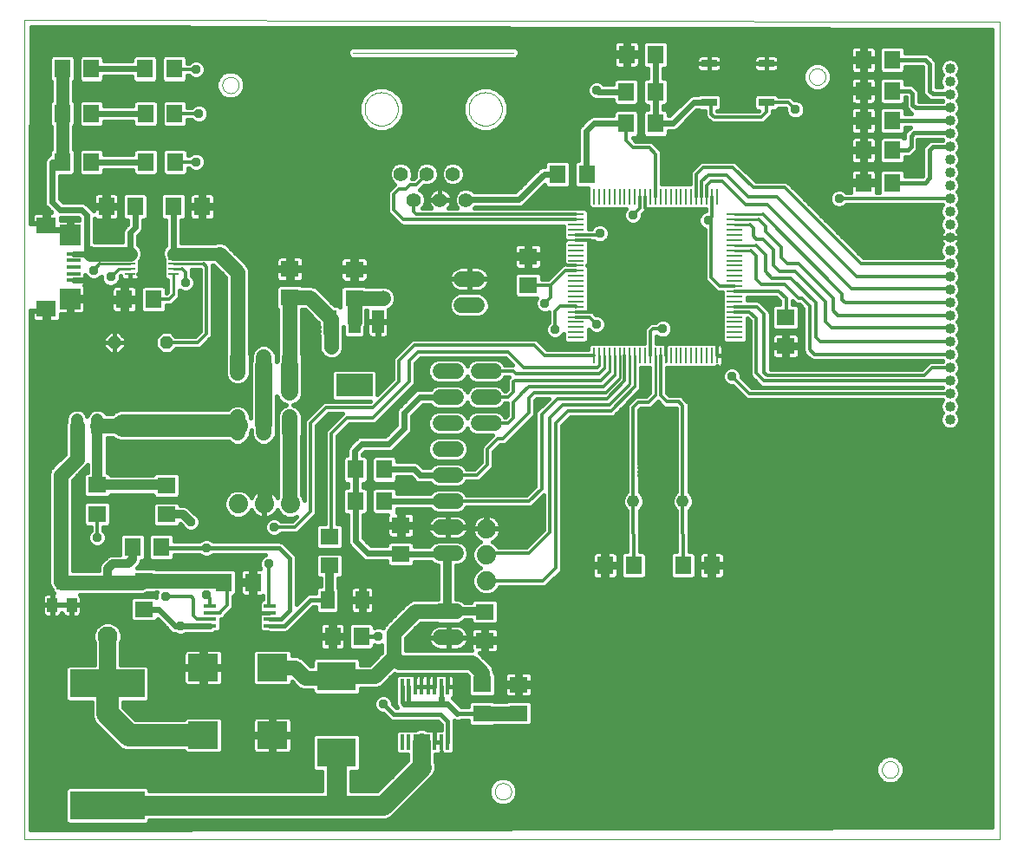
<source format=gtl>
G75*
%MOIN*%
%OFA0B0*%
%FSLAX24Y24*%
%IPPOS*%
%LPD*%
%AMOC8*
5,1,8,0,0,1.08239X$1,22.5*
%
%ADD10C,0.0000*%
%ADD11C,0.0600*%
%ADD12R,0.0106X0.0591*%
%ADD13R,0.0591X0.0106*%
%ADD14R,0.0630X0.0710*%
%ADD15R,0.0630X0.0709*%
%ADD16R,0.0709X0.0630*%
%ADD17C,0.0004*%
%ADD18C,0.0551*%
%ADD19R,0.0472X0.0138*%
%ADD20R,0.0551X0.0709*%
%ADD21R,0.0710X0.0630*%
%ADD22R,0.0600X0.0300*%
%ADD23C,0.0480*%
%ADD24R,0.0394X0.0098*%
%ADD25OC8,0.0480*%
%ADD26C,0.0400*%
%ADD27R,0.0480X0.0880*%
%ADD28R,0.1417X0.0866*%
%ADD29C,0.0472*%
%ADD30C,0.0740*%
%ADD31R,0.0394X0.0551*%
%ADD32R,0.0177X0.0591*%
%ADD33R,0.1161X0.1063*%
%ADD34R,0.1496X0.1102*%
%ADD35R,0.2874X0.1102*%
%ADD36R,0.0787X0.0827*%
%ADD37R,0.0748X0.0630*%
%ADD38R,0.0531X0.0157*%
%ADD39C,0.0160*%
%ADD40C,0.0120*%
%ADD41C,0.0376*%
%ADD42C,0.0100*%
%ADD43C,0.0240*%
%ADD44C,0.0560*%
%ADD45C,0.0591*%
%ADD46C,0.0320*%
%ADD47C,0.0660*%
%ADD48C,0.0500*%
%ADD49C,0.0768*%
%ADD50C,0.0860*%
%ADD51C,0.0760*%
%ADD52C,0.0400*%
%ADD53C,0.0700*%
D10*
X001260Y002090D02*
X038752Y002090D01*
X038752Y033530D01*
X001260Y033590D01*
X001260Y002090D01*
X019345Y003940D02*
X019347Y003975D01*
X019353Y004010D01*
X019363Y004044D01*
X019376Y004077D01*
X019393Y004108D01*
X019414Y004136D01*
X019437Y004163D01*
X019464Y004186D01*
X019492Y004207D01*
X019523Y004224D01*
X019556Y004237D01*
X019590Y004247D01*
X019625Y004253D01*
X019660Y004255D01*
X019695Y004253D01*
X019730Y004247D01*
X019764Y004237D01*
X019797Y004224D01*
X019828Y004207D01*
X019856Y004186D01*
X019883Y004163D01*
X019906Y004136D01*
X019927Y004108D01*
X019944Y004077D01*
X019957Y004044D01*
X019967Y004010D01*
X019973Y003975D01*
X019975Y003940D01*
X019973Y003905D01*
X019967Y003870D01*
X019957Y003836D01*
X019944Y003803D01*
X019927Y003772D01*
X019906Y003744D01*
X019883Y003717D01*
X019856Y003694D01*
X019828Y003673D01*
X019797Y003656D01*
X019764Y003643D01*
X019730Y003633D01*
X019695Y003627D01*
X019660Y003625D01*
X019625Y003627D01*
X019590Y003633D01*
X019556Y003643D01*
X019523Y003656D01*
X019492Y003673D01*
X019464Y003694D01*
X019437Y003717D01*
X019414Y003744D01*
X019393Y003772D01*
X019376Y003803D01*
X019363Y003836D01*
X019353Y003870D01*
X019347Y003905D01*
X019345Y003940D01*
X034225Y004780D02*
X034227Y004815D01*
X034233Y004850D01*
X034243Y004884D01*
X034256Y004917D01*
X034273Y004948D01*
X034294Y004976D01*
X034317Y005003D01*
X034344Y005026D01*
X034372Y005047D01*
X034403Y005064D01*
X034436Y005077D01*
X034470Y005087D01*
X034505Y005093D01*
X034540Y005095D01*
X034575Y005093D01*
X034610Y005087D01*
X034644Y005077D01*
X034677Y005064D01*
X034708Y005047D01*
X034736Y005026D01*
X034763Y005003D01*
X034786Y004976D01*
X034807Y004948D01*
X034824Y004917D01*
X034837Y004884D01*
X034847Y004850D01*
X034853Y004815D01*
X034855Y004780D01*
X034853Y004745D01*
X034847Y004710D01*
X034837Y004676D01*
X034824Y004643D01*
X034807Y004612D01*
X034786Y004584D01*
X034763Y004557D01*
X034736Y004534D01*
X034708Y004513D01*
X034677Y004496D01*
X034644Y004483D01*
X034610Y004473D01*
X034575Y004467D01*
X034540Y004465D01*
X034505Y004467D01*
X034470Y004473D01*
X034436Y004483D01*
X034403Y004496D01*
X034372Y004513D01*
X034344Y004534D01*
X034317Y004557D01*
X034294Y004584D01*
X034273Y004612D01*
X034256Y004643D01*
X034243Y004676D01*
X034233Y004710D01*
X034227Y004745D01*
X034225Y004780D01*
X018340Y030180D02*
X018342Y030230D01*
X018348Y030280D01*
X018358Y030329D01*
X018371Y030378D01*
X018389Y030425D01*
X018410Y030471D01*
X018434Y030514D01*
X018462Y030556D01*
X018493Y030596D01*
X018527Y030633D01*
X018564Y030667D01*
X018604Y030698D01*
X018646Y030726D01*
X018689Y030750D01*
X018735Y030771D01*
X018782Y030789D01*
X018831Y030802D01*
X018880Y030812D01*
X018930Y030818D01*
X018980Y030820D01*
X019030Y030818D01*
X019080Y030812D01*
X019129Y030802D01*
X019178Y030789D01*
X019225Y030771D01*
X019271Y030750D01*
X019314Y030726D01*
X019356Y030698D01*
X019396Y030667D01*
X019433Y030633D01*
X019467Y030596D01*
X019498Y030556D01*
X019526Y030514D01*
X019550Y030471D01*
X019571Y030425D01*
X019589Y030378D01*
X019602Y030329D01*
X019612Y030280D01*
X019618Y030230D01*
X019620Y030180D01*
X019618Y030130D01*
X019612Y030080D01*
X019602Y030031D01*
X019589Y029982D01*
X019571Y029935D01*
X019550Y029889D01*
X019526Y029846D01*
X019498Y029804D01*
X019467Y029764D01*
X019433Y029727D01*
X019396Y029693D01*
X019356Y029662D01*
X019314Y029634D01*
X019271Y029610D01*
X019225Y029589D01*
X019178Y029571D01*
X019129Y029558D01*
X019080Y029548D01*
X019030Y029542D01*
X018980Y029540D01*
X018930Y029542D01*
X018880Y029548D01*
X018831Y029558D01*
X018782Y029571D01*
X018735Y029589D01*
X018689Y029610D01*
X018646Y029634D01*
X018604Y029662D01*
X018564Y029693D01*
X018527Y029727D01*
X018493Y029764D01*
X018462Y029804D01*
X018434Y029846D01*
X018410Y029889D01*
X018389Y029935D01*
X018371Y029982D01*
X018358Y030031D01*
X018348Y030080D01*
X018342Y030130D01*
X018340Y030180D01*
X014340Y030180D02*
X014342Y030230D01*
X014348Y030280D01*
X014358Y030329D01*
X014371Y030378D01*
X014389Y030425D01*
X014410Y030471D01*
X014434Y030514D01*
X014462Y030556D01*
X014493Y030596D01*
X014527Y030633D01*
X014564Y030667D01*
X014604Y030698D01*
X014646Y030726D01*
X014689Y030750D01*
X014735Y030771D01*
X014782Y030789D01*
X014831Y030802D01*
X014880Y030812D01*
X014930Y030818D01*
X014980Y030820D01*
X015030Y030818D01*
X015080Y030812D01*
X015129Y030802D01*
X015178Y030789D01*
X015225Y030771D01*
X015271Y030750D01*
X015314Y030726D01*
X015356Y030698D01*
X015396Y030667D01*
X015433Y030633D01*
X015467Y030596D01*
X015498Y030556D01*
X015526Y030514D01*
X015550Y030471D01*
X015571Y030425D01*
X015589Y030378D01*
X015602Y030329D01*
X015612Y030280D01*
X015618Y030230D01*
X015620Y030180D01*
X015618Y030130D01*
X015612Y030080D01*
X015602Y030031D01*
X015589Y029982D01*
X015571Y029935D01*
X015550Y029889D01*
X015526Y029846D01*
X015498Y029804D01*
X015467Y029764D01*
X015433Y029727D01*
X015396Y029693D01*
X015356Y029662D01*
X015314Y029634D01*
X015271Y029610D01*
X015225Y029589D01*
X015178Y029571D01*
X015129Y029558D01*
X015080Y029548D01*
X015030Y029542D01*
X014980Y029540D01*
X014930Y029542D01*
X014880Y029548D01*
X014831Y029558D01*
X014782Y029571D01*
X014735Y029589D01*
X014689Y029610D01*
X014646Y029634D01*
X014604Y029662D01*
X014564Y029693D01*
X014527Y029727D01*
X014493Y029764D01*
X014462Y029804D01*
X014434Y029846D01*
X014410Y029889D01*
X014389Y029935D01*
X014371Y029982D01*
X014358Y030031D01*
X014348Y030080D01*
X014342Y030130D01*
X014340Y030180D01*
X008865Y031100D02*
X008867Y031135D01*
X008873Y031170D01*
X008883Y031204D01*
X008896Y031237D01*
X008913Y031268D01*
X008934Y031296D01*
X008957Y031323D01*
X008984Y031346D01*
X009012Y031367D01*
X009043Y031384D01*
X009076Y031397D01*
X009110Y031407D01*
X009145Y031413D01*
X009180Y031415D01*
X009215Y031413D01*
X009250Y031407D01*
X009284Y031397D01*
X009317Y031384D01*
X009348Y031367D01*
X009376Y031346D01*
X009403Y031323D01*
X009426Y031296D01*
X009447Y031268D01*
X009464Y031237D01*
X009477Y031204D01*
X009487Y031170D01*
X009493Y031135D01*
X009495Y031100D01*
X009493Y031065D01*
X009487Y031030D01*
X009477Y030996D01*
X009464Y030963D01*
X009447Y030932D01*
X009426Y030904D01*
X009403Y030877D01*
X009376Y030854D01*
X009348Y030833D01*
X009317Y030816D01*
X009284Y030803D01*
X009250Y030793D01*
X009215Y030787D01*
X009180Y030785D01*
X009145Y030787D01*
X009110Y030793D01*
X009076Y030803D01*
X009043Y030816D01*
X009012Y030833D01*
X008984Y030854D01*
X008957Y030877D01*
X008934Y030904D01*
X008913Y030932D01*
X008896Y030963D01*
X008883Y030996D01*
X008873Y031030D01*
X008867Y031065D01*
X008865Y031100D01*
X031425Y031420D02*
X031427Y031455D01*
X031433Y031490D01*
X031443Y031524D01*
X031456Y031557D01*
X031473Y031588D01*
X031494Y031616D01*
X031517Y031643D01*
X031544Y031666D01*
X031572Y031687D01*
X031603Y031704D01*
X031636Y031717D01*
X031670Y031727D01*
X031705Y031733D01*
X031740Y031735D01*
X031775Y031733D01*
X031810Y031727D01*
X031844Y031717D01*
X031877Y031704D01*
X031908Y031687D01*
X031936Y031666D01*
X031963Y031643D01*
X031986Y031616D01*
X032007Y031588D01*
X032024Y031557D01*
X032037Y031524D01*
X032047Y031490D01*
X032053Y031455D01*
X032055Y031420D01*
X032053Y031385D01*
X032047Y031350D01*
X032037Y031316D01*
X032024Y031283D01*
X032007Y031252D01*
X031986Y031224D01*
X031963Y031197D01*
X031936Y031174D01*
X031908Y031153D01*
X031877Y031136D01*
X031844Y031123D01*
X031810Y031113D01*
X031775Y031107D01*
X031740Y031105D01*
X031705Y031107D01*
X031670Y031113D01*
X031636Y031123D01*
X031603Y031136D01*
X031572Y031153D01*
X031544Y031174D01*
X031517Y031197D01*
X031494Y031224D01*
X031473Y031252D01*
X031456Y031283D01*
X031443Y031316D01*
X031433Y031350D01*
X031427Y031385D01*
X031425Y031420D01*
D11*
X018660Y023640D02*
X018060Y023640D01*
X018060Y022640D02*
X018660Y022640D01*
X018710Y020100D02*
X019310Y020100D01*
X019310Y019100D02*
X018710Y019100D01*
X017840Y019100D02*
X017240Y019100D01*
X017240Y018100D02*
X017840Y018100D01*
X017840Y017100D02*
X017240Y017100D01*
X017240Y016100D02*
X017840Y016100D01*
X017840Y015100D02*
X017240Y015100D01*
X017240Y014100D02*
X017840Y014100D01*
X017840Y013100D02*
X017240Y013100D01*
X017260Y010860D02*
X017860Y010860D01*
X017860Y009860D02*
X017260Y009860D01*
X011460Y017730D02*
X011460Y018330D01*
X010460Y018330D02*
X010460Y017730D01*
X009460Y017730D02*
X009460Y018330D01*
X009460Y020040D02*
X009460Y020640D01*
X010460Y020640D02*
X010460Y020040D01*
X011460Y020040D02*
X011460Y020640D01*
X017240Y020100D02*
X017840Y020100D01*
X018710Y018100D02*
X019310Y018100D01*
D12*
X023157Y020709D03*
X023354Y020709D03*
X023551Y020709D03*
X023748Y020709D03*
X023945Y020709D03*
X024142Y020709D03*
X024338Y020709D03*
X024535Y020709D03*
X024732Y020709D03*
X024929Y020709D03*
X025126Y020709D03*
X025323Y020709D03*
X025520Y020709D03*
X025716Y020709D03*
X025913Y020709D03*
X026110Y020709D03*
X026307Y020709D03*
X026504Y020709D03*
X026701Y020709D03*
X026897Y020709D03*
X027094Y020709D03*
X027291Y020709D03*
X027488Y020709D03*
X027685Y020709D03*
X027882Y020709D03*
X027882Y026811D03*
X027685Y026811D03*
X027488Y026811D03*
X027291Y026811D03*
X027094Y026811D03*
X026897Y026811D03*
X026701Y026811D03*
X026504Y026811D03*
X026307Y026811D03*
X026110Y026811D03*
X025913Y026811D03*
X025716Y026811D03*
X025520Y026811D03*
X025323Y026811D03*
X025126Y026811D03*
X024929Y026811D03*
X024732Y026811D03*
X024535Y026811D03*
X024338Y026811D03*
X024142Y026811D03*
X023945Y026811D03*
X023748Y026811D03*
X023551Y026811D03*
X023354Y026811D03*
X023157Y026811D03*
D13*
X022468Y026122D03*
X022468Y025925D03*
X022468Y025729D03*
X022468Y025532D03*
X022468Y025335D03*
X022468Y025138D03*
X022468Y024941D03*
X022468Y024744D03*
X022468Y024547D03*
X022468Y024351D03*
X022468Y024154D03*
X022468Y023957D03*
X022468Y023760D03*
X022468Y023563D03*
X022468Y023366D03*
X022468Y023169D03*
X022468Y022973D03*
X022468Y022776D03*
X022468Y022579D03*
X022468Y022382D03*
X022468Y022185D03*
X022468Y021988D03*
X022468Y021791D03*
X022468Y021595D03*
X022468Y021398D03*
X028571Y021398D03*
X028571Y021595D03*
X028571Y021791D03*
X028571Y021988D03*
X028571Y022185D03*
X028571Y022382D03*
X028571Y022579D03*
X028571Y022776D03*
X028571Y022973D03*
X028571Y023169D03*
X028571Y023366D03*
X028571Y023563D03*
X028571Y023760D03*
X028571Y023957D03*
X028571Y024154D03*
X028571Y024351D03*
X028571Y024547D03*
X028571Y024744D03*
X028571Y024941D03*
X028571Y025138D03*
X028571Y025335D03*
X028571Y025532D03*
X028571Y025729D03*
X028571Y025925D03*
X028571Y026122D03*
D14*
X025519Y029620D03*
X024400Y029620D03*
X024400Y030850D03*
X025519Y030850D03*
X022879Y027680D03*
X021760Y027680D03*
X015099Y016320D03*
X013980Y016320D03*
X013980Y015110D03*
X015099Y015110D03*
X010049Y011980D03*
X008930Y011980D03*
X006219Y022860D03*
X005100Y022860D03*
X005930Y028150D03*
X007049Y028150D03*
X007039Y030000D03*
X005920Y030000D03*
X005900Y031720D03*
X007019Y031720D03*
X003839Y031720D03*
X002720Y031720D03*
X002720Y030000D03*
X003839Y030000D03*
X003839Y028140D03*
X002720Y028140D03*
D15*
X004408Y026430D03*
X005511Y026430D03*
X006988Y026430D03*
X008091Y026430D03*
X006521Y013340D03*
X005418Y013340D03*
X013108Y009900D03*
X014211Y009900D03*
X023578Y012630D03*
X024681Y012630D03*
X026578Y012630D03*
X027681Y012630D03*
X033518Y027350D03*
X034621Y027350D03*
X034621Y028600D03*
X033518Y028600D03*
X033518Y029740D03*
X034621Y029740D03*
X034621Y030880D03*
X033518Y030880D03*
X033518Y032070D03*
X034621Y032070D03*
X025521Y032280D03*
X024418Y032280D03*
D16*
X020620Y024511D03*
X020620Y023409D03*
X013940Y022909D03*
X013940Y024011D03*
X011470Y024031D03*
X011470Y022929D03*
X015730Y014171D03*
X015730Y013069D03*
X018960Y010851D03*
X018960Y009749D03*
X020260Y008051D03*
X020260Y006949D03*
X005850Y010949D03*
X005850Y012051D03*
X030520Y021069D03*
X030520Y022171D03*
D17*
X020055Y032349D02*
X013905Y032349D01*
D18*
X015730Y027680D03*
X016730Y027680D03*
X017730Y027680D03*
X018230Y026680D03*
X017230Y026680D03*
X016230Y026680D03*
D19*
X010701Y011074D03*
X010701Y010818D03*
X010701Y010562D03*
X010701Y010306D03*
X008398Y010306D03*
X008398Y010562D03*
X008398Y010818D03*
X008398Y011074D03*
D20*
X012910Y011300D03*
X014249Y011300D03*
D21*
X012980Y012620D03*
X012980Y013740D03*
X006720Y014590D03*
X006720Y015710D03*
X004060Y015720D03*
X004060Y014600D03*
X018860Y008060D03*
X018860Y006940D03*
D22*
X027580Y030430D03*
X027580Y031930D03*
X029780Y031930D03*
X029780Y030430D03*
D23*
X026570Y015100D03*
X024670Y015100D03*
D24*
X006991Y023826D03*
X006991Y024023D03*
X006991Y024220D03*
X006991Y024417D03*
X006991Y024614D03*
X005328Y024614D03*
X005328Y024417D03*
X005328Y024220D03*
X005328Y024023D03*
X005328Y023826D03*
D25*
X004720Y021200D03*
X006720Y021200D03*
D26*
X036840Y021240D03*
X036840Y021740D03*
X036840Y022240D03*
X036840Y022740D03*
X036840Y023240D03*
X036840Y023740D03*
X036840Y024240D03*
X036840Y024740D03*
X036840Y025240D03*
X036840Y025740D03*
X036840Y026240D03*
X036840Y026740D03*
X036840Y027240D03*
X036840Y027740D03*
X036840Y028240D03*
X036840Y028740D03*
X036840Y029240D03*
X036840Y029740D03*
X036840Y030240D03*
X036840Y030740D03*
X036840Y031240D03*
X036840Y031740D03*
X036840Y020740D03*
X036840Y020240D03*
X036840Y019740D03*
X036840Y019240D03*
X036840Y018740D03*
X036840Y018240D03*
D27*
X014850Y022000D03*
X013940Y022000D03*
X013030Y022000D03*
D28*
X013940Y019560D03*
D29*
X004063Y018235D02*
X004063Y017762D01*
X003275Y017762D02*
X003275Y018235D01*
D30*
X009480Y015000D03*
X010480Y015000D03*
X011480Y015000D03*
X019020Y014040D03*
X019020Y013040D03*
X019020Y012040D03*
D31*
X003074Y011107D03*
X002325Y011107D03*
X002700Y011973D03*
D32*
X015785Y007959D03*
X016035Y007959D03*
X016285Y007959D03*
X016535Y007959D03*
X016785Y007959D03*
X017035Y007959D03*
X017285Y007959D03*
X017535Y007959D03*
X017535Y005841D03*
X017285Y005841D03*
X017035Y005841D03*
X016785Y005841D03*
X016535Y005841D03*
X016285Y005841D03*
X016035Y005841D03*
X015785Y005841D03*
D33*
X010788Y006100D03*
X010788Y008700D03*
X008131Y008700D03*
X008131Y006100D03*
D34*
X013260Y005443D03*
X013260Y008357D03*
D35*
X004453Y008087D03*
X004453Y003400D03*
D36*
X003025Y022880D03*
X003025Y025320D03*
D37*
X002100Y025714D03*
X002100Y022486D03*
D38*
X003153Y023588D03*
X003153Y023844D03*
X003153Y024100D03*
X003153Y024356D03*
X003153Y024612D03*
D39*
X003660Y024612D02*
X003781Y024612D01*
X003960Y025074D02*
X003960Y025955D01*
X003983Y025932D01*
X004024Y025908D01*
X004070Y025896D01*
X004331Y025896D01*
X004331Y026353D01*
X003913Y026353D01*
X003913Y026270D01*
X003829Y026354D01*
X003629Y026554D01*
X003519Y026600D01*
X002754Y026600D01*
X002620Y026734D01*
X002620Y027605D01*
X003109Y027605D01*
X003215Y027711D01*
X003215Y028569D01*
X003150Y028634D01*
X003150Y029506D01*
X003215Y029571D01*
X003215Y030429D01*
X003150Y030494D01*
X003150Y031226D01*
X003215Y031291D01*
X003215Y032149D01*
X003109Y032255D01*
X002330Y032255D01*
X002225Y032149D01*
X002225Y031291D01*
X002290Y031226D01*
X002290Y030494D01*
X002225Y030429D01*
X002225Y029571D01*
X002290Y029506D01*
X002290Y028634D01*
X002225Y028569D01*
X002225Y028421D01*
X002203Y028412D01*
X002150Y028390D01*
X002148Y028389D01*
X002147Y028388D01*
X002106Y028346D01*
X002065Y028305D01*
X002065Y028304D01*
X002063Y028302D01*
X002042Y028249D01*
X002020Y028195D01*
X002020Y028193D01*
X002019Y028192D01*
X002020Y028134D01*
X001509Y028134D01*
X001509Y027976D02*
X002020Y027976D01*
X002020Y028134D02*
X002020Y026550D01*
X002065Y026440D01*
X002150Y026356D01*
X002296Y026209D01*
X002177Y026209D01*
X002177Y025792D01*
X002022Y025792D01*
X002022Y026209D01*
X001702Y026209D01*
X001656Y026197D01*
X001615Y026173D01*
X001581Y026140D01*
X001558Y026099D01*
X001545Y026053D01*
X001545Y025792D01*
X002022Y025792D01*
X002022Y025637D01*
X001905Y025637D01*
X001905Y025651D01*
X001800Y025756D01*
X001505Y025756D01*
X001520Y033340D01*
X038440Y033220D01*
X038440Y002580D01*
X001490Y002460D01*
X001490Y017899D01*
X001498Y022444D01*
X001800Y022444D01*
X001905Y022549D01*
X001905Y022563D01*
X002022Y022563D01*
X002022Y022408D01*
X002177Y022408D01*
X002177Y021991D01*
X002497Y021991D01*
X002543Y022003D01*
X002584Y022027D01*
X002618Y022060D01*
X002641Y022101D01*
X002654Y022147D01*
X002654Y022286D01*
X002945Y022286D01*
X002945Y022800D01*
X003105Y022800D01*
X003105Y022960D01*
X003598Y022960D01*
X003598Y023317D01*
X003586Y023362D01*
X003564Y023401D01*
X003586Y023440D01*
X003598Y023486D01*
X003598Y023588D01*
X003496Y023588D01*
X003598Y023588D01*
X003598Y023691D01*
X003598Y023691D01*
X003598Y023691D01*
X003598Y023793D01*
X003607Y023771D01*
X003711Y023668D01*
X003846Y023612D01*
X003993Y023612D01*
X004128Y023668D01*
X004211Y023751D01*
X004211Y023647D01*
X004267Y023511D01*
X004371Y023408D01*
X004506Y023352D01*
X004653Y023352D01*
X004685Y023365D01*
X004674Y023359D01*
X004641Y023325D01*
X004617Y023284D01*
X004605Y023239D01*
X004605Y022937D01*
X005022Y022937D01*
X005022Y022783D01*
X004605Y022783D01*
X004605Y022481D01*
X004617Y022436D01*
X004641Y022395D01*
X004674Y022361D01*
X004715Y022337D01*
X004761Y022325D01*
X005022Y022325D01*
X005022Y022783D01*
X005177Y022783D01*
X005177Y022937D01*
X005595Y022937D01*
X005595Y023239D01*
X005582Y023284D01*
X005559Y023325D01*
X005525Y023359D01*
X005484Y023383D01*
X005438Y023395D01*
X005177Y023395D01*
X005177Y022937D01*
X005022Y022937D01*
X005022Y023395D01*
X004761Y023395D01*
X004749Y023392D01*
X004788Y023408D01*
X004892Y023511D01*
X004948Y023647D01*
X004948Y023763D01*
X004951Y023766D01*
X004951Y023753D01*
X004963Y023708D01*
X004987Y023667D01*
X005020Y023633D01*
X005061Y023609D01*
X005107Y023597D01*
X005328Y023597D01*
X005548Y023597D01*
X005594Y023609D01*
X005635Y023633D01*
X005668Y023667D01*
X005692Y023708D01*
X005704Y023753D01*
X005704Y023826D01*
X005631Y023826D01*
X005631Y023826D01*
X005704Y023826D01*
X005704Y023899D01*
X005704Y023899D01*
X005704Y023899D01*
X005704Y024340D01*
X005718Y024353D01*
X005788Y024522D01*
X005788Y024705D01*
X005718Y024874D01*
X005630Y024962D01*
X005630Y025316D01*
X005765Y025451D01*
X005811Y025562D01*
X005811Y025896D01*
X005900Y025896D01*
X006006Y026001D01*
X006006Y026859D01*
X005900Y026964D01*
X005121Y026964D01*
X005016Y026859D01*
X005016Y026001D01*
X005121Y025896D01*
X005211Y025896D01*
X005211Y025745D01*
X005160Y025694D01*
X005075Y025610D01*
X005030Y025500D01*
X005030Y025074D01*
X003960Y025074D01*
X003960Y025123D02*
X005030Y025123D01*
X005030Y025281D02*
X003960Y025281D01*
X003960Y025440D02*
X005030Y025440D01*
X005070Y025598D02*
X003960Y025598D01*
X003960Y025757D02*
X005211Y025757D01*
X005102Y025915D02*
X004805Y025915D01*
X004793Y025908D02*
X004834Y025932D01*
X004867Y025965D01*
X004891Y026006D01*
X004903Y026052D01*
X004903Y026353D01*
X004486Y026353D01*
X004486Y026507D01*
X004903Y026507D01*
X004903Y026808D01*
X004891Y026854D01*
X004867Y026895D01*
X004834Y026928D01*
X004793Y026952D01*
X004747Y026964D01*
X004486Y026964D01*
X004486Y026507D01*
X004331Y026507D01*
X004331Y026353D01*
X004486Y026353D01*
X004486Y025896D01*
X004747Y025896D01*
X004793Y025908D01*
X004903Y026074D02*
X005016Y026074D01*
X005016Y026232D02*
X004903Y026232D01*
X005016Y026391D02*
X004486Y026391D01*
X004331Y026391D02*
X003793Y026391D01*
X003913Y026507D02*
X004331Y026507D01*
X004331Y026964D01*
X004070Y026964D01*
X004024Y026952D01*
X003983Y026928D01*
X003949Y026895D01*
X003926Y026854D01*
X003913Y026808D01*
X003913Y026507D01*
X003913Y026549D02*
X003635Y026549D01*
X003913Y026708D02*
X002646Y026708D01*
X002620Y026866D02*
X003933Y026866D01*
X004331Y026866D02*
X004486Y026866D01*
X004486Y026708D02*
X004331Y026708D01*
X004331Y026549D02*
X004486Y026549D01*
X004486Y026232D02*
X004331Y026232D01*
X004331Y026074D02*
X004486Y026074D01*
X004486Y025915D02*
X004331Y025915D01*
X004012Y025915D02*
X003960Y025915D01*
X003360Y025915D02*
X002654Y025915D01*
X002654Y025914D02*
X002654Y026000D01*
X003335Y026000D01*
X003360Y025976D01*
X003360Y025914D01*
X003105Y025914D01*
X003105Y025400D01*
X002945Y025400D01*
X002945Y025914D01*
X002654Y025914D01*
X002945Y025757D02*
X003105Y025757D01*
X003105Y025598D02*
X002945Y025598D01*
X002945Y025440D02*
X003105Y025440D01*
X002177Y025915D02*
X002022Y025915D01*
X002022Y025757D02*
X001505Y025757D01*
X001505Y025915D02*
X001545Y025915D01*
X001551Y026074D02*
X001505Y026074D01*
X001506Y026232D02*
X002273Y026232D01*
X002177Y026074D02*
X002022Y026074D01*
X002115Y026391D02*
X001506Y026391D01*
X001506Y026549D02*
X002020Y026549D01*
X002020Y026708D02*
X001507Y026708D01*
X001507Y026866D02*
X002020Y026866D01*
X002020Y027025D02*
X001507Y027025D01*
X001508Y027183D02*
X002020Y027183D01*
X002020Y027342D02*
X001508Y027342D01*
X001508Y027500D02*
X002020Y027500D01*
X002020Y027659D02*
X001508Y027659D01*
X001509Y027817D02*
X002020Y027817D01*
X002620Y027500D02*
X015311Y027500D01*
X015343Y027422D02*
X015471Y027294D01*
X015501Y027281D01*
X015456Y027236D01*
X015256Y027036D01*
X015220Y026948D01*
X015220Y026252D01*
X015256Y026164D01*
X015324Y026097D01*
X015698Y025722D01*
X015786Y025685D01*
X021993Y025685D01*
X021993Y025138D01*
X022062Y025138D01*
X022062Y025138D01*
X021993Y025138D01*
X021993Y024195D01*
X021910Y024160D01*
X021400Y023650D01*
X021154Y023650D01*
X021154Y023798D01*
X021048Y023904D01*
X020191Y023904D01*
X020085Y023798D01*
X020085Y023019D01*
X020191Y022914D01*
X020953Y022914D01*
X020947Y022909D01*
X020891Y022773D01*
X020891Y022627D01*
X020947Y022491D01*
X021051Y022388D01*
X021186Y022332D01*
X021333Y022332D01*
X021420Y022368D01*
X021420Y021981D01*
X021347Y021909D01*
X021291Y021773D01*
X021291Y021627D01*
X021347Y021491D01*
X021451Y021388D01*
X021586Y021332D01*
X021733Y021332D01*
X021868Y021388D01*
X021972Y021491D01*
X021993Y021543D01*
X021993Y021270D01*
X022098Y021165D01*
X022838Y021165D01*
X022944Y021270D01*
X022944Y021701D01*
X022947Y021691D01*
X023051Y021588D01*
X023186Y021532D01*
X023333Y021532D01*
X023468Y021588D01*
X023572Y021691D01*
X023628Y021827D01*
X023628Y021973D01*
X023572Y022109D01*
X023468Y022212D01*
X023333Y022268D01*
X023231Y022268D01*
X023110Y022389D01*
X023022Y022425D01*
X022944Y022425D01*
X022944Y024154D01*
X022944Y025095D01*
X023154Y025095D01*
X023171Y025078D01*
X023306Y025022D01*
X023453Y025022D01*
X023588Y025078D01*
X023692Y025181D01*
X023748Y025317D01*
X023748Y025463D01*
X023692Y025599D01*
X023588Y025702D01*
X023453Y025758D01*
X023306Y025758D01*
X023171Y025702D01*
X023067Y025599D01*
X023058Y025575D01*
X022944Y025575D01*
X022944Y026250D01*
X022838Y026355D01*
X022533Y026355D01*
X022516Y026362D01*
X018556Y026362D01*
X018594Y026400D01*
X020319Y026400D01*
X020429Y026446D01*
X021265Y027281D01*
X021265Y027251D01*
X021370Y027145D01*
X022149Y027145D01*
X022255Y027251D01*
X022255Y028109D01*
X022149Y028215D01*
X021370Y028215D01*
X021265Y028109D01*
X021265Y027980D01*
X021180Y027980D01*
X021070Y027934D01*
X020135Y027000D01*
X018554Y027000D01*
X018488Y027066D01*
X018320Y027136D01*
X018139Y027136D01*
X017971Y027066D01*
X017843Y026938D01*
X017774Y026771D01*
X017774Y026589D01*
X017843Y026422D01*
X017903Y026362D01*
X017556Y026362D01*
X017577Y026383D01*
X017619Y026441D01*
X017652Y026505D01*
X017674Y026573D01*
X017685Y026644D01*
X017685Y026671D01*
X017238Y026671D01*
X017238Y026689D01*
X017221Y026689D01*
X017221Y027136D01*
X017194Y027136D01*
X017123Y027124D01*
X017055Y027102D01*
X016991Y027070D01*
X016933Y027028D01*
X016882Y026977D01*
X016840Y026919D01*
X016807Y026855D01*
X016785Y026787D01*
X016774Y026716D01*
X016774Y026689D01*
X017221Y026689D01*
X017221Y026671D01*
X016774Y026671D01*
X016774Y026644D01*
X016785Y026573D01*
X016807Y026505D01*
X016840Y026441D01*
X016882Y026383D01*
X016903Y026362D01*
X016556Y026362D01*
X016616Y026422D01*
X016685Y026589D01*
X016685Y026771D01*
X016616Y026938D01*
X016488Y027066D01*
X016465Y027076D01*
X016621Y027232D01*
X016639Y027224D01*
X016820Y027224D01*
X016988Y027294D01*
X017116Y027422D01*
X017185Y027589D01*
X017185Y027771D01*
X017116Y027938D01*
X016988Y028066D01*
X016820Y028136D01*
X016639Y028136D01*
X016471Y028066D01*
X016343Y027938D01*
X016274Y027771D01*
X016274Y027589D01*
X016281Y027571D01*
X016220Y027510D01*
X016152Y027510D01*
X016185Y027589D01*
X016185Y027771D01*
X016116Y027938D01*
X015988Y028066D01*
X015820Y028136D01*
X015639Y028136D01*
X015471Y028066D01*
X015343Y027938D01*
X015274Y027771D01*
X015274Y027589D01*
X015343Y027422D01*
X015424Y027342D02*
X002620Y027342D01*
X002620Y027183D02*
X015403Y027183D01*
X015251Y027025D02*
X002620Y027025D01*
X003163Y027659D02*
X003396Y027659D01*
X003344Y027711D02*
X003450Y027605D01*
X004229Y027605D01*
X004334Y027711D01*
X004334Y027840D01*
X005435Y027840D01*
X005435Y027721D01*
X005540Y027615D01*
X006319Y027615D01*
X006425Y027721D01*
X006425Y028579D01*
X006319Y028685D01*
X005540Y028685D01*
X005435Y028579D01*
X005435Y028440D01*
X004334Y028440D01*
X004334Y028569D01*
X004229Y028675D01*
X003450Y028675D01*
X003344Y028569D01*
X003344Y027711D01*
X003344Y027817D02*
X003215Y027817D01*
X003215Y027976D02*
X003344Y027976D01*
X003344Y028134D02*
X003215Y028134D01*
X003215Y028293D02*
X003344Y028293D01*
X003344Y028451D02*
X003215Y028451D01*
X003175Y028610D02*
X003384Y028610D01*
X003150Y028768D02*
X022560Y028768D01*
X022560Y028610D02*
X007514Y028610D01*
X007544Y028579D02*
X007439Y028685D01*
X006660Y028685D01*
X006554Y028579D01*
X006554Y027721D01*
X006660Y027615D01*
X007439Y027615D01*
X007544Y027721D01*
X007544Y027910D01*
X007579Y027910D01*
X007651Y027838D01*
X007786Y027782D01*
X007933Y027782D01*
X008068Y027838D01*
X008172Y027941D01*
X008228Y028077D01*
X008228Y028223D01*
X008172Y028359D01*
X008068Y028462D01*
X007933Y028518D01*
X007786Y028518D01*
X007651Y028462D01*
X007579Y028390D01*
X007544Y028390D01*
X007544Y028579D01*
X007544Y028451D02*
X007640Y028451D01*
X008079Y028451D02*
X022560Y028451D01*
X022560Y028293D02*
X008199Y028293D01*
X008228Y028134D02*
X015635Y028134D01*
X015824Y028134D02*
X016635Y028134D01*
X016824Y028134D02*
X017635Y028134D01*
X017639Y028136D02*
X017471Y028066D01*
X017343Y027938D01*
X017274Y027771D01*
X017274Y027589D01*
X017343Y027422D01*
X017471Y027294D01*
X017639Y027224D01*
X017820Y027224D01*
X017988Y027294D01*
X018116Y027422D01*
X018185Y027589D01*
X018185Y027771D01*
X018116Y027938D01*
X017988Y028066D01*
X017820Y028136D01*
X017639Y028136D01*
X017824Y028134D02*
X021289Y028134D01*
X021169Y027976D02*
X018078Y027976D01*
X018166Y027817D02*
X020952Y027817D01*
X020794Y027659D02*
X018185Y027659D01*
X018148Y027500D02*
X020635Y027500D01*
X020477Y027342D02*
X018035Y027342D01*
X017930Y027025D02*
X017529Y027025D01*
X017526Y027028D02*
X017468Y027070D01*
X017404Y027102D01*
X017336Y027124D01*
X017265Y027136D01*
X017238Y027136D01*
X017238Y026689D01*
X017685Y026689D01*
X017685Y026716D01*
X017674Y026787D01*
X017652Y026855D01*
X017619Y026919D01*
X017577Y026977D01*
X017526Y027028D01*
X017646Y026866D02*
X017813Y026866D01*
X017774Y026708D02*
X017685Y026708D01*
X017666Y026549D02*
X017791Y026549D01*
X017875Y026391D02*
X017582Y026391D01*
X017238Y026708D02*
X017221Y026708D01*
X017221Y026866D02*
X017238Y026866D01*
X017221Y027025D02*
X017238Y027025D01*
X016930Y027025D02*
X016529Y027025D01*
X016572Y027183D02*
X020318Y027183D01*
X020160Y027025D02*
X018529Y027025D01*
X018584Y026391D02*
X022975Y026391D01*
X022924Y026441D02*
X023030Y026336D01*
X024375Y026336D01*
X024347Y026309D01*
X024291Y026173D01*
X024291Y026027D01*
X024347Y025891D01*
X024451Y025788D01*
X024586Y025732D01*
X024733Y025732D01*
X024868Y025788D01*
X024972Y025891D01*
X025028Y026027D01*
X025028Y026129D01*
X025132Y026233D01*
X025169Y026322D01*
X025169Y026336D01*
X027445Y026336D01*
X027445Y026259D01*
X027331Y026212D01*
X027227Y026109D01*
X027171Y025973D01*
X027171Y025827D01*
X027227Y025691D01*
X027331Y025588D01*
X027420Y025551D01*
X027420Y023652D01*
X027456Y023564D01*
X027524Y023497D01*
X027857Y023163D01*
X027945Y023126D01*
X028095Y023126D01*
X028095Y021270D01*
X028201Y021165D01*
X028941Y021165D01*
X029046Y021270D01*
X029046Y022134D01*
X029160Y022021D01*
X029160Y019972D01*
X029196Y019884D01*
X029496Y019584D01*
X029564Y019517D01*
X029652Y019480D01*
X036542Y019480D01*
X029219Y019480D01*
X028828Y019871D01*
X028828Y019973D01*
X028772Y020109D01*
X028668Y020212D01*
X028533Y020268D01*
X028386Y020268D01*
X028251Y020212D01*
X028147Y020109D01*
X028091Y019973D01*
X028091Y019827D01*
X028147Y019691D01*
X028251Y019588D01*
X028386Y019532D01*
X028488Y019532D01*
X028984Y019037D01*
X029072Y019000D01*
X036542Y019000D01*
X036552Y018990D01*
X036517Y018955D01*
X036460Y018816D01*
X036460Y018664D01*
X036517Y018525D01*
X036552Y018490D01*
X036517Y018455D01*
X036460Y018316D01*
X036460Y018164D01*
X036517Y018025D01*
X036624Y017918D01*
X036764Y017860D01*
X036915Y017860D01*
X037055Y017918D01*
X037162Y018025D01*
X037220Y018164D01*
X037220Y018316D01*
X037162Y018455D01*
X037127Y018490D01*
X037162Y018525D01*
X037220Y018664D01*
X037220Y018816D01*
X037162Y018955D01*
X037127Y018990D01*
X037162Y019025D01*
X037220Y019164D01*
X037220Y019316D01*
X037162Y019455D01*
X037127Y019490D01*
X037162Y019525D01*
X037220Y019664D01*
X037220Y019816D01*
X037162Y019955D01*
X037127Y019990D01*
X037162Y020025D01*
X037220Y020164D01*
X037220Y020316D01*
X037162Y020455D01*
X037127Y020490D01*
X037162Y020525D01*
X037220Y020664D01*
X037220Y020816D01*
X037162Y020955D01*
X037127Y020990D01*
X037162Y021025D01*
X037220Y021164D01*
X037220Y021316D01*
X037162Y021455D01*
X037127Y021490D01*
X037162Y021525D01*
X037220Y021664D01*
X037220Y021816D01*
X037162Y021955D01*
X037127Y021990D01*
X037162Y022025D01*
X037220Y022164D01*
X037220Y022316D01*
X037162Y022455D01*
X037127Y022490D01*
X037162Y022525D01*
X037220Y022664D01*
X037220Y022816D01*
X037162Y022955D01*
X037127Y022990D01*
X037162Y023025D01*
X037220Y023164D01*
X037220Y023316D01*
X037162Y023455D01*
X037127Y023490D01*
X037162Y023525D01*
X037220Y023664D01*
X037220Y023816D01*
X037162Y023955D01*
X037127Y023990D01*
X037162Y024025D01*
X037220Y024164D01*
X037220Y024316D01*
X037162Y024455D01*
X037127Y024490D01*
X037162Y024525D01*
X037220Y024664D01*
X037220Y024816D01*
X037162Y024955D01*
X037127Y024990D01*
X037135Y024998D01*
X037176Y025060D01*
X037205Y025129D01*
X037220Y025203D01*
X037220Y025240D01*
X037220Y025277D01*
X037205Y025351D01*
X037176Y025420D01*
X037135Y025482D01*
X037127Y025490D01*
X037162Y025525D01*
X037220Y025664D01*
X037220Y025816D01*
X037162Y025955D01*
X037127Y025990D01*
X037162Y026025D01*
X037220Y026164D01*
X037220Y026316D01*
X037162Y026455D01*
X037127Y026490D01*
X037162Y026525D01*
X037220Y026664D01*
X037220Y026816D01*
X037162Y026955D01*
X037127Y026990D01*
X037162Y027025D01*
X037220Y027164D01*
X037220Y027316D01*
X037162Y027455D01*
X037127Y027490D01*
X037162Y027525D01*
X037220Y027664D01*
X037220Y027816D01*
X037162Y027955D01*
X037127Y027990D01*
X037162Y028025D01*
X037220Y028164D01*
X037220Y028316D01*
X037162Y028455D01*
X037127Y028490D01*
X037162Y028525D01*
X037220Y028664D01*
X037220Y028816D01*
X037162Y028955D01*
X037127Y028990D01*
X037162Y029025D01*
X037220Y029164D01*
X037220Y029316D01*
X037162Y029455D01*
X037127Y029490D01*
X037162Y029525D01*
X037220Y029664D01*
X037220Y029816D01*
X037162Y029955D01*
X037127Y029990D01*
X037162Y030025D01*
X037220Y030164D01*
X037220Y030316D01*
X037162Y030455D01*
X037127Y030490D01*
X037162Y030525D01*
X037220Y030664D01*
X037220Y030816D01*
X037162Y030955D01*
X037127Y030990D01*
X037162Y031025D01*
X037220Y031164D01*
X037220Y031316D01*
X037162Y031455D01*
X037127Y031490D01*
X037162Y031525D01*
X037220Y031664D01*
X037220Y031816D01*
X037162Y031955D01*
X037055Y032062D01*
X036915Y032120D01*
X036764Y032120D01*
X036624Y032062D01*
X036517Y031955D01*
X036460Y031816D01*
X036460Y031664D01*
X036517Y031525D01*
X036552Y031490D01*
X036517Y031455D01*
X036460Y031316D01*
X036460Y031164D01*
X036517Y031025D01*
X036522Y031020D01*
X036320Y031020D01*
X036320Y031952D01*
X036280Y032047D01*
X036207Y032120D01*
X036037Y032290D01*
X035941Y032330D01*
X035116Y032330D01*
X035116Y032499D01*
X035010Y032604D01*
X034231Y032604D01*
X034126Y032499D01*
X034126Y031641D01*
X034231Y031536D01*
X035010Y031536D01*
X035116Y031641D01*
X035116Y031810D01*
X035782Y031810D01*
X035800Y031792D01*
X035800Y030828D01*
X035839Y030733D01*
X035959Y030613D01*
X036032Y030540D01*
X036128Y030500D01*
X036542Y030500D01*
X036552Y030490D01*
X036542Y030480D01*
X035660Y030480D01*
X035660Y030812D01*
X035620Y030907D01*
X035547Y030980D01*
X035427Y031100D01*
X035331Y031140D01*
X035116Y031140D01*
X035116Y031309D01*
X035010Y031414D01*
X034231Y031414D01*
X034126Y031309D01*
X034126Y030451D01*
X034231Y030346D01*
X035010Y030346D01*
X035116Y030451D01*
X035116Y030620D01*
X035140Y030620D01*
X035140Y030288D01*
X035179Y030193D01*
X035299Y030073D01*
X035372Y030000D01*
X035116Y030000D01*
X035116Y030169D01*
X035010Y030274D01*
X034231Y030274D01*
X034126Y030169D01*
X034126Y029311D01*
X034231Y029206D01*
X035010Y029206D01*
X035116Y029311D01*
X035116Y029480D01*
X035312Y029480D01*
X035239Y029407D01*
X035119Y029287D01*
X035080Y029192D01*
X035080Y029065D01*
X035010Y029134D01*
X034231Y029134D01*
X034126Y029029D01*
X034126Y028171D01*
X034231Y028066D01*
X035010Y028066D01*
X035116Y028171D01*
X035116Y028340D01*
X035271Y028340D01*
X035367Y028380D01*
X035487Y028500D01*
X035560Y028573D01*
X035600Y028668D01*
X035600Y029000D01*
X036542Y029000D01*
X036552Y028990D01*
X036542Y028980D01*
X036128Y028980D01*
X036032Y028940D01*
X035959Y028867D01*
X035839Y028747D01*
X035800Y028652D01*
X035800Y027628D01*
X035782Y027610D01*
X035116Y027610D01*
X035116Y027779D01*
X035010Y027884D01*
X034231Y027884D01*
X034126Y027779D01*
X034126Y026980D01*
X034013Y026980D01*
X034013Y027273D01*
X033596Y027273D01*
X033596Y027427D01*
X034013Y027427D01*
X034013Y027728D01*
X034001Y027774D01*
X033977Y027815D01*
X033944Y027848D01*
X033903Y027872D01*
X033857Y027884D01*
X033596Y027884D01*
X033596Y027427D01*
X033441Y027427D01*
X033441Y027273D01*
X033023Y027273D01*
X033023Y026980D01*
X032860Y026980D01*
X032788Y027052D01*
X032653Y027108D01*
X032506Y027108D01*
X032371Y027052D01*
X032267Y026949D01*
X032211Y026813D01*
X032211Y026667D01*
X032267Y026531D01*
X032371Y026428D01*
X032506Y026372D01*
X032653Y026372D01*
X032788Y026428D01*
X032860Y026500D01*
X036542Y026500D01*
X036552Y026490D01*
X036517Y026455D01*
X036460Y026316D01*
X036460Y026164D01*
X036517Y026025D01*
X036552Y025990D01*
X036517Y025955D01*
X036460Y025816D01*
X036460Y025664D01*
X036517Y025525D01*
X036552Y025490D01*
X036544Y025482D01*
X036503Y025420D01*
X036474Y025351D01*
X036460Y025277D01*
X036460Y025240D01*
X036460Y025203D01*
X036474Y025129D01*
X036503Y025060D01*
X036544Y024998D01*
X036552Y024990D01*
X036517Y024955D01*
X036460Y024816D01*
X036460Y024664D01*
X036517Y024525D01*
X036552Y024490D01*
X036522Y024460D01*
X033519Y024460D01*
X030615Y027363D01*
X030527Y027400D01*
X029379Y027400D01*
X028635Y028143D01*
X028547Y028180D01*
X027312Y028180D01*
X027224Y028143D01*
X027156Y028076D01*
X026891Y027811D01*
X026854Y027723D01*
X026854Y027286D01*
X025770Y027286D01*
X025770Y028498D01*
X025733Y028586D01*
X025665Y028653D01*
X025415Y028903D01*
X025327Y028940D01*
X024759Y028940D01*
X024640Y029059D01*
X024640Y029085D01*
X033080Y029085D01*
X033093Y029098D02*
X033059Y029065D01*
X033036Y029024D01*
X033023Y028978D01*
X033023Y028677D01*
X033441Y028677D01*
X033441Y028523D01*
X033023Y028523D01*
X033023Y028222D01*
X033036Y028176D01*
X033059Y028135D01*
X033093Y028102D01*
X033134Y028078D01*
X033180Y028066D01*
X033441Y028066D01*
X033441Y028523D01*
X033596Y028523D01*
X033596Y028677D01*
X034013Y028677D01*
X034013Y028978D01*
X034001Y029024D01*
X033977Y029065D01*
X033944Y029098D01*
X033903Y029122D01*
X033857Y029134D01*
X033596Y029134D01*
X033596Y028677D01*
X033441Y028677D01*
X033441Y029134D01*
X033180Y029134D01*
X033134Y029122D01*
X033093Y029098D01*
X033134Y029218D02*
X033180Y029206D01*
X033441Y029206D01*
X033441Y029663D01*
X033023Y029663D01*
X033023Y029362D01*
X033036Y029316D01*
X033059Y029275D01*
X033093Y029242D01*
X033134Y029218D01*
X033091Y029244D02*
X026014Y029244D01*
X026014Y029191D02*
X026014Y029320D01*
X026239Y029320D01*
X026349Y029366D01*
X027104Y030120D01*
X027185Y030120D01*
X027205Y030100D01*
X027420Y030100D01*
X027420Y029932D01*
X027456Y029844D01*
X027524Y029777D01*
X027644Y029657D01*
X027732Y029620D01*
X029627Y029620D01*
X029715Y029657D01*
X029783Y029724D01*
X029983Y029924D01*
X030020Y030012D01*
X030020Y030100D01*
X030154Y030100D01*
X030244Y030190D01*
X030530Y030190D01*
X030531Y030189D01*
X030531Y030087D01*
X030587Y029951D01*
X030691Y029848D01*
X030826Y029792D01*
X030973Y029792D01*
X031108Y029848D01*
X031212Y029951D01*
X031268Y030087D01*
X031268Y030233D01*
X031212Y030369D01*
X031108Y030472D01*
X030973Y030528D01*
X030871Y030528D01*
X030765Y030633D01*
X030677Y030670D01*
X030244Y030670D01*
X033023Y030670D01*
X033023Y030803D02*
X033023Y030502D01*
X033036Y030456D01*
X033059Y030415D01*
X033093Y030382D01*
X033134Y030358D01*
X033180Y030346D01*
X033441Y030346D01*
X033441Y030803D01*
X033023Y030803D01*
X033023Y030957D02*
X033441Y030957D01*
X033441Y030803D01*
X033596Y030803D01*
X033596Y030957D01*
X034013Y030957D01*
X034013Y031258D01*
X034001Y031304D01*
X034126Y031304D01*
X034001Y031304D02*
X033977Y031345D01*
X033944Y031378D01*
X033903Y031402D01*
X033857Y031414D01*
X033596Y031414D01*
X033596Y030957D01*
X033441Y030957D01*
X033441Y031414D01*
X033180Y031414D01*
X033134Y031402D01*
X033093Y031378D01*
X033059Y031345D01*
X033036Y031304D01*
X032281Y031304D01*
X032284Y031312D02*
X032202Y031111D01*
X032048Y030958D01*
X031848Y030875D01*
X031631Y030875D01*
X031431Y030958D01*
X031278Y031111D01*
X031195Y031312D01*
X031195Y031528D01*
X031278Y031729D01*
X031431Y031882D01*
X031631Y031965D01*
X031848Y031965D01*
X032048Y031882D01*
X032202Y031729D01*
X032284Y031528D01*
X032284Y031312D01*
X032284Y031463D02*
X035800Y031463D01*
X035800Y031621D02*
X035096Y031621D01*
X035116Y031780D02*
X035800Y031780D01*
X036060Y031900D02*
X036060Y030880D01*
X036180Y030760D01*
X036820Y030760D01*
X036840Y030740D01*
X037130Y030987D02*
X038440Y030987D01*
X038440Y030829D02*
X037214Y030829D01*
X037220Y030670D02*
X038440Y030670D01*
X038440Y030512D02*
X037148Y030512D01*
X037204Y030353D02*
X038440Y030353D01*
X038440Y030195D02*
X037220Y030195D01*
X037166Y030036D02*
X038440Y030036D01*
X038440Y029878D02*
X037194Y029878D01*
X037220Y029719D02*
X038440Y029719D01*
X038440Y029561D02*
X037176Y029561D01*
X037184Y029402D02*
X038440Y029402D01*
X038440Y029244D02*
X037220Y029244D01*
X037187Y029085D02*
X038440Y029085D01*
X038440Y028927D02*
X037174Y028927D01*
X037220Y028768D02*
X038440Y028768D01*
X038440Y028610D02*
X037197Y028610D01*
X037163Y028451D02*
X038440Y028451D01*
X038440Y028293D02*
X037220Y028293D01*
X037207Y028134D02*
X038440Y028134D01*
X038440Y027976D02*
X037141Y027976D01*
X037219Y027817D02*
X038440Y027817D01*
X038440Y027659D02*
X037217Y027659D01*
X037137Y027500D02*
X038440Y027500D01*
X038440Y027342D02*
X037209Y027342D01*
X037220Y027183D02*
X038440Y027183D01*
X038440Y027025D02*
X037161Y027025D01*
X037199Y026866D02*
X038440Y026866D01*
X038440Y026708D02*
X037220Y026708D01*
X037172Y026549D02*
X038440Y026549D01*
X038440Y026391D02*
X037188Y026391D01*
X037220Y026232D02*
X038440Y026232D01*
X038440Y026074D02*
X037182Y026074D01*
X037178Y025915D02*
X038440Y025915D01*
X038440Y025757D02*
X037220Y025757D01*
X037192Y025598D02*
X038440Y025598D01*
X038440Y025440D02*
X037163Y025440D01*
X037219Y025281D02*
X038440Y025281D01*
X038440Y025123D02*
X037202Y025123D01*
X037220Y025240D02*
X036840Y025240D01*
X037220Y025240D01*
X037153Y024964D02*
X038440Y024964D01*
X038440Y024806D02*
X037220Y024806D01*
X037212Y024647D02*
X038440Y024647D01*
X038440Y024489D02*
X037128Y024489D01*
X037214Y024330D02*
X038440Y024330D01*
X038440Y024172D02*
X037220Y024172D01*
X037150Y024013D02*
X038440Y024013D01*
X038440Y023855D02*
X037203Y023855D01*
X037220Y023696D02*
X038440Y023696D01*
X038440Y023538D02*
X037167Y023538D01*
X037193Y023379D02*
X038440Y023379D01*
X038440Y023221D02*
X037220Y023221D01*
X037177Y023062D02*
X038440Y023062D01*
X038440Y022904D02*
X037183Y022904D01*
X037220Y022745D02*
X038440Y022745D01*
X038440Y022587D02*
X037187Y022587D01*
X037173Y022428D02*
X038440Y022428D01*
X038440Y022270D02*
X037220Y022270D01*
X037197Y022111D02*
X038440Y022111D01*
X038440Y021953D02*
X037163Y021953D01*
X037220Y021794D02*
X038440Y021794D01*
X038440Y021636D02*
X037208Y021636D01*
X037140Y021477D02*
X038440Y021477D01*
X038440Y021319D02*
X037218Y021319D01*
X037218Y021160D02*
X038440Y021160D01*
X038440Y021002D02*
X037138Y021002D01*
X037208Y020843D02*
X038440Y020843D01*
X038440Y020685D02*
X037220Y020685D01*
X037162Y020526D02*
X038440Y020526D01*
X038440Y020368D02*
X037198Y020368D01*
X037220Y020209D02*
X038440Y020209D01*
X038440Y020051D02*
X037172Y020051D01*
X037188Y019892D02*
X038440Y019892D01*
X038440Y019734D02*
X037220Y019734D01*
X037182Y019575D02*
X038440Y019575D01*
X038440Y019417D02*
X037178Y019417D01*
X037220Y019258D02*
X038440Y019258D01*
X038440Y019100D02*
X037193Y019100D01*
X037168Y018941D02*
X038440Y018941D01*
X038440Y018783D02*
X037220Y018783D01*
X037203Y018624D02*
X038440Y018624D01*
X038440Y018466D02*
X037151Y018466D01*
X037220Y018307D02*
X038440Y018307D01*
X038440Y018149D02*
X037213Y018149D01*
X037127Y017990D02*
X038440Y017990D01*
X038440Y017832D02*
X026810Y017832D01*
X026810Y017990D02*
X036552Y017990D01*
X036466Y018149D02*
X026810Y018149D01*
X026810Y018307D02*
X036460Y018307D01*
X036528Y018466D02*
X026810Y018466D01*
X026810Y018624D02*
X036476Y018624D01*
X036460Y018783D02*
X026810Y018783D01*
X026810Y018828D02*
X026773Y018916D01*
X026705Y018983D01*
X026565Y019123D01*
X026477Y019160D01*
X026069Y019160D01*
X025956Y019273D01*
X025956Y020234D01*
X027882Y020234D01*
X027959Y020234D01*
X028004Y020246D01*
X028045Y020270D01*
X028079Y020303D01*
X028103Y020344D01*
X028115Y020390D01*
X028115Y020709D01*
X028115Y021028D01*
X028103Y021074D01*
X028079Y021115D01*
X028045Y021148D01*
X028004Y021172D01*
X027959Y021184D01*
X027882Y021184D01*
X027882Y021115D01*
X027882Y021115D01*
X027882Y021184D01*
X025913Y021184D01*
X025570Y021184D01*
X025570Y021439D01*
X025591Y021418D01*
X025726Y021362D01*
X025873Y021362D01*
X026008Y021418D01*
X026112Y021521D01*
X026168Y021657D01*
X026168Y021803D01*
X026112Y021939D01*
X026008Y022042D01*
X025873Y022098D01*
X025726Y022098D01*
X025591Y022042D01*
X025519Y021970D01*
X025372Y021970D01*
X025284Y021933D01*
X025194Y021843D01*
X025126Y021776D01*
X025090Y021688D01*
X025090Y021184D01*
X023030Y021184D01*
X022924Y021079D01*
X022924Y020949D01*
X021350Y020949D01*
X020995Y021303D01*
X020907Y021340D01*
X016212Y021340D01*
X016124Y021303D01*
X016056Y021236D01*
X016056Y021236D01*
X015456Y020636D01*
X015420Y020548D01*
X015420Y019799D01*
X014828Y019208D01*
X014828Y020068D01*
X014723Y020173D01*
X013156Y020173D01*
X013051Y020068D01*
X013051Y019052D01*
X013156Y018947D01*
X014567Y018947D01*
X014560Y018940D01*
X012812Y018940D01*
X012724Y018903D01*
X012656Y018836D01*
X012056Y018236D01*
X012020Y018148D01*
X012020Y018149D02*
X011940Y018149D01*
X012020Y018148D02*
X012020Y015134D01*
X011946Y015312D01*
X011924Y015333D01*
X011920Y015431D01*
X011920Y017586D01*
X011940Y017635D01*
X011940Y018425D01*
X011866Y018602D01*
X011731Y018737D01*
X011582Y018799D01*
X011748Y018868D01*
X011892Y019011D01*
X011970Y019199D01*
X011970Y020441D01*
X011940Y020514D01*
X011940Y020735D01*
X011920Y020784D01*
X011920Y022455D01*
X011933Y022469D01*
X012040Y022469D01*
X012571Y021938D01*
X012600Y021023D01*
X012600Y020938D01*
X012602Y020932D01*
X012603Y020924D01*
X012637Y020847D01*
X012670Y020769D01*
X012675Y020764D01*
X012678Y020758D01*
X012739Y020700D01*
X012799Y020640D01*
X012806Y020637D01*
X012811Y020632D01*
X012890Y020602D01*
X012968Y020570D01*
X012975Y020570D01*
X012982Y020567D01*
X013067Y020570D01*
X013151Y020570D01*
X013158Y020573D01*
X013165Y020573D01*
X013242Y020608D01*
X013320Y020640D01*
X013325Y020645D01*
X013332Y020648D01*
X013390Y020710D01*
X013449Y020769D01*
X013452Y020776D01*
X013457Y020782D01*
X013487Y020861D01*
X013520Y020938D01*
X013520Y020946D01*
X013522Y020953D01*
X013520Y021037D01*
X013520Y021812D01*
X013520Y021485D01*
X013625Y021380D01*
X014254Y021380D01*
X014360Y021485D01*
X014360Y021812D01*
X014400Y021908D01*
X014400Y022445D01*
X014403Y022449D01*
X014430Y022449D01*
X014430Y022040D01*
X014810Y022040D01*
X014810Y021960D01*
X014890Y021960D01*
X014890Y022040D01*
X015270Y022040D01*
X015270Y022464D01*
X015267Y022472D01*
X015329Y022497D01*
X015462Y022631D01*
X015535Y022805D01*
X015535Y022995D01*
X015462Y023169D01*
X015329Y023303D01*
X015154Y023375D01*
X014965Y023375D01*
X014949Y023369D01*
X014403Y023369D01*
X014368Y023404D01*
X013511Y023404D01*
X013405Y023298D01*
X013405Y022559D01*
X013344Y022620D01*
X013190Y022620D01*
X012621Y023189D01*
X012621Y023189D01*
X012491Y023319D01*
X012322Y023389D01*
X011933Y023389D01*
X011898Y023424D01*
X011041Y023424D01*
X010935Y023318D01*
X010935Y022539D01*
X011000Y022475D01*
X011000Y020784D01*
X010980Y020735D01*
X010980Y020514D01*
X010960Y020466D01*
X010940Y020514D01*
X010940Y020735D01*
X010866Y020912D01*
X010731Y021047D01*
X010555Y021120D01*
X010364Y021120D01*
X010188Y021047D01*
X010053Y020912D01*
X009980Y020735D01*
X009980Y020514D01*
X009950Y020441D01*
X009950Y018310D01*
X009940Y018335D01*
X009940Y018425D01*
X009866Y018602D01*
X009731Y018737D01*
X009555Y018810D01*
X009364Y018810D01*
X009188Y018737D01*
X009071Y018620D01*
X004928Y018620D01*
X004704Y018527D01*
X004636Y018459D01*
X004421Y018459D01*
X004416Y018471D01*
X004299Y018588D01*
X004146Y018651D01*
X003980Y018651D01*
X003827Y018588D01*
X003710Y018471D01*
X003669Y018372D01*
X003628Y018471D01*
X003511Y018588D01*
X003358Y018651D01*
X003193Y018651D01*
X003040Y018588D01*
X002922Y018471D01*
X002859Y018318D01*
X002859Y018196D01*
X002815Y018090D01*
X002815Y016906D01*
X002399Y016490D01*
X002270Y016361D01*
X002200Y016191D01*
X002200Y011922D01*
X002270Y011753D01*
X002310Y011713D01*
X002323Y011699D01*
X002323Y011623D01*
X002383Y011563D01*
X002344Y011563D01*
X002344Y011125D01*
X002697Y011125D01*
X003055Y011125D01*
X003055Y011089D01*
X002344Y011089D01*
X002344Y011125D01*
X002307Y011125D01*
X002307Y011089D01*
X001949Y011089D01*
X001949Y010808D01*
X001961Y010762D01*
X001985Y010721D01*
X002018Y010687D01*
X002059Y010664D01*
X002105Y010651D01*
X002307Y010651D01*
X002307Y011088D01*
X002344Y011088D01*
X002344Y010651D01*
X002546Y010651D01*
X002592Y010664D01*
X002633Y010687D01*
X002666Y010721D01*
X002690Y010762D01*
X002700Y010797D01*
X002709Y010762D01*
X002733Y010721D01*
X002766Y010687D01*
X002807Y010664D01*
X002853Y010651D01*
X003055Y010651D01*
X003055Y011088D01*
X003092Y011088D01*
X003092Y010651D01*
X003294Y010651D01*
X003340Y010664D01*
X003381Y010687D01*
X003414Y010721D01*
X003438Y010762D01*
X003450Y010808D01*
X003450Y011089D01*
X003092Y011089D01*
X003092Y011125D01*
X003450Y011125D01*
X003450Y011406D01*
X003438Y011452D01*
X003414Y011493D01*
X003394Y011513D01*
X005863Y011513D01*
X005967Y011556D01*
X006278Y011556D01*
X006313Y011591D01*
X006368Y011591D01*
X006331Y011503D01*
X006331Y011391D01*
X006278Y011444D01*
X005421Y011444D01*
X005315Y011338D01*
X005315Y010559D01*
X005421Y010454D01*
X006278Y010454D01*
X006380Y010555D01*
X006890Y010046D01*
X007000Y010000D01*
X007039Y010000D01*
X007051Y009988D01*
X007186Y009932D01*
X007333Y009932D01*
X007468Y009988D01*
X007480Y010000D01*
X008451Y010000D01*
X008562Y010046D01*
X008573Y010057D01*
X008709Y010057D01*
X008814Y010163D01*
X008814Y010578D01*
X008835Y010578D01*
X008923Y010614D01*
X008991Y010682D01*
X008998Y010699D01*
X010285Y010699D01*
X010285Y010706D02*
X010285Y010163D01*
X010390Y010057D01*
X010623Y010057D01*
X010649Y010046D01*
X011317Y010046D01*
X011413Y010086D01*
X012367Y011040D01*
X012455Y011040D01*
X012455Y010871D01*
X012560Y010766D01*
X013260Y010766D01*
X013366Y010871D01*
X013366Y011729D01*
X013320Y011775D01*
X013320Y012125D01*
X013409Y012125D01*
X013514Y012231D01*
X013514Y013010D01*
X013409Y013115D01*
X012550Y013115D01*
X012445Y013010D01*
X012445Y012231D01*
X012550Y012125D01*
X012640Y012125D01*
X012640Y011834D01*
X012560Y011834D01*
X012455Y011729D01*
X012455Y011560D01*
X012208Y011560D01*
X012112Y011520D01*
X012039Y011447D01*
X011720Y011128D01*
X011720Y012952D01*
X011680Y013047D01*
X011280Y013447D01*
X011207Y013520D01*
X011111Y013560D01*
X008520Y013560D01*
X008468Y013612D01*
X008333Y013668D01*
X008186Y013668D01*
X008051Y013612D01*
X007999Y013560D01*
X007016Y013560D01*
X007016Y013769D01*
X006910Y013874D01*
X006131Y013874D01*
X006026Y013769D01*
X006026Y012911D01*
X006131Y012806D01*
X006910Y012806D01*
X007016Y012911D01*
X007016Y013040D01*
X007999Y013040D01*
X008051Y012988D01*
X008186Y012932D01*
X008333Y012932D01*
X008468Y012988D01*
X008520Y013040D01*
X010518Y013040D01*
X010451Y013012D01*
X010347Y012909D01*
X010291Y012773D01*
X010291Y012627D01*
X010338Y012515D01*
X010127Y012515D01*
X010127Y012057D01*
X009972Y012057D01*
X009972Y011903D01*
X009554Y011903D01*
X009554Y011601D01*
X009567Y011556D01*
X009590Y011515D01*
X009624Y011481D01*
X009665Y011457D01*
X009711Y011445D01*
X009972Y011445D01*
X009972Y011903D01*
X010127Y011903D01*
X010127Y011445D01*
X010388Y011445D01*
X010420Y011454D01*
X010420Y011323D01*
X010390Y011323D01*
X010285Y011217D01*
X010285Y010930D01*
X010289Y010926D01*
X010285Y010911D01*
X010285Y010818D01*
X010640Y010818D01*
X010639Y010818D01*
X010285Y010818D01*
X010285Y010725D01*
X010289Y010710D01*
X010285Y010706D01*
X010285Y010858D02*
X009156Y010858D01*
X009195Y010897D02*
X009263Y010964D01*
X009300Y011052D01*
X009300Y011445D01*
X009319Y011445D01*
X009425Y011551D01*
X009425Y012409D01*
X009319Y012515D01*
X008540Y012515D01*
X008536Y012511D01*
X006313Y012511D01*
X006278Y012546D01*
X005586Y012546D01*
X005707Y012666D01*
X005758Y012791D01*
X005758Y012806D01*
X005808Y012806D01*
X005913Y012911D01*
X005913Y013769D01*
X005808Y013874D01*
X005029Y013874D01*
X004923Y013769D01*
X004923Y013040D01*
X004592Y013040D01*
X004467Y012988D01*
X004267Y012788D01*
X004171Y012693D01*
X004120Y012568D01*
X004120Y012433D01*
X003120Y012433D01*
X003120Y015909D01*
X003665Y016455D01*
X003683Y016497D01*
X003683Y016215D01*
X003630Y016215D01*
X003525Y016109D01*
X003525Y015330D01*
X003630Y015225D01*
X004489Y015225D01*
X004594Y015330D01*
X004594Y015340D01*
X006185Y015340D01*
X006185Y015320D01*
X006290Y015215D01*
X007149Y015215D01*
X007254Y015320D01*
X007254Y016099D01*
X007149Y016205D01*
X006290Y016205D01*
X006185Y016100D01*
X004594Y016100D01*
X004594Y016109D01*
X004489Y016215D01*
X004443Y016215D01*
X004443Y017539D01*
X004658Y017539D01*
X004704Y017493D01*
X004928Y017400D01*
X009111Y017400D01*
X009188Y017323D01*
X009364Y017250D01*
X009555Y017250D01*
X009731Y017323D01*
X009866Y017458D01*
X009940Y017635D01*
X009940Y017725D01*
X009980Y017822D01*
X009980Y017635D01*
X010053Y017458D01*
X010188Y017323D01*
X010364Y017250D01*
X010555Y017250D01*
X010731Y017323D01*
X010866Y017458D01*
X010940Y017635D01*
X010940Y017856D01*
X010970Y017929D01*
X010970Y019150D01*
X011027Y019011D01*
X011171Y018868D01*
X011337Y018799D01*
X011188Y018737D01*
X011053Y018602D01*
X010980Y018425D01*
X010980Y017635D01*
X011000Y017586D01*
X011000Y015500D01*
X010996Y015490D01*
X011000Y015409D01*
X011000Y015328D01*
X011004Y015318D01*
X011005Y015292D01*
X010980Y015230D01*
X010950Y015288D01*
X010899Y015358D01*
X010838Y015420D01*
X010768Y015470D01*
X010691Y015510D01*
X010608Y015536D01*
X010523Y015550D01*
X010500Y015550D01*
X010500Y015020D01*
X010460Y015020D01*
X010460Y015550D01*
X010436Y015550D01*
X010351Y015536D01*
X010268Y015510D01*
X010191Y015470D01*
X010121Y015420D01*
X010060Y015358D01*
X010009Y015288D01*
X009979Y015230D01*
X009946Y015312D01*
X009791Y015466D01*
X009589Y015550D01*
X009370Y015550D01*
X009168Y015466D01*
X009013Y015312D01*
X008930Y015109D01*
X008930Y014891D01*
X009013Y014688D01*
X009168Y014534D01*
X009370Y014450D01*
X009589Y014450D01*
X009791Y014534D01*
X009946Y014688D01*
X009979Y014770D01*
X010009Y014712D01*
X010060Y014642D01*
X010121Y014580D01*
X010191Y014530D01*
X010268Y014490D01*
X010351Y014464D01*
X010436Y014450D01*
X010460Y014450D01*
X010460Y014980D01*
X010500Y014980D01*
X010500Y014450D01*
X010523Y014450D01*
X010608Y014464D01*
X010691Y014490D01*
X010768Y014530D01*
X010838Y014580D01*
X010899Y014642D01*
X010950Y014712D01*
X010980Y014770D01*
X011013Y014688D01*
X011168Y014534D01*
X011370Y014450D01*
X011589Y014450D01*
X011728Y014507D01*
X011560Y014340D01*
X011140Y014340D01*
X011068Y014412D01*
X010933Y014468D01*
X010786Y014468D01*
X010651Y014412D01*
X010547Y014309D01*
X010491Y014173D01*
X010491Y014027D01*
X010547Y013891D01*
X010651Y013788D01*
X010786Y013732D01*
X010933Y013732D01*
X011068Y013788D01*
X011140Y013860D01*
X011707Y013860D01*
X011795Y013897D01*
X012395Y014497D01*
X012463Y014564D01*
X012500Y014652D01*
X012500Y018001D01*
X012959Y018460D01*
X013480Y018460D01*
X012924Y017903D01*
X012856Y017836D01*
X012820Y017748D01*
X012820Y014235D01*
X012550Y014235D01*
X012445Y014129D01*
X012445Y013350D01*
X012550Y013245D01*
X013409Y013245D01*
X013514Y013350D01*
X013514Y014129D01*
X013409Y014235D01*
X013300Y014235D01*
X013300Y017601D01*
X013759Y018060D01*
X014707Y018060D01*
X014795Y018097D01*
X014863Y018164D01*
X016263Y019564D01*
X016300Y019652D01*
X016300Y020401D01*
X016499Y020600D01*
X019760Y020600D01*
X020020Y020340D01*
X019730Y020340D01*
X019716Y020372D01*
X019581Y020507D01*
X019405Y020580D01*
X018614Y020580D01*
X018438Y020507D01*
X018303Y020372D01*
X018275Y020304D01*
X018246Y020372D01*
X018111Y020507D01*
X017935Y020580D01*
X017144Y020580D01*
X016968Y020507D01*
X016833Y020372D01*
X016760Y020195D01*
X016760Y020005D01*
X016833Y019828D01*
X016968Y019693D01*
X017144Y019620D01*
X017935Y019620D01*
X018111Y019693D01*
X018246Y019828D01*
X018275Y019896D01*
X018303Y019828D01*
X018438Y019693D01*
X018614Y019620D01*
X019405Y019620D01*
X019581Y019693D01*
X019716Y019828D01*
X019730Y019860D01*
X019880Y019860D01*
X019856Y019836D01*
X019820Y019748D01*
X019820Y019399D01*
X019760Y019340D01*
X019730Y019340D01*
X019716Y019372D01*
X019581Y019507D01*
X019405Y019580D01*
X018614Y019580D01*
X018438Y019507D01*
X018303Y019372D01*
X018275Y019304D01*
X018246Y019372D01*
X018111Y019507D01*
X017935Y019580D01*
X017144Y019580D01*
X016968Y019507D01*
X016861Y019400D01*
X016400Y019400D01*
X016290Y019354D01*
X015690Y018754D01*
X015605Y018670D01*
X015560Y018560D01*
X015560Y018024D01*
X015135Y017600D01*
X014170Y017600D01*
X014060Y017554D01*
X013800Y017294D01*
X013715Y017210D01*
X013670Y017100D01*
X013670Y016855D01*
X013590Y016855D01*
X013485Y016749D01*
X013485Y015891D01*
X013590Y015785D01*
X013680Y015785D01*
X013680Y015645D01*
X013590Y015645D01*
X013485Y015539D01*
X013485Y014681D01*
X013590Y014575D01*
X013680Y014575D01*
X013680Y013520D01*
X013725Y013410D01*
X014205Y012930D01*
X014290Y012846D01*
X014400Y012800D01*
X015195Y012800D01*
X015195Y012679D01*
X015301Y012574D01*
X016158Y012574D01*
X016264Y012679D01*
X016264Y012769D01*
X016892Y012769D01*
X016968Y012693D01*
X017144Y012620D01*
X017168Y012620D01*
X017168Y011340D01*
X017164Y011340D01*
X017116Y011320D01*
X016198Y011320D01*
X016029Y011250D01*
X015900Y011121D01*
X015070Y010291D01*
X015042Y010223D01*
X014933Y010268D01*
X014786Y010268D01*
X014706Y010235D01*
X014706Y010329D01*
X014600Y010434D01*
X013821Y010434D01*
X013716Y010329D01*
X013716Y009471D01*
X013821Y009366D01*
X014600Y009366D01*
X014706Y009471D01*
X014706Y009565D01*
X014786Y009532D01*
X014933Y009532D01*
X015000Y009560D01*
X015000Y009291D01*
X014526Y008817D01*
X014188Y008817D01*
X014188Y008982D01*
X014082Y009088D01*
X012437Y009088D01*
X012331Y008982D01*
X012331Y008760D01*
X012250Y008760D01*
X011920Y009090D01*
X011751Y009160D01*
X011549Y009160D01*
X011549Y009306D01*
X011444Y009411D01*
X010133Y009411D01*
X010028Y009306D01*
X010028Y008094D01*
X010133Y007989D01*
X011444Y007989D01*
X011549Y008094D01*
X011549Y008160D01*
X011670Y008039D01*
X011799Y007910D01*
X011968Y007840D01*
X012331Y007840D01*
X012331Y007731D01*
X012437Y007626D01*
X014082Y007626D01*
X014188Y007731D01*
X014188Y007897D01*
X014808Y007897D01*
X014977Y007967D01*
X015485Y008475D01*
X015568Y008440D01*
X018269Y008440D01*
X018325Y008384D01*
X018325Y007670D01*
X018430Y007565D01*
X019289Y007565D01*
X019394Y007670D01*
X019394Y008449D01*
X019320Y008524D01*
X019320Y008591D01*
X019249Y008761D01*
X018849Y009161D01*
X018756Y009254D01*
X018882Y009254D01*
X018882Y009671D01*
X019037Y009671D01*
X019037Y009254D01*
X019338Y009254D01*
X019383Y009266D01*
X019424Y009290D01*
X019458Y009323D01*
X019482Y009364D01*
X019494Y009410D01*
X019494Y009671D01*
X019037Y009671D01*
X019037Y009826D01*
X019494Y009826D01*
X019494Y010087D01*
X019482Y010133D01*
X019458Y010174D01*
X019424Y010208D01*
X019383Y010232D01*
X019338Y010244D01*
X019037Y010244D01*
X019037Y009826D01*
X018882Y009826D01*
X018882Y009671D01*
X018425Y009671D01*
X018425Y009410D01*
X018437Y009364D01*
X018440Y009360D01*
X015920Y009360D01*
X015920Y009839D01*
X016480Y010400D01*
X017116Y010400D01*
X017164Y010380D01*
X017955Y010380D01*
X018131Y010453D01*
X018198Y010520D01*
X018425Y010520D01*
X018425Y010462D01*
X018531Y010356D01*
X019388Y010356D01*
X019494Y010462D01*
X019494Y011241D01*
X019388Y011346D01*
X018531Y011346D01*
X018425Y011241D01*
X018425Y011200D01*
X018198Y011200D01*
X018131Y011267D01*
X017955Y011340D01*
X017848Y011340D01*
X017848Y012620D01*
X017935Y012620D01*
X018111Y012693D01*
X018246Y012828D01*
X018320Y013005D01*
X018320Y013195D01*
X018246Y013372D01*
X018111Y013507D01*
X017935Y013580D01*
X017144Y013580D01*
X016968Y013507D01*
X016833Y013372D01*
X016831Y013369D01*
X016264Y013369D01*
X016264Y013458D01*
X016158Y013564D01*
X015301Y013564D01*
X015195Y013458D01*
X015195Y013400D01*
X014584Y013400D01*
X014280Y013704D01*
X014280Y014575D01*
X014369Y014575D01*
X014475Y014681D01*
X014475Y015539D01*
X014369Y015645D01*
X014280Y015645D01*
X014280Y015785D01*
X014369Y015785D01*
X014475Y015891D01*
X014475Y016749D01*
X014369Y016855D01*
X014270Y016855D01*
X014270Y016916D01*
X014354Y017000D01*
X015319Y017000D01*
X015429Y017046D01*
X015514Y017130D01*
X016114Y017730D01*
X016160Y017840D01*
X016160Y018376D01*
X016584Y018800D01*
X016861Y018800D01*
X016968Y018693D01*
X017144Y018620D01*
X017935Y018620D01*
X018111Y018693D01*
X018246Y018828D01*
X018275Y018896D01*
X018303Y018828D01*
X018438Y018693D01*
X018614Y018620D01*
X019405Y018620D01*
X019581Y018693D01*
X019716Y018828D01*
X019730Y018860D01*
X019820Y018860D01*
X019820Y018399D01*
X019760Y018340D01*
X019730Y018340D01*
X019716Y018372D01*
X019581Y018507D01*
X019405Y018580D01*
X018614Y018580D01*
X018438Y018507D01*
X018303Y018372D01*
X018275Y018304D01*
X018246Y018372D01*
X018111Y018507D01*
X017935Y018580D01*
X017144Y018580D01*
X016968Y018507D01*
X016833Y018372D01*
X016760Y018195D01*
X016760Y018005D01*
X016833Y017828D01*
X016968Y017693D01*
X017144Y017620D01*
X017935Y017620D01*
X018111Y017693D01*
X018246Y017828D01*
X018275Y017896D01*
X018303Y017828D01*
X018438Y017693D01*
X018614Y017620D01*
X019240Y017620D01*
X018856Y017236D01*
X018820Y017148D01*
X018820Y016599D01*
X018560Y016340D01*
X018260Y016340D01*
X018246Y016372D01*
X018111Y016507D01*
X017935Y016580D01*
X017144Y016580D01*
X016968Y016507D01*
X016861Y016400D01*
X016584Y016400D01*
X016409Y016574D01*
X016299Y016620D01*
X015594Y016620D01*
X015594Y016749D01*
X015489Y016855D01*
X014710Y016855D01*
X014604Y016749D01*
X014604Y015891D01*
X014710Y015785D01*
X015489Y015785D01*
X015594Y015891D01*
X015594Y016020D01*
X016115Y016020D01*
X016205Y015930D01*
X016290Y015846D01*
X016400Y015800D01*
X016861Y015800D01*
X016968Y015693D01*
X017144Y015620D01*
X017935Y015620D01*
X018111Y015693D01*
X018246Y015828D01*
X018260Y015860D01*
X018707Y015860D01*
X018795Y015897D01*
X019195Y016297D01*
X019263Y016364D01*
X019300Y016452D01*
X019300Y017001D01*
X019559Y017260D01*
X019707Y017260D01*
X019795Y017297D01*
X020795Y018297D01*
X020863Y018364D01*
X020900Y018452D01*
X020900Y018971D01*
X020959Y019030D01*
X021410Y019030D01*
X021004Y018623D01*
X020936Y018556D01*
X020900Y018468D01*
X020900Y015679D01*
X020560Y015340D01*
X018260Y015340D01*
X018246Y015372D01*
X018111Y015507D01*
X017935Y015580D01*
X017144Y015580D01*
X016968Y015507D01*
X016871Y015410D01*
X015594Y015410D01*
X015594Y015539D01*
X015489Y015645D01*
X014710Y015645D01*
X014604Y015539D01*
X014604Y014681D01*
X014710Y014575D01*
X015219Y014575D01*
X015207Y014556D01*
X015195Y014510D01*
X015195Y014249D01*
X015652Y014249D01*
X015652Y014666D01*
X015580Y014666D01*
X015594Y014681D01*
X015594Y014810D01*
X016851Y014810D01*
X016968Y014693D01*
X017144Y014620D01*
X017935Y014620D01*
X018111Y014693D01*
X018246Y014828D01*
X018260Y014860D01*
X020707Y014860D01*
X020795Y014897D01*
X020863Y014964D01*
X021220Y015321D01*
X021220Y013999D01*
X020560Y013340D01*
X019491Y013340D01*
X019486Y013352D01*
X019331Y013506D01*
X019250Y013540D01*
X019308Y013570D01*
X019378Y013620D01*
X019439Y013682D01*
X019490Y013752D01*
X019529Y013829D01*
X019556Y013911D01*
X019570Y013997D01*
X019570Y014020D01*
X019040Y014020D01*
X019040Y014060D01*
X019570Y014060D01*
X019570Y014083D01*
X019556Y014169D01*
X019529Y014251D01*
X019490Y014328D01*
X019439Y014398D01*
X019378Y014460D01*
X019308Y014510D01*
X019231Y014550D01*
X019148Y014576D01*
X019063Y014590D01*
X019040Y014590D01*
X019040Y014060D01*
X019000Y014060D01*
X019000Y014590D01*
X018976Y014590D01*
X018891Y014576D01*
X018808Y014550D01*
X018731Y014510D01*
X018661Y014460D01*
X018600Y014398D01*
X018549Y014328D01*
X018510Y014251D01*
X018483Y014169D01*
X018470Y014083D01*
X018470Y014060D01*
X019000Y014060D01*
X019000Y014020D01*
X018470Y014020D01*
X018470Y013997D01*
X018483Y013911D01*
X018510Y013829D01*
X018549Y013752D01*
X018600Y013682D01*
X018661Y013620D01*
X018731Y013570D01*
X018789Y013540D01*
X018708Y013506D01*
X018553Y013352D01*
X018470Y013149D01*
X018470Y012931D01*
X018553Y012728D01*
X018708Y012574D01*
X018789Y012540D01*
X018708Y012506D01*
X018553Y012352D01*
X018470Y012149D01*
X018470Y011931D01*
X018553Y011728D01*
X018708Y011574D01*
X018910Y011490D01*
X019129Y011490D01*
X019331Y011574D01*
X019486Y011728D01*
X019515Y011800D01*
X021247Y011800D01*
X021335Y011837D01*
X021403Y011904D01*
X021815Y012317D01*
X021883Y012384D01*
X021920Y012472D01*
X021920Y018011D01*
X022249Y018340D01*
X023857Y018340D01*
X023945Y018377D01*
X024013Y018444D01*
X024936Y019367D01*
X024946Y019391D01*
X024962Y019407D01*
X024962Y019431D01*
X024972Y019455D01*
X024972Y019550D01*
X024962Y019574D01*
X024962Y020234D01*
X025290Y020234D01*
X025290Y019269D01*
X025160Y019140D01*
X024812Y019140D01*
X024724Y019103D01*
X024524Y018903D01*
X024456Y018836D01*
X024420Y018748D01*
X024420Y017557D01*
X024419Y017557D01*
X024420Y017510D01*
X024420Y017462D01*
X024428Y015453D01*
X024313Y015338D01*
X024250Y015184D01*
X024250Y015016D01*
X024313Y014862D01*
X024431Y014745D01*
X024438Y013164D01*
X024291Y013164D01*
X024186Y013059D01*
X024186Y012201D01*
X024291Y012096D01*
X025070Y012096D01*
X025176Y012201D01*
X025176Y013059D01*
X025070Y013164D01*
X024918Y013164D01*
X024911Y014747D01*
X025026Y014862D01*
X025090Y015016D01*
X025090Y015184D01*
X025026Y015338D01*
X024908Y015455D01*
X024900Y017510D01*
X024900Y018601D01*
X024959Y018660D01*
X025307Y018660D01*
X025395Y018697D01*
X025463Y018764D01*
X025625Y018926D01*
X025766Y018784D01*
X025834Y018717D01*
X025922Y018680D01*
X026330Y018680D01*
X026330Y015454D01*
X024909Y015454D01*
X024907Y015613D02*
X026330Y015613D01*
X026330Y015771D02*
X024907Y015771D01*
X024906Y015930D02*
X026330Y015930D01*
X026330Y016088D02*
X024905Y016088D01*
X024905Y016247D02*
X026330Y016247D01*
X026330Y016405D02*
X024904Y016405D01*
X024903Y016564D02*
X026330Y016564D01*
X026330Y016722D02*
X024903Y016722D01*
X024902Y016881D02*
X026330Y016881D01*
X026330Y017039D02*
X024901Y017039D01*
X024901Y017198D02*
X026330Y017198D01*
X026330Y017356D02*
X024900Y017356D01*
X024900Y017515D02*
X026330Y017515D01*
X026330Y017673D02*
X024900Y017673D01*
X024900Y017832D02*
X026330Y017832D01*
X026330Y017990D02*
X024900Y017990D01*
X024900Y018149D02*
X026330Y018149D01*
X026330Y018307D02*
X024900Y018307D01*
X024900Y018466D02*
X026330Y018466D01*
X026330Y018624D02*
X024923Y018624D01*
X024561Y018941D02*
X024510Y018941D01*
X024434Y018783D02*
X024351Y018783D01*
X024420Y018624D02*
X024193Y018624D01*
X024034Y018466D02*
X024420Y018466D01*
X024420Y018307D02*
X022216Y018307D01*
X022057Y018149D02*
X024420Y018149D01*
X024420Y017990D02*
X021920Y017990D01*
X021920Y017832D02*
X024420Y017832D01*
X024420Y017673D02*
X021920Y017673D01*
X021920Y017515D02*
X024419Y017515D01*
X024420Y017462D02*
X024420Y017462D01*
X024420Y017356D02*
X021920Y017356D01*
X021920Y017198D02*
X024421Y017198D01*
X024421Y017039D02*
X021920Y017039D01*
X021920Y016881D02*
X024422Y016881D01*
X024423Y016722D02*
X021920Y016722D01*
X021920Y016564D02*
X024423Y016564D01*
X024424Y016405D02*
X021920Y016405D01*
X021920Y016247D02*
X024425Y016247D01*
X024425Y016088D02*
X021920Y016088D01*
X021920Y015930D02*
X024426Y015930D01*
X024427Y015771D02*
X021920Y015771D01*
X021920Y015613D02*
X024427Y015613D01*
X024428Y015454D02*
X021920Y015454D01*
X021920Y015296D02*
X024296Y015296D01*
X024250Y015137D02*
X021920Y015137D01*
X021920Y014979D02*
X024265Y014979D01*
X024356Y014820D02*
X021920Y014820D01*
X021920Y014662D02*
X024431Y014662D01*
X024432Y014503D02*
X021920Y014503D01*
X021920Y014345D02*
X024433Y014345D01*
X024433Y014186D02*
X021920Y014186D01*
X021920Y014028D02*
X024434Y014028D01*
X024435Y013869D02*
X021920Y013869D01*
X021920Y013711D02*
X024436Y013711D01*
X024436Y013552D02*
X021920Y013552D01*
X021920Y013394D02*
X024437Y013394D01*
X024438Y013235D02*
X021920Y013235D01*
X021920Y013077D02*
X023109Y013077D01*
X023119Y013095D02*
X023096Y013054D01*
X023083Y013008D01*
X023083Y012707D01*
X023501Y012707D01*
X023501Y012553D01*
X023083Y012553D01*
X023083Y012252D01*
X023096Y012206D01*
X023119Y012165D01*
X023153Y012132D01*
X023194Y012108D01*
X023240Y012096D01*
X023501Y012096D01*
X023501Y012553D01*
X023656Y012553D01*
X023656Y012707D01*
X024073Y012707D01*
X024073Y013008D01*
X024061Y013054D01*
X024037Y013095D01*
X024004Y013128D01*
X023963Y013152D01*
X023917Y013164D01*
X023656Y013164D01*
X023656Y012707D01*
X023501Y012707D01*
X023501Y013164D01*
X023240Y013164D01*
X023194Y013152D01*
X023153Y013128D01*
X023119Y013095D01*
X023083Y012918D02*
X021920Y012918D01*
X021920Y012760D02*
X023083Y012760D01*
X023083Y012443D02*
X021907Y012443D01*
X021920Y012601D02*
X023501Y012601D01*
X023656Y012601D02*
X024186Y012601D01*
X024073Y012553D02*
X024073Y012252D01*
X024061Y012206D01*
X024037Y012165D01*
X024004Y012132D01*
X023963Y012108D01*
X023917Y012096D01*
X023656Y012096D01*
X023656Y012553D01*
X024073Y012553D01*
X024073Y012443D02*
X024186Y012443D01*
X024186Y012284D02*
X024073Y012284D01*
X023993Y012126D02*
X024261Y012126D01*
X023656Y012126D02*
X023501Y012126D01*
X023501Y012284D02*
X023656Y012284D01*
X023656Y012443D02*
X023501Y012443D01*
X023501Y012760D02*
X023656Y012760D01*
X023656Y012918D02*
X023501Y012918D01*
X023501Y013077D02*
X023656Y013077D01*
X024048Y013077D02*
X024203Y013077D01*
X024186Y012918D02*
X024073Y012918D01*
X024073Y012760D02*
X024186Y012760D01*
X024918Y013235D02*
X026336Y013235D01*
X026336Y013164D02*
X026189Y013164D01*
X026083Y013059D01*
X026083Y012201D01*
X026189Y012096D01*
X026968Y012096D01*
X027073Y012201D01*
X027073Y013059D01*
X026968Y013164D01*
X026816Y013164D01*
X026811Y014747D01*
X026926Y014862D01*
X026990Y015016D01*
X026990Y015184D01*
X026926Y015338D01*
X026810Y015454D01*
X038440Y015454D01*
X038440Y015296D02*
X026943Y015296D01*
X026990Y015137D02*
X038440Y015137D01*
X038440Y014979D02*
X026974Y014979D01*
X026884Y014820D02*
X038440Y014820D01*
X038440Y014662D02*
X026811Y014662D01*
X026811Y014503D02*
X038440Y014503D01*
X038440Y014345D02*
X026812Y014345D01*
X026813Y014186D02*
X038440Y014186D01*
X038440Y014028D02*
X026813Y014028D01*
X026814Y013869D02*
X038440Y013869D01*
X038440Y013711D02*
X026814Y013711D01*
X026815Y013552D02*
X038440Y013552D01*
X038440Y013394D02*
X026816Y013394D01*
X026816Y013235D02*
X038440Y013235D01*
X038440Y013077D02*
X028150Y013077D01*
X028140Y013095D02*
X028106Y013128D01*
X028065Y013152D01*
X028019Y013164D01*
X027758Y013164D01*
X027758Y012707D01*
X028176Y012707D01*
X028176Y013008D01*
X028163Y013054D01*
X028140Y013095D01*
X028176Y012918D02*
X038440Y012918D01*
X038440Y012760D02*
X028176Y012760D01*
X028176Y012553D02*
X027758Y012553D01*
X027758Y012707D01*
X027603Y012707D01*
X027603Y012553D01*
X027186Y012553D01*
X027186Y012252D01*
X027198Y012206D01*
X027222Y012165D01*
X027255Y012132D01*
X027296Y012108D01*
X027342Y012096D01*
X027603Y012096D01*
X027603Y012553D01*
X027758Y012553D01*
X027758Y012096D01*
X028019Y012096D01*
X028065Y012108D01*
X028106Y012132D01*
X028140Y012165D01*
X028163Y012206D01*
X028176Y012252D01*
X028176Y012553D01*
X028176Y012443D02*
X038440Y012443D01*
X038440Y012601D02*
X027758Y012601D01*
X027603Y012601D02*
X027073Y012601D01*
X027186Y012707D02*
X027603Y012707D01*
X027603Y013164D01*
X027342Y013164D01*
X027296Y013152D01*
X027255Y013128D01*
X027222Y013095D01*
X027198Y013054D01*
X027186Y013008D01*
X027186Y012707D01*
X027186Y012760D02*
X027073Y012760D01*
X027073Y012918D02*
X027186Y012918D01*
X027211Y013077D02*
X027056Y013077D01*
X027603Y013077D02*
X027758Y013077D01*
X027758Y012918D02*
X027603Y012918D01*
X027603Y012760D02*
X027758Y012760D01*
X027758Y012443D02*
X027603Y012443D01*
X027603Y012284D02*
X027758Y012284D01*
X027758Y012126D02*
X027603Y012126D01*
X027266Y012126D02*
X026998Y012126D01*
X027073Y012284D02*
X027186Y012284D01*
X027186Y012443D02*
X027073Y012443D01*
X026159Y012126D02*
X025100Y012126D01*
X025176Y012284D02*
X026083Y012284D01*
X026083Y012443D02*
X025176Y012443D01*
X025176Y012601D02*
X026083Y012601D01*
X026083Y012760D02*
X025176Y012760D01*
X025176Y012918D02*
X026083Y012918D01*
X026101Y013077D02*
X025158Y013077D01*
X024917Y013394D02*
X026336Y013394D01*
X026335Y013552D02*
X024916Y013552D01*
X024916Y013711D02*
X026334Y013711D01*
X026334Y013869D02*
X024915Y013869D01*
X024914Y014028D02*
X026333Y014028D01*
X026333Y014186D02*
X024913Y014186D01*
X024913Y014345D02*
X026332Y014345D01*
X026331Y014503D02*
X024912Y014503D01*
X024911Y014662D02*
X026331Y014662D01*
X026331Y014745D02*
X026336Y013164D01*
X026331Y014745D02*
X026213Y014862D01*
X026150Y015016D01*
X026150Y015184D01*
X026213Y015338D01*
X026330Y015454D01*
X026196Y015296D02*
X025043Y015296D01*
X025090Y015137D02*
X026150Y015137D01*
X026165Y014979D02*
X025074Y014979D01*
X024984Y014820D02*
X026256Y014820D01*
X026810Y015454D02*
X026810Y018828D01*
X026748Y018941D02*
X036511Y018941D01*
X036542Y019480D02*
X036542Y019480D01*
X035770Y020180D02*
X029940Y020180D01*
X029940Y022348D01*
X029903Y022436D01*
X029835Y022503D01*
X029557Y022782D01*
X029468Y022819D01*
X029046Y022819D01*
X029046Y022929D01*
X030171Y022929D01*
X030300Y022801D01*
X030300Y022666D01*
X030091Y022666D01*
X029985Y022561D01*
X029985Y021782D01*
X030091Y021676D01*
X030948Y021676D01*
X031054Y021782D01*
X031054Y022561D01*
X030948Y022666D01*
X030780Y022666D01*
X030780Y022801D01*
X030884Y022697D01*
X030972Y022660D01*
X031040Y022660D01*
X031200Y022501D01*
X031200Y020872D01*
X031236Y020784D01*
X031304Y020717D01*
X031484Y020537D01*
X031572Y020500D01*
X036542Y020500D01*
X036552Y020490D01*
X036542Y020480D01*
X036122Y020480D01*
X036034Y020443D01*
X035966Y020376D01*
X035770Y020180D01*
X035799Y020209D02*
X029940Y020209D01*
X029940Y020368D02*
X035958Y020368D01*
X038440Y017673D02*
X026810Y017673D01*
X026810Y017515D02*
X038440Y017515D01*
X038440Y017356D02*
X026810Y017356D01*
X026810Y017198D02*
X038440Y017198D01*
X038440Y017039D02*
X026810Y017039D01*
X026810Y016881D02*
X038440Y016881D01*
X038440Y016722D02*
X026810Y016722D01*
X026810Y016564D02*
X038440Y016564D01*
X038440Y016405D02*
X026810Y016405D01*
X026810Y016247D02*
X038440Y016247D01*
X038440Y016088D02*
X026810Y016088D01*
X026810Y015930D02*
X038440Y015930D01*
X038440Y015771D02*
X026810Y015771D01*
X026810Y015613D02*
X038440Y015613D01*
X038440Y012284D02*
X028176Y012284D01*
X028096Y012126D02*
X038440Y012126D01*
X038440Y011967D02*
X021466Y011967D01*
X021624Y012126D02*
X023163Y012126D01*
X023083Y012284D02*
X021783Y012284D01*
X021268Y011809D02*
X038440Y011809D01*
X038440Y011650D02*
X019407Y011650D01*
X019133Y011492D02*
X038440Y011492D01*
X038440Y011333D02*
X019402Y011333D01*
X019494Y011175D02*
X038440Y011175D01*
X038440Y011016D02*
X019494Y011016D01*
X019494Y010858D02*
X038440Y010858D01*
X038440Y010699D02*
X019494Y010699D01*
X019494Y010541D02*
X038440Y010541D01*
X038440Y010382D02*
X019414Y010382D01*
X019397Y010224D02*
X038440Y010224D01*
X038440Y010065D02*
X019494Y010065D01*
X019494Y009907D02*
X038440Y009907D01*
X038440Y009748D02*
X019037Y009748D01*
X018882Y009748D02*
X018328Y009748D01*
X018340Y009822D01*
X018340Y009840D01*
X017580Y009840D01*
X017580Y009880D01*
X018340Y009880D01*
X018340Y009898D01*
X018328Y009972D01*
X018304Y010044D01*
X018270Y010112D01*
X018226Y010173D01*
X018172Y010226D01*
X018111Y010271D01*
X018044Y010305D01*
X017972Y010328D01*
X017897Y010340D01*
X017580Y010340D01*
X017580Y009880D01*
X017540Y009880D01*
X017540Y010340D01*
X017222Y010340D01*
X017147Y010328D01*
X017075Y010305D01*
X017008Y010271D01*
X016947Y010226D01*
X016893Y010173D01*
X016849Y010112D01*
X016815Y010044D01*
X016791Y009972D01*
X016780Y009898D01*
X016780Y009880D01*
X017540Y009880D01*
X017540Y009840D01*
X017580Y009840D01*
X017580Y009380D01*
X017897Y009380D01*
X017972Y009392D01*
X018044Y009415D01*
X018111Y009449D01*
X018172Y009494D01*
X018226Y009547D01*
X018270Y009608D01*
X018304Y009676D01*
X018328Y009748D01*
X018425Y009826D02*
X018882Y009826D01*
X018882Y010244D01*
X018581Y010244D01*
X018536Y010232D01*
X018495Y010208D01*
X018461Y010174D01*
X018437Y010133D01*
X018425Y010087D01*
X018425Y009826D01*
X018425Y009907D02*
X018338Y009907D01*
X018294Y010065D02*
X018425Y010065D01*
X018522Y010224D02*
X018175Y010224D01*
X017960Y010382D02*
X018505Y010382D01*
X018882Y010224D02*
X019037Y010224D01*
X019037Y010065D02*
X018882Y010065D01*
X018882Y009907D02*
X019037Y009907D01*
X019037Y009590D02*
X018882Y009590D01*
X018882Y009431D02*
X019037Y009431D01*
X019037Y009273D02*
X018882Y009273D01*
X018896Y009114D02*
X038440Y009114D01*
X038440Y008956D02*
X019055Y008956D01*
X019213Y008797D02*
X038440Y008797D01*
X038440Y008639D02*
X019300Y008639D01*
X019364Y008480D02*
X019764Y008480D01*
X019761Y008477D02*
X019737Y008436D01*
X019725Y008390D01*
X019725Y008129D01*
X020182Y008129D01*
X020182Y008546D01*
X019881Y008546D01*
X019836Y008534D01*
X019795Y008510D01*
X019761Y008477D01*
X019725Y008322D02*
X019394Y008322D01*
X019394Y008163D02*
X019725Y008163D01*
X019725Y007974D02*
X019725Y007713D01*
X019737Y007667D01*
X019761Y007626D01*
X019795Y007592D01*
X019836Y007568D01*
X019881Y007556D01*
X020182Y007556D01*
X020182Y007974D01*
X019725Y007974D01*
X019725Y007846D02*
X019394Y007846D01*
X019394Y007688D02*
X019732Y007688D01*
X019831Y007444D02*
X019787Y007400D01*
X019324Y007400D01*
X019289Y007435D01*
X018430Y007435D01*
X018325Y007330D01*
X018325Y007200D01*
X018054Y007200D01*
X017734Y007520D01*
X017767Y007553D01*
X017791Y007594D01*
X017803Y007640D01*
X017803Y007959D01*
X017553Y007959D01*
X017553Y007959D01*
X017803Y007959D01*
X017803Y008278D01*
X017791Y008324D01*
X017767Y008365D01*
X017734Y008398D01*
X017693Y008422D01*
X017647Y008434D01*
X017535Y008434D01*
X017535Y008347D01*
X017535Y008347D01*
X017535Y008434D01*
X017035Y008434D01*
X017035Y008347D01*
X017035Y008434D01*
X016922Y008434D01*
X016910Y008431D01*
X016897Y008434D01*
X016785Y008434D01*
X016785Y008335D01*
X016785Y008335D01*
X016785Y008434D01*
X016672Y008434D01*
X016660Y008431D01*
X016647Y008434D01*
X016535Y008434D01*
X016535Y008335D01*
X016535Y008335D01*
X016535Y008434D01*
X016422Y008434D01*
X016410Y008431D01*
X016397Y008434D01*
X016285Y008434D01*
X016285Y008347D01*
X016285Y008347D01*
X016285Y008434D01*
X015621Y008434D01*
X015516Y008329D01*
X015516Y007589D01*
X015525Y007581D01*
X015525Y007323D01*
X015564Y007228D01*
X015565Y007227D01*
X015593Y007160D01*
X015567Y007160D01*
X015428Y007300D01*
X015428Y007373D01*
X015372Y007509D01*
X015268Y007612D01*
X015133Y007668D01*
X014986Y007668D01*
X014851Y007612D01*
X014747Y007509D01*
X014691Y007373D01*
X014691Y007227D01*
X014747Y007091D01*
X014851Y006988D01*
X014986Y006932D01*
X015060Y006932D01*
X015312Y006680D01*
X015408Y006640D01*
X017152Y006640D01*
X017275Y006517D01*
X017275Y006316D01*
X017172Y006316D01*
X017160Y006313D01*
X017147Y006316D01*
X017035Y006316D01*
X017035Y006229D01*
X017035Y006229D01*
X017035Y006316D01*
X016772Y006316D01*
X016643Y006370D01*
X016432Y006371D01*
X016296Y006316D01*
X015621Y006316D01*
X015516Y006211D01*
X015516Y005471D01*
X015621Y005366D01*
X016002Y005366D01*
X016001Y005143D01*
X014817Y003960D01*
X013820Y003960D01*
X013820Y004712D01*
X014082Y004712D01*
X014188Y004818D01*
X014188Y006069D01*
X014082Y006174D01*
X012437Y006174D01*
X012331Y006069D01*
X012331Y004818D01*
X012437Y004712D01*
X012700Y004712D01*
X012700Y003960D01*
X006070Y003960D01*
X006070Y004025D01*
X005965Y004131D01*
X002942Y004131D01*
X002836Y004025D01*
X002836Y002774D01*
X001490Y002774D01*
X001490Y002616D02*
X038440Y002616D01*
X038440Y002774D02*
X006070Y002774D01*
X006070Y002840D01*
X015161Y002840D01*
X015366Y002925D01*
X017004Y004563D01*
X017090Y004769D01*
X017090Y004991D01*
X017060Y005062D01*
X017062Y005366D01*
X017147Y005366D01*
X017160Y005369D01*
X017172Y005366D01*
X017285Y005366D01*
X017698Y005366D01*
X017803Y005471D01*
X017803Y006211D01*
X017795Y006219D01*
X017795Y006655D01*
X017830Y006640D01*
X017949Y006640D01*
X018046Y006680D01*
X018325Y006680D01*
X018325Y006551D01*
X018430Y006445D01*
X019289Y006445D01*
X019324Y006480D01*
X019804Y006480D01*
X019831Y006454D01*
X020688Y006454D01*
X020794Y006559D01*
X020794Y007338D01*
X020688Y007444D01*
X019831Y007444D01*
X020182Y007688D02*
X020337Y007688D01*
X020337Y007556D02*
X020337Y007974D01*
X020337Y008129D01*
X020182Y008129D01*
X020182Y007974D01*
X020337Y007974D01*
X020794Y007974D01*
X020794Y007713D01*
X020782Y007667D01*
X020758Y007626D01*
X020724Y007592D01*
X020683Y007568D01*
X020638Y007556D01*
X020337Y007556D01*
X020337Y007846D02*
X020182Y007846D01*
X020182Y008005D02*
X019394Y008005D01*
X020182Y008163D02*
X020337Y008163D01*
X020337Y008129D02*
X020337Y008546D01*
X020638Y008546D01*
X020683Y008534D01*
X020724Y008510D01*
X020758Y008477D01*
X020782Y008436D01*
X020794Y008390D01*
X020794Y008129D01*
X020337Y008129D01*
X020337Y008005D02*
X038440Y008005D01*
X038440Y008163D02*
X020794Y008163D01*
X020794Y008322D02*
X038440Y008322D01*
X038440Y008480D02*
X020755Y008480D01*
X020337Y008480D02*
X020182Y008480D01*
X020182Y008322D02*
X020337Y008322D01*
X020794Y007846D02*
X038440Y007846D01*
X038440Y007688D02*
X020787Y007688D01*
X020762Y007371D02*
X038440Y007371D01*
X038440Y007529D02*
X017743Y007529D01*
X017803Y007688D02*
X018325Y007688D01*
X018325Y007846D02*
X017803Y007846D01*
X017803Y008005D02*
X018325Y008005D01*
X018325Y008163D02*
X017803Y008163D01*
X017791Y008322D02*
X018325Y008322D01*
X017520Y008380D02*
X017520Y007974D01*
X017535Y007959D01*
X017285Y007959D02*
X017285Y007545D01*
X017035Y007959D02*
X017035Y008375D01*
X017100Y008440D01*
X017460Y008440D01*
X017520Y008380D01*
X017035Y008347D02*
X017035Y008347D01*
X016785Y008335D02*
X016785Y008335D01*
X016535Y008335D02*
X016535Y008335D01*
X016535Y007959D02*
X016785Y007959D01*
X016785Y007959D01*
X017016Y007959D01*
X017016Y007959D01*
X016785Y007959D01*
X016535Y007959D01*
X016535Y007959D01*
X016303Y007959D01*
X016303Y007959D01*
X016516Y007959D01*
X016535Y007959D01*
X016535Y007959D01*
X016785Y007959D02*
X016785Y007959D01*
X016035Y007959D02*
X016035Y007325D01*
X016060Y007300D01*
X015860Y007300D02*
X015785Y007375D01*
X015785Y007959D01*
X015516Y008005D02*
X015015Y008005D01*
X015173Y008163D02*
X015516Y008163D01*
X015516Y008322D02*
X015332Y008322D01*
X015516Y007846D02*
X014188Y007846D01*
X014144Y007688D02*
X015516Y007688D01*
X015525Y007529D02*
X015351Y007529D01*
X015428Y007371D02*
X015525Y007371D01*
X015515Y007212D02*
X015571Y007212D01*
X015460Y006900D02*
X015060Y007300D01*
X014785Y007054D02*
X005189Y007054D01*
X005070Y007173D02*
X005070Y007355D01*
X005965Y007355D01*
X006070Y007461D01*
X006070Y008712D01*
X005965Y008818D01*
X004970Y008818D01*
X004970Y009658D01*
X005023Y009788D01*
X005023Y010012D01*
X004938Y010219D01*
X004779Y010378D01*
X004572Y010464D01*
X004347Y010464D01*
X004140Y010378D01*
X003981Y010219D01*
X003896Y010012D01*
X003896Y009788D01*
X003950Y009658D01*
X003950Y008818D01*
X002942Y008818D01*
X002836Y008712D01*
X002836Y007461D01*
X002942Y007355D01*
X003850Y007355D01*
X003850Y006799D01*
X003942Y006574D01*
X004762Y005754D01*
X004934Y005583D01*
X005158Y005490D01*
X007374Y005490D01*
X007476Y005389D01*
X008786Y005389D01*
X008891Y005494D01*
X008891Y006706D01*
X008786Y006811D01*
X007476Y006811D01*
X007374Y006710D01*
X005532Y006710D01*
X005070Y007173D01*
X005070Y007212D02*
X014698Y007212D01*
X014691Y007371D02*
X005980Y007371D01*
X006070Y007529D02*
X014768Y007529D01*
X015097Y006895D02*
X005347Y006895D01*
X005506Y006737D02*
X007401Y006737D01*
X007526Y007989D02*
X008051Y007989D01*
X008051Y008620D01*
X008211Y008620D01*
X008211Y008780D01*
X008891Y008780D01*
X008891Y009255D01*
X008879Y009301D01*
X008856Y009342D01*
X008822Y009376D01*
X008781Y009399D01*
X008735Y009411D01*
X008211Y009411D01*
X008211Y008780D01*
X008051Y008780D01*
X008051Y009411D01*
X007526Y009411D01*
X007481Y009399D01*
X007440Y009376D01*
X007406Y009342D01*
X007382Y009301D01*
X007370Y009255D01*
X007370Y008780D01*
X008051Y008780D01*
X008051Y008620D01*
X007370Y008620D01*
X007370Y008145D01*
X007382Y008099D01*
X007406Y008058D01*
X007440Y008024D01*
X007481Y008001D01*
X007526Y007989D01*
X007474Y008005D02*
X006070Y008005D01*
X006070Y008163D02*
X007370Y008163D01*
X007370Y008322D02*
X006070Y008322D01*
X006070Y008480D02*
X007370Y008480D01*
X007370Y008797D02*
X005986Y008797D01*
X006070Y008639D02*
X008051Y008639D01*
X008051Y008797D02*
X008211Y008797D01*
X008211Y008639D02*
X010028Y008639D01*
X010028Y008797D02*
X008891Y008797D01*
X008891Y008956D02*
X010028Y008956D01*
X010028Y009114D02*
X008891Y009114D01*
X008887Y009273D02*
X010028Y009273D01*
X010028Y008480D02*
X008891Y008480D01*
X008891Y008620D02*
X008211Y008620D01*
X008211Y007989D01*
X008735Y007989D01*
X008781Y008001D01*
X008822Y008024D01*
X008856Y008058D01*
X008879Y008099D01*
X008891Y008145D01*
X008891Y008620D01*
X008891Y008322D02*
X010028Y008322D01*
X010028Y008163D02*
X008891Y008163D01*
X008787Y008005D02*
X010117Y008005D01*
X010184Y006811D02*
X010138Y006799D01*
X010097Y006776D01*
X010064Y006742D01*
X010040Y006701D01*
X010028Y006655D01*
X010028Y006180D01*
X010708Y006180D01*
X010708Y006020D01*
X010028Y006020D01*
X010028Y005545D01*
X010040Y005499D01*
X010064Y005458D01*
X010097Y005424D01*
X010138Y005401D01*
X010184Y005389D01*
X010708Y005389D01*
X010708Y006020D01*
X010868Y006020D01*
X010868Y005389D01*
X011393Y005389D01*
X011438Y005401D01*
X011479Y005424D01*
X011513Y005458D01*
X011537Y005499D01*
X011549Y005545D01*
X011549Y006020D01*
X010868Y006020D01*
X010868Y006180D01*
X010708Y006180D01*
X010708Y006811D01*
X010184Y006811D01*
X010060Y006737D02*
X008861Y006737D01*
X008891Y006578D02*
X010028Y006578D01*
X010028Y006420D02*
X008891Y006420D01*
X008891Y006261D02*
X010028Y006261D01*
X010028Y005944D02*
X008891Y005944D01*
X008891Y005786D02*
X010028Y005786D01*
X010028Y005627D02*
X008891Y005627D01*
X008866Y005469D02*
X010057Y005469D01*
X010708Y005469D02*
X010868Y005469D01*
X010868Y005627D02*
X010708Y005627D01*
X010708Y005786D02*
X010868Y005786D01*
X010868Y005944D02*
X010708Y005944D01*
X010708Y006103D02*
X008891Y006103D01*
X007396Y005469D02*
X001490Y005469D01*
X001490Y005627D02*
X004890Y005627D01*
X004731Y005786D02*
X001490Y005786D01*
X001490Y005944D02*
X004573Y005944D01*
X004414Y006103D02*
X001490Y006103D01*
X001490Y006261D02*
X004256Y006261D01*
X004097Y006420D02*
X001490Y006420D01*
X001490Y006578D02*
X003941Y006578D01*
X003875Y006737D02*
X001490Y006737D01*
X001490Y006895D02*
X003850Y006895D01*
X003850Y007054D02*
X001490Y007054D01*
X001490Y007212D02*
X003850Y007212D01*
X002927Y007371D02*
X001490Y007371D01*
X001490Y007529D02*
X002836Y007529D01*
X002836Y007688D02*
X001490Y007688D01*
X001490Y007846D02*
X002836Y007846D01*
X002836Y008005D02*
X001490Y008005D01*
X001490Y008163D02*
X002836Y008163D01*
X002836Y008322D02*
X001490Y008322D01*
X001490Y008480D02*
X002836Y008480D01*
X002836Y008639D02*
X001490Y008639D01*
X001490Y008797D02*
X002921Y008797D01*
X003950Y008956D02*
X001490Y008956D01*
X001490Y009114D02*
X003950Y009114D01*
X003950Y009273D02*
X001490Y009273D01*
X001490Y009431D02*
X003950Y009431D01*
X003950Y009590D02*
X001490Y009590D01*
X001490Y009748D02*
X003912Y009748D01*
X003896Y009907D02*
X001490Y009907D01*
X001490Y010065D02*
X003918Y010065D01*
X003986Y010224D02*
X001490Y010224D01*
X001490Y010382D02*
X004150Y010382D01*
X004769Y010382D02*
X006553Y010382D01*
X006395Y010541D02*
X006365Y010541D01*
X006712Y010224D02*
X004933Y010224D01*
X005001Y010065D02*
X006870Y010065D01*
X007375Y009273D02*
X004970Y009273D01*
X004970Y009431D02*
X012653Y009431D01*
X012649Y009435D02*
X012683Y009402D01*
X012724Y009378D01*
X012770Y009366D01*
X013031Y009366D01*
X013031Y009823D01*
X012613Y009823D01*
X012613Y009522D01*
X012626Y009476D01*
X012649Y009435D01*
X012613Y009590D02*
X004970Y009590D01*
X005007Y009748D02*
X012613Y009748D01*
X012613Y009977D02*
X013031Y009977D01*
X013031Y009823D01*
X013186Y009823D01*
X013186Y009977D01*
X013603Y009977D01*
X013603Y010278D01*
X013591Y010324D01*
X013567Y010365D01*
X013534Y010398D01*
X013493Y010422D01*
X013447Y010434D01*
X013186Y010434D01*
X013186Y009977D01*
X013031Y009977D01*
X013031Y010434D01*
X012770Y010434D01*
X012724Y010422D01*
X012683Y010398D01*
X012649Y010365D01*
X012626Y010324D01*
X012613Y010278D01*
X012613Y009977D01*
X012613Y010065D02*
X011363Y010065D01*
X011551Y010224D02*
X012613Y010224D01*
X012666Y010382D02*
X011709Y010382D01*
X011868Y010541D02*
X015319Y010541D01*
X015161Y010382D02*
X014653Y010382D01*
X014548Y010766D02*
X014307Y010766D01*
X014307Y011242D01*
X014307Y011358D01*
X014704Y011358D01*
X014704Y011678D01*
X014692Y011724D01*
X014668Y011765D01*
X014635Y011798D01*
X014594Y011822D01*
X014548Y011834D01*
X014307Y011834D01*
X014307Y011358D01*
X014191Y011358D01*
X014191Y011834D01*
X013950Y011834D01*
X013904Y011822D01*
X013863Y011798D01*
X013829Y011765D01*
X013805Y011724D01*
X013793Y011678D01*
X013793Y011358D01*
X014191Y011358D01*
X014191Y011242D01*
X014307Y011242D01*
X014704Y011242D01*
X014704Y010922D01*
X014692Y010876D01*
X014668Y010835D01*
X014635Y010802D01*
X014594Y010778D01*
X014548Y010766D01*
X014681Y010858D02*
X015636Y010858D01*
X015478Y010699D02*
X012026Y010699D01*
X012185Y010858D02*
X012468Y010858D01*
X012455Y011016D02*
X012343Y011016D01*
X012260Y011300D02*
X012910Y011300D01*
X013366Y011333D02*
X014191Y011333D01*
X014191Y011242D02*
X013793Y011242D01*
X013793Y010922D01*
X013805Y010876D01*
X013829Y010835D01*
X013863Y010802D01*
X013904Y010778D01*
X013950Y010766D01*
X014191Y010766D01*
X014191Y011242D01*
X014191Y011175D02*
X014307Y011175D01*
X014307Y011333D02*
X017147Y011333D01*
X017168Y011492D02*
X014704Y011492D01*
X014704Y011650D02*
X017168Y011650D01*
X017168Y011809D02*
X014617Y011809D01*
X014307Y011809D02*
X014191Y011809D01*
X014191Y011650D02*
X014307Y011650D01*
X014307Y011492D02*
X014191Y011492D01*
X013793Y011492D02*
X013366Y011492D01*
X013366Y011650D02*
X013793Y011650D01*
X013880Y011809D02*
X013320Y011809D01*
X013320Y011967D02*
X017168Y011967D01*
X017168Y012126D02*
X013409Y012126D01*
X013514Y012284D02*
X017168Y012284D01*
X017168Y012443D02*
X013514Y012443D01*
X013514Y012601D02*
X015273Y012601D01*
X015195Y012760D02*
X013514Y012760D01*
X013514Y012918D02*
X014217Y012918D01*
X014059Y013077D02*
X013448Y013077D01*
X013514Y013394D02*
X013742Y013394D01*
X013680Y013552D02*
X013514Y013552D01*
X013514Y013711D02*
X013680Y013711D01*
X013680Y013869D02*
X013514Y013869D01*
X013514Y014028D02*
X013680Y014028D01*
X013680Y014186D02*
X013458Y014186D01*
X013300Y014345D02*
X013680Y014345D01*
X013680Y014503D02*
X013300Y014503D01*
X013300Y014662D02*
X013504Y014662D01*
X013485Y014820D02*
X013300Y014820D01*
X013300Y014979D02*
X013485Y014979D01*
X013485Y015137D02*
X013300Y015137D01*
X013300Y015296D02*
X013485Y015296D01*
X013485Y015454D02*
X013300Y015454D01*
X013300Y015613D02*
X013558Y015613D01*
X013680Y015771D02*
X013300Y015771D01*
X013300Y015930D02*
X013485Y015930D01*
X013485Y016088D02*
X013300Y016088D01*
X013300Y016247D02*
X013485Y016247D01*
X013485Y016405D02*
X013300Y016405D01*
X013300Y016564D02*
X013485Y016564D01*
X013485Y016722D02*
X013300Y016722D01*
X013300Y016881D02*
X013670Y016881D01*
X013670Y017039D02*
X013300Y017039D01*
X013300Y017198D02*
X013710Y017198D01*
X013861Y017356D02*
X013300Y017356D01*
X013300Y017515D02*
X014020Y017515D01*
X013689Y017990D02*
X015525Y017990D01*
X015560Y018149D02*
X014847Y018149D01*
X015006Y018307D02*
X015560Y018307D01*
X015560Y018466D02*
X015164Y018466D01*
X015323Y018624D02*
X015586Y018624D01*
X015481Y018783D02*
X015718Y018783D01*
X015640Y018941D02*
X015876Y018941D01*
X015798Y019100D02*
X016035Y019100D01*
X015957Y019258D02*
X016193Y019258D01*
X016115Y019417D02*
X016877Y019417D01*
X017132Y019575D02*
X016268Y019575D01*
X016300Y019734D02*
X016927Y019734D01*
X016806Y019892D02*
X016300Y019892D01*
X016300Y020051D02*
X016760Y020051D01*
X016765Y020209D02*
X016300Y020209D01*
X016300Y020368D02*
X016831Y020368D01*
X017014Y020526D02*
X016425Y020526D01*
X015822Y021002D02*
X013521Y021002D01*
X013520Y021160D02*
X015980Y021160D01*
X016160Y021319D02*
X013520Y021319D01*
X013520Y021477D02*
X013528Y021477D01*
X013520Y021636D02*
X013520Y021636D01*
X013520Y021794D02*
X013520Y021794D01*
X013520Y021812D02*
X013520Y021812D01*
X013405Y022587D02*
X013378Y022587D01*
X013405Y022745D02*
X013065Y022745D01*
X012907Y022904D02*
X013405Y022904D01*
X013405Y023062D02*
X012748Y023062D01*
X012590Y023221D02*
X013405Y023221D01*
X013486Y023379D02*
X012346Y023379D01*
X011968Y023606D02*
X011992Y023647D01*
X012004Y023693D01*
X012004Y023954D01*
X011547Y023954D01*
X011547Y024109D01*
X011392Y024109D01*
X011392Y024526D01*
X011091Y024526D01*
X011046Y024514D01*
X011005Y024490D01*
X010971Y024457D01*
X010947Y024416D01*
X010935Y024370D01*
X010935Y024109D01*
X011392Y024109D01*
X011392Y023954D01*
X010935Y023954D01*
X010935Y023693D01*
X010947Y023647D01*
X010971Y023606D01*
X011005Y023572D01*
X011046Y023548D01*
X011091Y023536D01*
X011392Y023536D01*
X011392Y023954D01*
X011547Y023954D01*
X011547Y023536D01*
X011848Y023536D01*
X011893Y023548D01*
X011934Y023572D01*
X011968Y023606D01*
X012004Y023696D02*
X013405Y023696D01*
X013405Y023673D02*
X013405Y023934D01*
X013862Y023934D01*
X013862Y024089D01*
X013862Y024506D01*
X013561Y024506D01*
X013516Y024494D01*
X013475Y024470D01*
X013441Y024437D01*
X013417Y024396D01*
X013405Y024350D01*
X013405Y024089D01*
X013862Y024089D01*
X014017Y024089D01*
X014017Y024506D01*
X014318Y024506D01*
X014363Y024494D01*
X014404Y024470D01*
X014438Y024437D01*
X014462Y024396D01*
X014474Y024350D01*
X014474Y024089D01*
X014017Y024089D01*
X014017Y023934D01*
X014474Y023934D01*
X014474Y023673D01*
X014462Y023627D01*
X014438Y023586D01*
X014404Y023552D01*
X014363Y023528D01*
X014318Y023516D01*
X014017Y023516D01*
X014017Y023934D01*
X013862Y023934D01*
X013862Y023516D01*
X013561Y023516D01*
X013516Y023528D01*
X013475Y023552D01*
X013441Y023586D01*
X013417Y023627D01*
X013405Y023673D01*
X013500Y023538D02*
X011852Y023538D01*
X011547Y023538D02*
X011392Y023538D01*
X011392Y023696D02*
X011547Y023696D01*
X011547Y023855D02*
X011392Y023855D01*
X011392Y024013D02*
X009911Y024013D01*
X009920Y023991D02*
X009849Y024161D01*
X009720Y024290D01*
X009006Y025004D01*
X008837Y025074D01*
X008654Y025074D01*
X008582Y025044D01*
X007288Y025044D01*
X007288Y025896D01*
X007378Y025896D01*
X007483Y026001D01*
X007483Y026859D01*
X007378Y026964D01*
X006599Y026964D01*
X006493Y026859D01*
X006493Y026001D01*
X006599Y025896D01*
X006688Y025896D01*
X006688Y024919D01*
X006627Y024857D01*
X006561Y024699D01*
X006561Y024528D01*
X006615Y024400D01*
X006615Y023703D01*
X006720Y023597D01*
X006761Y023597D01*
X006761Y023131D01*
X006730Y023100D01*
X006714Y023100D01*
X006714Y023289D01*
X006609Y023395D01*
X005830Y023395D01*
X005724Y023289D01*
X005724Y022431D01*
X005830Y022325D01*
X006609Y022325D01*
X006714Y022431D01*
X006714Y022620D01*
X006877Y022620D01*
X006965Y022657D01*
X007195Y022886D01*
X007205Y022910D01*
X007221Y022927D01*
X007221Y022950D01*
X007231Y022974D01*
X007231Y023070D01*
X007221Y023094D01*
X007221Y023217D01*
X007251Y023188D01*
X007386Y023132D01*
X007533Y023132D01*
X007668Y023188D01*
X007772Y023291D01*
X007828Y023427D01*
X007828Y023573D01*
X007772Y023709D01*
X007700Y023781D01*
X007700Y023948D01*
X007682Y023990D01*
X008020Y023990D01*
X008020Y021649D01*
X007820Y021450D01*
X007063Y021450D01*
X006893Y021620D01*
X006546Y021620D01*
X006300Y021374D01*
X006300Y021026D01*
X006546Y020780D01*
X006893Y020780D01*
X007083Y020970D01*
X007967Y020970D01*
X008055Y021007D01*
X008123Y021074D01*
X008463Y021414D01*
X008500Y021502D01*
X008500Y024148D01*
X008485Y024184D01*
X008525Y024184D01*
X009000Y023709D01*
X009000Y020784D01*
X008980Y020735D01*
X008980Y019945D01*
X009053Y019768D01*
X009188Y019633D01*
X009364Y019560D01*
X009555Y019560D01*
X009731Y019633D01*
X009866Y019768D01*
X009940Y019945D01*
X009940Y020735D01*
X009920Y020784D01*
X009920Y023991D01*
X009920Y023855D02*
X010935Y023855D01*
X010935Y023696D02*
X009920Y023696D01*
X009920Y023538D02*
X011087Y023538D01*
X010996Y023379D02*
X009920Y023379D01*
X009920Y023221D02*
X010935Y023221D01*
X010935Y023062D02*
X009920Y023062D01*
X009920Y022904D02*
X010935Y022904D01*
X010935Y022745D02*
X009920Y022745D01*
X009920Y022587D02*
X010935Y022587D01*
X011000Y022428D02*
X009920Y022428D01*
X009920Y022270D02*
X011000Y022270D01*
X011000Y022111D02*
X009920Y022111D01*
X009920Y021953D02*
X011000Y021953D01*
X011000Y021794D02*
X009920Y021794D01*
X009920Y021636D02*
X011000Y021636D01*
X011000Y021477D02*
X009920Y021477D01*
X009920Y021319D02*
X011000Y021319D01*
X011000Y021160D02*
X009920Y021160D01*
X009920Y021002D02*
X010142Y021002D01*
X010024Y020843D02*
X009920Y020843D01*
X009940Y020685D02*
X009980Y020685D01*
X009980Y020526D02*
X009940Y020526D01*
X009940Y020368D02*
X009950Y020368D01*
X009940Y020209D02*
X009950Y020209D01*
X009940Y020051D02*
X009950Y020051D01*
X009950Y019892D02*
X009918Y019892D01*
X009950Y019734D02*
X009832Y019734D01*
X009950Y019575D02*
X009591Y019575D01*
X009328Y019575D02*
X001493Y019575D01*
X001492Y019417D02*
X009950Y019417D01*
X009950Y019258D02*
X001492Y019258D01*
X001492Y019100D02*
X009950Y019100D01*
X009950Y018941D02*
X001492Y018941D01*
X001491Y018783D02*
X009298Y018783D01*
X009075Y018624D02*
X004211Y018624D01*
X004418Y018466D02*
X004642Y018466D01*
X003914Y018624D02*
X003424Y018624D01*
X003630Y018466D02*
X003708Y018466D01*
X003127Y018624D02*
X001491Y018624D01*
X001491Y018466D02*
X002920Y018466D01*
X002859Y018307D02*
X001490Y018307D01*
X001490Y018149D02*
X002840Y018149D01*
X002815Y017990D02*
X001490Y017990D01*
X001490Y017832D02*
X002815Y017832D01*
X002815Y017673D02*
X001490Y017673D01*
X001490Y017515D02*
X002815Y017515D01*
X002815Y017356D02*
X001490Y017356D01*
X001490Y017198D02*
X002815Y017198D01*
X002815Y017039D02*
X001490Y017039D01*
X001490Y016881D02*
X002789Y016881D01*
X002631Y016722D02*
X001490Y016722D01*
X001490Y016564D02*
X002472Y016564D01*
X002314Y016405D02*
X001490Y016405D01*
X001490Y016247D02*
X002222Y016247D01*
X002200Y016088D02*
X001490Y016088D01*
X001490Y015930D02*
X002200Y015930D01*
X002200Y015771D02*
X001490Y015771D01*
X001490Y015613D02*
X002200Y015613D01*
X002200Y015454D02*
X001490Y015454D01*
X001490Y015296D02*
X002200Y015296D01*
X002200Y015137D02*
X001490Y015137D01*
X001490Y014979D02*
X002200Y014979D01*
X002200Y014820D02*
X001490Y014820D01*
X001490Y014662D02*
X002200Y014662D01*
X002200Y014503D02*
X001490Y014503D01*
X001490Y014345D02*
X002200Y014345D01*
X002200Y014186D02*
X001490Y014186D01*
X001490Y014028D02*
X002200Y014028D01*
X002200Y013869D02*
X001490Y013869D01*
X001490Y013711D02*
X002200Y013711D01*
X002200Y013552D02*
X001490Y013552D01*
X001490Y013394D02*
X002200Y013394D01*
X002200Y013235D02*
X001490Y013235D01*
X001490Y013077D02*
X002200Y013077D01*
X002200Y012918D02*
X001490Y012918D01*
X001490Y012760D02*
X002200Y012760D01*
X002200Y012601D02*
X001490Y012601D01*
X001490Y012443D02*
X002200Y012443D01*
X002200Y012284D02*
X001490Y012284D01*
X001490Y012126D02*
X002200Y012126D01*
X002200Y011967D02*
X001490Y011967D01*
X001490Y011809D02*
X002246Y011809D01*
X002323Y011650D02*
X001490Y011650D01*
X001490Y011492D02*
X001984Y011492D01*
X001985Y011493D02*
X001961Y011452D01*
X001949Y011406D01*
X001949Y011125D01*
X002307Y011125D01*
X002307Y011563D01*
X002105Y011563D01*
X002059Y011550D01*
X002018Y011527D01*
X001985Y011493D01*
X001949Y011333D02*
X001490Y011333D01*
X001490Y011175D02*
X001949Y011175D01*
X001949Y011016D02*
X001490Y011016D01*
X001490Y010858D02*
X001949Y010858D01*
X002006Y010699D02*
X001490Y010699D01*
X001490Y010541D02*
X005334Y010541D01*
X005315Y010699D02*
X003393Y010699D01*
X003450Y010858D02*
X005315Y010858D01*
X005315Y011016D02*
X003450Y011016D01*
X003450Y011175D02*
X005315Y011175D01*
X005315Y011333D02*
X003450Y011333D01*
X003415Y011492D02*
X006331Y011492D01*
X005641Y012601D02*
X010302Y012601D01*
X010291Y012760D02*
X005745Y012760D01*
X005913Y012918D02*
X006026Y012918D01*
X006026Y013077D02*
X005913Y013077D01*
X005913Y013235D02*
X006026Y013235D01*
X006026Y013394D02*
X005913Y013394D01*
X005913Y013552D02*
X006026Y013552D01*
X006026Y013711D02*
X005913Y013711D01*
X005813Y013869D02*
X006126Y013869D01*
X006290Y014095D02*
X006185Y014201D01*
X006185Y014980D01*
X006290Y015085D01*
X007149Y015085D01*
X007254Y014980D01*
X007254Y014930D01*
X007437Y014930D01*
X007562Y014878D01*
X007800Y014640D01*
X007868Y014612D01*
X007972Y014509D01*
X008028Y014373D01*
X008028Y014227D01*
X007972Y014091D01*
X007868Y013988D01*
X007733Y013932D01*
X007586Y013932D01*
X007451Y013988D01*
X007347Y014091D01*
X007319Y014159D01*
X007254Y014224D01*
X007254Y014201D01*
X007149Y014095D01*
X006290Y014095D01*
X006199Y014186D02*
X004570Y014186D01*
X004594Y014211D02*
X004594Y014990D01*
X004489Y015095D01*
X003630Y015095D01*
X003525Y014990D01*
X003525Y014211D01*
X003630Y014105D01*
X003820Y014105D01*
X003820Y013981D01*
X003747Y013909D01*
X003691Y013773D01*
X003691Y013627D01*
X003747Y013491D01*
X003851Y013388D01*
X003986Y013332D01*
X004133Y013332D01*
X004268Y013388D01*
X004372Y013491D01*
X004428Y013627D01*
X004428Y013773D01*
X004372Y013909D01*
X004300Y013981D01*
X004300Y014105D01*
X004489Y014105D01*
X004594Y014211D01*
X004594Y014345D02*
X006185Y014345D01*
X006185Y014503D02*
X004594Y014503D01*
X004594Y014662D02*
X006185Y014662D01*
X006185Y014820D02*
X004594Y014820D01*
X004594Y014979D02*
X006185Y014979D01*
X006209Y015296D02*
X004560Y015296D01*
X003559Y015296D02*
X003120Y015296D01*
X003120Y015454D02*
X003525Y015454D01*
X003525Y015613D02*
X003120Y015613D01*
X003120Y015771D02*
X003525Y015771D01*
X003525Y015930D02*
X003140Y015930D01*
X003298Y016088D02*
X003525Y016088D01*
X003457Y016247D02*
X003683Y016247D01*
X003683Y016405D02*
X003615Y016405D01*
X004443Y016405D02*
X011000Y016405D01*
X011000Y016247D02*
X004443Y016247D01*
X004443Y016564D02*
X011000Y016564D01*
X011000Y016722D02*
X004443Y016722D01*
X004443Y016881D02*
X011000Y016881D01*
X011000Y017039D02*
X004443Y017039D01*
X004443Y017198D02*
X011000Y017198D01*
X011000Y017356D02*
X010764Y017356D01*
X010890Y017515D02*
X011000Y017515D01*
X010980Y017673D02*
X010940Y017673D01*
X010940Y017832D02*
X010980Y017832D01*
X010970Y017990D02*
X010980Y017990D01*
X010970Y018149D02*
X010980Y018149D01*
X010970Y018307D02*
X010980Y018307D01*
X010970Y018466D02*
X010996Y018466D01*
X010970Y018624D02*
X011075Y018624D01*
X010970Y018783D02*
X011298Y018783D01*
X011097Y018941D02*
X010970Y018941D01*
X010970Y019100D02*
X010991Y019100D01*
X011621Y018783D02*
X012603Y018783D01*
X012444Y018624D02*
X011844Y018624D01*
X011923Y018466D02*
X012286Y018466D01*
X012127Y018307D02*
X011940Y018307D01*
X011940Y017990D02*
X012020Y017990D01*
X012020Y017832D02*
X011940Y017832D01*
X011940Y017673D02*
X012020Y017673D01*
X012020Y017515D02*
X011920Y017515D01*
X011920Y017356D02*
X012020Y017356D01*
X012020Y017198D02*
X011920Y017198D01*
X011920Y017039D02*
X012020Y017039D01*
X012020Y016881D02*
X011920Y016881D01*
X011920Y016722D02*
X012020Y016722D01*
X012020Y016564D02*
X011920Y016564D01*
X011920Y016405D02*
X012020Y016405D01*
X012020Y016247D02*
X011920Y016247D01*
X011920Y016088D02*
X012020Y016088D01*
X012020Y015930D02*
X011920Y015930D01*
X011920Y015771D02*
X012020Y015771D01*
X012020Y015613D02*
X011920Y015613D01*
X011920Y015454D02*
X012020Y015454D01*
X012020Y015296D02*
X011952Y015296D01*
X012018Y015137D02*
X012020Y015137D01*
X012500Y015137D02*
X012820Y015137D01*
X012820Y014979D02*
X012500Y014979D01*
X012500Y014820D02*
X012820Y014820D01*
X012820Y014662D02*
X012500Y014662D01*
X012402Y014503D02*
X012820Y014503D01*
X012820Y014345D02*
X012243Y014345D01*
X012085Y014186D02*
X012501Y014186D01*
X012445Y014028D02*
X011926Y014028D01*
X011729Y013869D02*
X012445Y013869D01*
X012445Y013711D02*
X007016Y013711D01*
X006916Y013869D02*
X010570Y013869D01*
X010491Y014028D02*
X007908Y014028D01*
X008011Y014186D02*
X010497Y014186D01*
X010583Y014345D02*
X008028Y014345D01*
X007974Y014503D02*
X009242Y014503D01*
X009040Y014662D02*
X007779Y014662D01*
X007620Y014820D02*
X008959Y014820D01*
X008930Y014979D02*
X007254Y014979D01*
X007230Y015296D02*
X009007Y015296D01*
X008941Y015137D02*
X003120Y015137D01*
X003120Y014979D02*
X003525Y014979D01*
X003525Y014820D02*
X003120Y014820D01*
X003120Y014662D02*
X003525Y014662D01*
X003525Y014503D02*
X003120Y014503D01*
X003120Y014345D02*
X003525Y014345D01*
X003549Y014186D02*
X003120Y014186D01*
X003120Y014028D02*
X003820Y014028D01*
X003731Y013869D02*
X003120Y013869D01*
X003120Y013711D02*
X003691Y013711D01*
X003722Y013552D02*
X003120Y013552D01*
X003120Y013394D02*
X003845Y013394D01*
X004274Y013394D02*
X004923Y013394D01*
X004923Y013552D02*
X004397Y013552D01*
X004428Y013711D02*
X004923Y013711D01*
X005024Y013869D02*
X004388Y013869D01*
X004300Y014028D02*
X007411Y014028D01*
X007293Y014186D02*
X007240Y014186D01*
X006521Y013340D02*
X006561Y013300D01*
X008260Y013300D01*
X011060Y013300D01*
X011460Y012900D01*
X011460Y010900D01*
X011120Y010560D01*
X010703Y010560D01*
X010701Y010562D01*
X010701Y010306D02*
X011266Y010306D01*
X012260Y011300D01*
X012083Y011492D02*
X011720Y011492D01*
X011720Y011650D02*
X012455Y011650D01*
X012534Y011809D02*
X011720Y011809D01*
X011720Y011967D02*
X012640Y011967D01*
X012550Y012126D02*
X011720Y012126D01*
X011720Y012284D02*
X012445Y012284D01*
X012445Y012443D02*
X011720Y012443D01*
X011720Y012601D02*
X012445Y012601D01*
X012445Y012760D02*
X011720Y012760D01*
X011720Y012918D02*
X012445Y012918D01*
X012511Y013077D02*
X011651Y013077D01*
X011492Y013235D02*
X013900Y013235D01*
X014280Y013711D02*
X015268Y013711D01*
X015265Y013712D02*
X015306Y013688D01*
X015351Y013676D01*
X015652Y013676D01*
X015652Y014094D01*
X015195Y014094D01*
X015195Y013833D01*
X015207Y013787D01*
X015231Y013746D01*
X015265Y013712D01*
X015289Y013552D02*
X014432Y013552D01*
X014280Y013869D02*
X015195Y013869D01*
X015195Y014028D02*
X014280Y014028D01*
X014280Y014186D02*
X015652Y014186D01*
X015652Y014249D02*
X015652Y014094D01*
X015807Y014094D01*
X015807Y014249D01*
X015652Y014249D01*
X015652Y014345D02*
X015807Y014345D01*
X015807Y014249D02*
X015807Y014666D01*
X016108Y014666D01*
X016153Y014654D01*
X016194Y014630D01*
X016228Y014597D01*
X016252Y014556D01*
X016264Y014510D01*
X016264Y014249D01*
X015807Y014249D01*
X015807Y014186D02*
X016767Y014186D01*
X016771Y014212D02*
X016760Y014138D01*
X016760Y014120D01*
X017520Y014120D01*
X017520Y014580D01*
X017202Y014580D01*
X017127Y014568D01*
X017055Y014545D01*
X016988Y014511D01*
X016927Y014466D01*
X016873Y014413D01*
X016829Y014352D01*
X016795Y014284D01*
X016771Y014212D01*
X016760Y014080D02*
X016760Y014062D01*
X016771Y013988D01*
X016795Y013916D01*
X016829Y013848D01*
X016873Y013787D01*
X016927Y013734D01*
X016988Y013689D01*
X017055Y013655D01*
X017127Y013632D01*
X017202Y013620D01*
X017520Y013620D01*
X017520Y014080D01*
X017560Y014080D01*
X017560Y014120D01*
X018320Y014120D01*
X018320Y014138D01*
X018308Y014212D01*
X018284Y014284D01*
X018250Y014352D01*
X018206Y014413D01*
X018152Y014466D01*
X018091Y014511D01*
X018024Y014545D01*
X017952Y014568D01*
X017877Y014580D01*
X017560Y014580D01*
X017560Y014120D01*
X017520Y014120D01*
X017520Y014080D01*
X016760Y014080D01*
X016765Y014028D02*
X016264Y014028D01*
X016264Y014094D02*
X015807Y014094D01*
X015807Y013676D01*
X016108Y013676D01*
X016153Y013688D01*
X016194Y013712D01*
X016228Y013746D01*
X016252Y013787D01*
X016264Y013833D01*
X016264Y014094D01*
X016264Y013869D02*
X016818Y013869D01*
X016959Y013711D02*
X016191Y013711D01*
X016170Y013552D02*
X017076Y013552D01*
X016854Y013394D02*
X016264Y013394D01*
X015807Y013711D02*
X015652Y013711D01*
X015652Y013869D02*
X015807Y013869D01*
X015807Y014028D02*
X015652Y014028D01*
X015652Y014503D02*
X015807Y014503D01*
X015807Y014662D02*
X015652Y014662D01*
X016125Y014662D02*
X017044Y014662D01*
X016978Y014503D02*
X016264Y014503D01*
X016264Y014345D02*
X016825Y014345D01*
X017520Y014345D02*
X017560Y014345D01*
X017560Y014503D02*
X017520Y014503D01*
X017520Y014186D02*
X017560Y014186D01*
X017560Y014080D02*
X018320Y014080D01*
X018320Y014062D01*
X018308Y013988D01*
X018284Y013916D01*
X018250Y013848D01*
X018206Y013787D01*
X018152Y013734D01*
X018091Y013689D01*
X018024Y013655D01*
X017952Y013632D01*
X017877Y013620D01*
X017560Y013620D01*
X017560Y014080D01*
X017560Y014028D02*
X017520Y014028D01*
X017520Y013869D02*
X017560Y013869D01*
X017560Y013711D02*
X017520Y013711D01*
X018003Y013552D02*
X018766Y013552D01*
X018595Y013394D02*
X018225Y013394D01*
X018303Y013235D02*
X018505Y013235D01*
X018470Y013077D02*
X018320Y013077D01*
X018284Y012918D02*
X018475Y012918D01*
X018540Y012760D02*
X018178Y012760D01*
X017848Y012601D02*
X018681Y012601D01*
X018644Y012443D02*
X017848Y012443D01*
X017848Y012284D02*
X018525Y012284D01*
X018470Y012126D02*
X017848Y012126D01*
X017848Y011967D02*
X018470Y011967D01*
X018520Y011809D02*
X017848Y011809D01*
X017848Y011650D02*
X018632Y011650D01*
X018906Y011492D02*
X017848Y011492D01*
X017972Y011333D02*
X018517Y011333D01*
X017580Y010224D02*
X017540Y010224D01*
X017540Y010065D02*
X017580Y010065D01*
X017580Y009907D02*
X017540Y009907D01*
X017540Y009840D02*
X016780Y009840D01*
X016780Y009822D01*
X016791Y009748D01*
X015920Y009748D01*
X015920Y009590D02*
X016863Y009590D01*
X016849Y009608D02*
X016893Y009547D01*
X016947Y009494D01*
X017008Y009449D01*
X017075Y009415D01*
X017147Y009392D01*
X017222Y009380D01*
X017540Y009380D01*
X017540Y009840D01*
X017540Y009748D02*
X017580Y009748D01*
X017580Y009590D02*
X017540Y009590D01*
X017540Y009431D02*
X017580Y009431D01*
X018075Y009431D02*
X018425Y009431D01*
X018425Y009590D02*
X018256Y009590D01*
X017159Y010382D02*
X016462Y010382D01*
X016304Y010224D02*
X016944Y010224D01*
X016825Y010065D02*
X016145Y010065D01*
X015987Y009907D02*
X016781Y009907D01*
X016791Y009748D02*
X016815Y009676D01*
X016849Y009608D01*
X017044Y009431D02*
X015920Y009431D01*
X015000Y009431D02*
X014666Y009431D01*
X014981Y009273D02*
X011549Y009273D01*
X011862Y009114D02*
X014823Y009114D01*
X014664Y008956D02*
X014188Y008956D01*
X013756Y009431D02*
X013563Y009431D01*
X013567Y009435D02*
X013591Y009476D01*
X013603Y009522D01*
X013603Y009823D01*
X013186Y009823D01*
X013186Y009366D01*
X013447Y009366D01*
X013493Y009378D01*
X013534Y009402D01*
X013567Y009435D01*
X013603Y009590D02*
X013716Y009590D01*
X013716Y009748D02*
X013603Y009748D01*
X013716Y009907D02*
X013186Y009907D01*
X013031Y009907D02*
X005023Y009907D01*
X004970Y009114D02*
X007370Y009114D01*
X007370Y008956D02*
X004970Y008956D01*
X006070Y007846D02*
X011954Y007846D01*
X011704Y008005D02*
X011460Y008005D01*
X012375Y007688D02*
X006070Y007688D01*
X008051Y008005D02*
X008211Y008005D01*
X008211Y008163D02*
X008051Y008163D01*
X008051Y008322D02*
X008211Y008322D01*
X008211Y008480D02*
X008051Y008480D01*
X008051Y008956D02*
X008211Y008956D01*
X008211Y009114D02*
X008051Y009114D01*
X008051Y009273D02*
X008211Y009273D01*
X008716Y010065D02*
X010383Y010065D01*
X010285Y010224D02*
X008814Y010224D01*
X008814Y010382D02*
X010285Y010382D01*
X010285Y010541D02*
X008814Y010541D01*
X008998Y010699D02*
X009195Y010897D01*
X009284Y011016D02*
X010285Y011016D01*
X010285Y011175D02*
X009300Y011175D01*
X009300Y011333D02*
X010420Y011333D01*
X010127Y011492D02*
X009972Y011492D01*
X009972Y011650D02*
X010127Y011650D01*
X010127Y011809D02*
X009972Y011809D01*
X009972Y011967D02*
X009425Y011967D01*
X009554Y012057D02*
X009972Y012057D01*
X009972Y012515D01*
X009711Y012515D01*
X009665Y012503D01*
X009624Y012479D01*
X009590Y012445D01*
X009567Y012404D01*
X009554Y012359D01*
X009554Y012057D01*
X009554Y012126D02*
X009425Y012126D01*
X009425Y012284D02*
X009554Y012284D01*
X009589Y012443D02*
X009392Y012443D01*
X009972Y012443D02*
X010127Y012443D01*
X010127Y012284D02*
X009972Y012284D01*
X009972Y012126D02*
X010127Y012126D01*
X009554Y011809D02*
X009425Y011809D01*
X009425Y011650D02*
X009554Y011650D01*
X009613Y011492D02*
X009366Y011492D01*
X010357Y012918D02*
X007016Y012918D01*
X004923Y013077D02*
X003120Y013077D01*
X003120Y013235D02*
X004923Y013235D01*
X004397Y012918D02*
X003120Y012918D01*
X003120Y012760D02*
X004238Y012760D01*
X004133Y012601D02*
X003120Y012601D01*
X003120Y012443D02*
X004120Y012443D01*
X003092Y011016D02*
X003055Y011016D01*
X003055Y010858D02*
X003092Y010858D01*
X003092Y010699D02*
X003055Y010699D01*
X002754Y010699D02*
X002645Y010699D01*
X002344Y010699D02*
X002307Y010699D01*
X002307Y010858D02*
X002344Y010858D01*
X002344Y011016D02*
X002307Y011016D01*
X002307Y011175D02*
X002344Y011175D01*
X002344Y011333D02*
X002307Y011333D01*
X002307Y011492D02*
X002344Y011492D01*
X007254Y015454D02*
X009156Y015454D01*
X009803Y015454D02*
X010169Y015454D01*
X010014Y015296D02*
X009952Y015296D01*
X010460Y015296D02*
X010500Y015296D01*
X010500Y015454D02*
X010460Y015454D01*
X010460Y015137D02*
X010500Y015137D01*
X010500Y014979D02*
X010460Y014979D01*
X010460Y014820D02*
X010500Y014820D01*
X010500Y014662D02*
X010460Y014662D01*
X010460Y014503D02*
X010500Y014503D01*
X010716Y014503D02*
X011242Y014503D01*
X011136Y014345D02*
X011565Y014345D01*
X011717Y014503D02*
X011723Y014503D01*
X011040Y014662D02*
X010913Y014662D01*
X010945Y015296D02*
X011005Y015296D01*
X010997Y015454D02*
X010790Y015454D01*
X011000Y015613D02*
X007254Y015613D01*
X007254Y015771D02*
X011000Y015771D01*
X011000Y015930D02*
X007254Y015930D01*
X007254Y016088D02*
X011000Y016088D01*
X010155Y017356D02*
X009764Y017356D01*
X009890Y017515D02*
X010029Y017515D01*
X009980Y017673D02*
X009940Y017673D01*
X009155Y017356D02*
X004443Y017356D01*
X004443Y017515D02*
X004682Y017515D01*
X004720Y020780D02*
X004546Y020780D01*
X004300Y021026D01*
X004300Y021200D01*
X004720Y021200D01*
X005140Y021200D01*
X005140Y021374D01*
X004893Y021620D01*
X004720Y021620D01*
X004720Y021200D01*
X004720Y021200D01*
X005140Y021200D01*
X005140Y021026D01*
X004893Y020780D01*
X004720Y020780D01*
X004720Y021200D01*
X004720Y021200D01*
X004720Y021200D01*
X004720Y020780D01*
X004720Y020843D02*
X004720Y020843D01*
X004720Y021002D02*
X004720Y021002D01*
X004720Y021160D02*
X004720Y021160D01*
X004720Y021200D02*
X004720Y021200D01*
X004720Y021620D01*
X004546Y021620D01*
X004300Y021374D01*
X004300Y021200D01*
X004720Y021200D01*
X004720Y021319D02*
X004720Y021319D01*
X004720Y021477D02*
X004720Y021477D01*
X005036Y021477D02*
X006403Y021477D01*
X006300Y021319D02*
X005140Y021319D01*
X005140Y021160D02*
X006300Y021160D01*
X006324Y021002D02*
X005115Y021002D01*
X004957Y020843D02*
X006483Y020843D01*
X006957Y020843D02*
X009000Y020843D01*
X009000Y021002D02*
X008043Y021002D01*
X008209Y021160D02*
X009000Y021160D01*
X009000Y021319D02*
X008367Y021319D01*
X008489Y021477D02*
X009000Y021477D01*
X009000Y021636D02*
X008500Y021636D01*
X008500Y021794D02*
X009000Y021794D01*
X009000Y021953D02*
X008500Y021953D01*
X008500Y022111D02*
X009000Y022111D01*
X009000Y022270D02*
X008500Y022270D01*
X008500Y022428D02*
X009000Y022428D01*
X009000Y022587D02*
X008500Y022587D01*
X008500Y022745D02*
X009000Y022745D01*
X009000Y022904D02*
X008500Y022904D01*
X008500Y023062D02*
X009000Y023062D01*
X009000Y023221D02*
X008500Y023221D01*
X008500Y023379D02*
X009000Y023379D01*
X009000Y023538D02*
X008500Y023538D01*
X008500Y023696D02*
X009000Y023696D01*
X008854Y023855D02*
X008500Y023855D01*
X008500Y024013D02*
X008696Y024013D01*
X008537Y024172D02*
X008490Y024172D01*
X008020Y023855D02*
X007700Y023855D01*
X007777Y023696D02*
X008020Y023696D01*
X008020Y023538D02*
X007828Y023538D01*
X007808Y023379D02*
X008020Y023379D01*
X008020Y023221D02*
X007701Y023221D01*
X008020Y023062D02*
X007231Y023062D01*
X007202Y022904D02*
X008020Y022904D01*
X008020Y022745D02*
X007054Y022745D01*
X006714Y022587D02*
X008020Y022587D01*
X008020Y022428D02*
X006712Y022428D01*
X006714Y023221D02*
X006761Y023221D01*
X006761Y023379D02*
X006625Y023379D01*
X006761Y023538D02*
X004902Y023538D01*
X004948Y023696D02*
X004970Y023696D01*
X005022Y023379D02*
X005177Y023379D01*
X005177Y023221D02*
X005022Y023221D01*
X005022Y023062D02*
X005177Y023062D01*
X005177Y022904D02*
X005724Y022904D01*
X005724Y023062D02*
X005595Y023062D01*
X005595Y023221D02*
X005724Y023221D01*
X005814Y023379D02*
X005490Y023379D01*
X005328Y023597D02*
X005328Y023793D01*
X005328Y023793D01*
X005328Y023597D01*
X005328Y023696D02*
X005328Y023696D01*
X005685Y023696D02*
X006621Y023696D01*
X006615Y023855D02*
X005704Y023855D01*
X005704Y024013D02*
X006615Y024013D01*
X006615Y024172D02*
X005704Y024172D01*
X005704Y024330D02*
X006615Y024330D01*
X006578Y024489D02*
X005774Y024489D01*
X005788Y024647D02*
X006561Y024647D01*
X006605Y024806D02*
X005746Y024806D01*
X005630Y024964D02*
X006688Y024964D01*
X006688Y025123D02*
X005630Y025123D01*
X005630Y025281D02*
X006688Y025281D01*
X006688Y025440D02*
X005753Y025440D01*
X005811Y025598D02*
X006688Y025598D01*
X006688Y025757D02*
X005811Y025757D01*
X005920Y025915D02*
X006579Y025915D01*
X006493Y026074D02*
X006006Y026074D01*
X006006Y026232D02*
X006493Y026232D01*
X006493Y026391D02*
X006006Y026391D01*
X006006Y026549D02*
X006493Y026549D01*
X006493Y026708D02*
X006006Y026708D01*
X005999Y026866D02*
X006501Y026866D01*
X006616Y027659D02*
X006363Y027659D01*
X006425Y027817D02*
X006554Y027817D01*
X006554Y027976D02*
X006425Y027976D01*
X006425Y028134D02*
X006554Y028134D01*
X006554Y028293D02*
X006425Y028293D01*
X006425Y028451D02*
X006554Y028451D01*
X006584Y028610D02*
X006395Y028610D01*
X006309Y029465D02*
X005530Y029465D01*
X005425Y029571D01*
X005425Y029700D01*
X004334Y029700D01*
X004334Y029571D01*
X004229Y029465D01*
X003450Y029465D01*
X003344Y029571D01*
X003344Y030429D01*
X003450Y030535D01*
X004229Y030535D01*
X004334Y030429D01*
X004334Y030300D01*
X005425Y030300D01*
X005425Y030429D01*
X005530Y030535D01*
X006309Y030535D01*
X006415Y030429D01*
X006415Y029571D01*
X006309Y029465D01*
X006405Y029561D02*
X006554Y029561D01*
X006544Y029571D02*
X006650Y029465D01*
X007429Y029465D01*
X007534Y029571D01*
X007534Y029760D01*
X007689Y029760D01*
X007761Y029688D01*
X007896Y029632D01*
X008043Y029632D01*
X008178Y029688D01*
X008282Y029791D01*
X008338Y029927D01*
X008338Y030073D01*
X008282Y030209D01*
X008178Y030312D01*
X008043Y030368D01*
X007896Y030368D01*
X007761Y030312D01*
X007689Y030240D01*
X007534Y030240D01*
X007534Y030429D01*
X007429Y030535D01*
X006650Y030535D01*
X006544Y030429D01*
X006544Y029571D01*
X006544Y029719D02*
X006415Y029719D01*
X006415Y029878D02*
X006544Y029878D01*
X006544Y030036D02*
X006415Y030036D01*
X006415Y030195D02*
X006544Y030195D01*
X006544Y030353D02*
X006415Y030353D01*
X006333Y030512D02*
X006626Y030512D01*
X006630Y031185D02*
X006524Y031291D01*
X006524Y032149D01*
X006630Y032255D01*
X007409Y032255D01*
X007514Y032149D01*
X007514Y031940D01*
X007579Y031940D01*
X007651Y032012D01*
X007786Y032068D01*
X007933Y032068D01*
X008068Y032012D01*
X008172Y031909D01*
X008228Y031773D01*
X008228Y031627D01*
X008172Y031491D01*
X008068Y031388D01*
X007933Y031332D01*
X007786Y031332D01*
X007651Y031388D01*
X007579Y031460D01*
X007514Y031460D01*
X007514Y031291D01*
X007409Y031185D01*
X006630Y031185D01*
X006524Y031304D02*
X006395Y031304D01*
X006395Y031291D02*
X006289Y031185D01*
X005510Y031185D01*
X005405Y031291D01*
X005405Y031420D01*
X004334Y031420D01*
X004334Y031291D01*
X004229Y031185D01*
X003450Y031185D01*
X003344Y031291D01*
X003344Y032149D01*
X003450Y032255D01*
X004229Y032255D01*
X004334Y032149D01*
X004334Y032020D01*
X005405Y032020D01*
X005405Y032149D01*
X005510Y032255D01*
X006289Y032255D01*
X006395Y032149D01*
X006395Y031291D01*
X006395Y031463D02*
X006524Y031463D01*
X006524Y031621D02*
X006395Y031621D01*
X006395Y031780D02*
X006524Y031780D01*
X006524Y031938D02*
X006395Y031938D01*
X006395Y032097D02*
X006524Y032097D01*
X007514Y032097D02*
X023923Y032097D01*
X023923Y032203D02*
X023923Y031902D01*
X023936Y031856D01*
X023959Y031815D01*
X023993Y031782D01*
X024034Y031758D01*
X024080Y031746D01*
X024341Y031746D01*
X024341Y032203D01*
X023923Y032203D01*
X023923Y032357D02*
X024341Y032357D01*
X024341Y032203D01*
X024496Y032203D01*
X024496Y032357D01*
X024913Y032357D01*
X024913Y032658D01*
X024901Y032704D01*
X024877Y032745D01*
X024844Y032778D01*
X024803Y032802D01*
X024757Y032814D01*
X024496Y032814D01*
X024496Y032357D01*
X024341Y032357D01*
X024341Y032814D01*
X024080Y032814D01*
X024034Y032802D01*
X023993Y032778D01*
X023959Y032745D01*
X023936Y032704D01*
X023923Y032658D01*
X023923Y032357D01*
X023923Y032414D02*
X020286Y032414D01*
X020286Y032445D02*
X020151Y032581D01*
X013808Y032581D01*
X013673Y032445D01*
X013673Y032253D01*
X013808Y032117D01*
X020151Y032117D01*
X020286Y032253D01*
X020286Y032445D01*
X020160Y032572D02*
X023923Y032572D01*
X023951Y032731D02*
X001518Y032731D01*
X001519Y032889D02*
X038440Y032889D01*
X038440Y032731D02*
X025994Y032731D01*
X026016Y032709D02*
X025910Y032814D01*
X025131Y032814D01*
X025026Y032709D01*
X025026Y031851D01*
X025131Y031746D01*
X025221Y031746D01*
X025221Y031385D01*
X025130Y031385D01*
X025024Y031279D01*
X025024Y030421D01*
X025130Y030315D01*
X025219Y030315D01*
X025219Y030155D01*
X025130Y030155D01*
X025024Y030049D01*
X025024Y029191D01*
X025130Y029085D01*
X025909Y029085D01*
X026014Y029191D01*
X026386Y029402D02*
X033023Y029402D01*
X033023Y029561D02*
X026544Y029561D01*
X026703Y029719D02*
X027581Y029719D01*
X027442Y029878D02*
X026861Y029878D01*
X027020Y030036D02*
X027420Y030036D01*
X027900Y030100D02*
X027900Y030100D01*
X027954Y030100D01*
X028060Y030205D01*
X028060Y030655D01*
X027954Y030760D01*
X027205Y030760D01*
X027165Y030720D01*
X026920Y030720D01*
X026810Y030674D01*
X026055Y029920D01*
X026014Y029920D01*
X026014Y030049D01*
X025909Y030155D01*
X025819Y030155D01*
X025819Y030315D01*
X025909Y030315D01*
X026014Y030421D01*
X026014Y031279D01*
X025909Y031385D01*
X025821Y031385D01*
X025821Y031746D01*
X025910Y031746D01*
X026016Y031851D01*
X026016Y032709D01*
X026016Y032572D02*
X033099Y032572D01*
X033093Y032568D02*
X033059Y032535D01*
X033036Y032494D01*
X033023Y032448D01*
X033023Y032147D01*
X033441Y032147D01*
X033441Y031993D01*
X033023Y031993D01*
X033023Y031692D01*
X033036Y031646D01*
X033059Y031605D01*
X033093Y031572D01*
X033134Y031548D01*
X033180Y031536D01*
X033441Y031536D01*
X033441Y031993D01*
X033596Y031993D01*
X033596Y032147D01*
X034013Y032147D01*
X034013Y032448D01*
X034001Y032494D01*
X033977Y032535D01*
X033944Y032568D01*
X033903Y032592D01*
X033857Y032604D01*
X033596Y032604D01*
X033596Y032147D01*
X033441Y032147D01*
X033441Y032604D01*
X033180Y032604D01*
X033134Y032592D01*
X033093Y032568D01*
X033023Y032414D02*
X026016Y032414D01*
X026016Y032255D02*
X027237Y032255D01*
X027256Y032260D02*
X027210Y032248D01*
X027169Y032224D01*
X027135Y032191D01*
X027112Y032149D01*
X027100Y032104D01*
X027100Y031930D01*
X027100Y031756D01*
X027112Y031711D01*
X027135Y031669D01*
X027169Y031636D01*
X027210Y031612D01*
X027256Y031600D01*
X027580Y031600D01*
X027903Y031600D01*
X027949Y031612D01*
X027990Y031636D01*
X028024Y031669D01*
X028047Y031711D01*
X028060Y031756D01*
X028060Y031930D01*
X028060Y032104D01*
X028047Y032149D01*
X028024Y032191D01*
X027990Y032224D01*
X027949Y032248D01*
X027903Y032260D01*
X027580Y032260D01*
X027580Y031930D01*
X028060Y031930D01*
X027580Y031930D01*
X027580Y031930D01*
X027580Y031930D01*
X027580Y031600D01*
X027580Y031930D01*
X027580Y031930D01*
X027580Y032260D01*
X027256Y032260D01*
X027100Y032097D02*
X026016Y032097D01*
X026016Y031938D02*
X027100Y031938D01*
X027100Y031930D02*
X027580Y031930D01*
X027100Y031930D01*
X027100Y031780D02*
X025944Y031780D01*
X025821Y031621D02*
X027195Y031621D01*
X027580Y031621D02*
X027580Y031621D01*
X027580Y031780D02*
X027580Y031780D01*
X027580Y031930D02*
X027580Y031930D01*
X027580Y031938D02*
X027580Y031938D01*
X027580Y032097D02*
X027580Y032097D01*
X027580Y032255D02*
X027580Y032255D01*
X027922Y032255D02*
X029437Y032255D01*
X029456Y032260D02*
X029410Y032248D01*
X029369Y032224D01*
X029335Y032191D01*
X029312Y032149D01*
X029300Y032104D01*
X029300Y031930D01*
X029300Y031756D01*
X029312Y031711D01*
X029335Y031669D01*
X029369Y031636D01*
X029410Y031612D01*
X029456Y031600D01*
X029780Y031600D01*
X030103Y031600D01*
X030149Y031612D01*
X030190Y031636D01*
X030224Y031669D01*
X030247Y031711D01*
X030260Y031756D01*
X030260Y031930D01*
X030260Y032104D01*
X030247Y032149D01*
X030224Y032191D01*
X030190Y032224D01*
X030149Y032248D01*
X030103Y032260D01*
X029780Y032260D01*
X029780Y031930D01*
X030260Y031930D01*
X029780Y031930D01*
X029780Y031930D01*
X029780Y031930D01*
X029780Y031600D01*
X029780Y031930D01*
X029780Y031930D01*
X029780Y032260D01*
X029456Y032260D01*
X029300Y032097D02*
X028060Y032097D01*
X028060Y031938D02*
X029300Y031938D01*
X029300Y031930D02*
X029780Y031930D01*
X029300Y031930D01*
X029300Y031780D02*
X028060Y031780D01*
X027964Y031621D02*
X029395Y031621D01*
X029780Y031621D02*
X029780Y031621D01*
X029780Y031780D02*
X029780Y031780D01*
X029780Y031930D02*
X029780Y031930D01*
X029780Y031938D02*
X029780Y031938D01*
X029780Y032097D02*
X029780Y032097D01*
X029780Y032255D02*
X029780Y032255D01*
X030122Y032255D02*
X033023Y032255D01*
X033023Y031938D02*
X031913Y031938D01*
X032151Y031780D02*
X033023Y031780D01*
X033050Y031621D02*
X032246Y031621D01*
X032216Y031146D02*
X033023Y031146D01*
X033023Y031258D02*
X033023Y030957D01*
X033023Y030987D02*
X032077Y030987D01*
X031402Y030987D02*
X026014Y030987D01*
X026014Y030829D02*
X033441Y030829D01*
X033596Y030829D02*
X034126Y030829D01*
X034013Y030803D02*
X033596Y030803D01*
X033596Y030346D01*
X033857Y030346D01*
X033903Y030358D01*
X033944Y030382D01*
X033977Y030415D01*
X034001Y030456D01*
X034013Y030502D01*
X034013Y030803D01*
X034013Y030670D02*
X034126Y030670D01*
X034126Y030512D02*
X034013Y030512D01*
X033885Y030353D02*
X034224Y030353D01*
X034151Y030195D02*
X033983Y030195D01*
X033977Y030205D02*
X033944Y030238D01*
X033903Y030262D01*
X033857Y030274D01*
X033596Y030274D01*
X033596Y029817D01*
X034013Y029817D01*
X034013Y030118D01*
X034001Y030164D01*
X033977Y030205D01*
X034013Y030036D02*
X034126Y030036D01*
X034126Y029878D02*
X034013Y029878D01*
X034126Y029719D02*
X033596Y029719D01*
X033596Y029663D02*
X033596Y029817D01*
X033441Y029817D01*
X033441Y029663D01*
X033596Y029663D01*
X034013Y029663D01*
X034013Y029362D01*
X034001Y029316D01*
X033977Y029275D01*
X033944Y029242D01*
X033903Y029218D01*
X033857Y029206D01*
X033596Y029206D01*
X033596Y029663D01*
X033596Y029561D02*
X033441Y029561D01*
X033441Y029719D02*
X029778Y029719D01*
X029936Y029878D02*
X030661Y029878D01*
X030552Y030036D02*
X030020Y030036D01*
X029480Y030100D02*
X029480Y030100D01*
X027900Y030100D01*
X028049Y030195D02*
X029310Y030195D01*
X029300Y030205D02*
X029405Y030100D01*
X029480Y030100D01*
X029300Y030205D02*
X029300Y030655D01*
X029405Y030760D01*
X030154Y030760D01*
X030244Y030670D01*
X031013Y030512D02*
X033023Y030512D01*
X033152Y030353D02*
X031218Y030353D01*
X031268Y030195D02*
X033053Y030195D01*
X033059Y030205D02*
X033036Y030164D01*
X033023Y030118D01*
X033023Y029817D01*
X033441Y029817D01*
X033441Y030274D01*
X033180Y030274D01*
X033134Y030262D01*
X033093Y030238D01*
X033059Y030205D01*
X033023Y030036D02*
X031247Y030036D01*
X031138Y029878D02*
X033023Y029878D01*
X033441Y029878D02*
X033596Y029878D01*
X033596Y030036D02*
X033441Y030036D01*
X033441Y030195D02*
X033596Y030195D01*
X033596Y030353D02*
X033441Y030353D01*
X033441Y030512D02*
X033596Y030512D01*
X033596Y030670D02*
X033441Y030670D01*
X033441Y030987D02*
X033596Y030987D01*
X033596Y031146D02*
X033441Y031146D01*
X033441Y031304D02*
X033596Y031304D01*
X033596Y031536D02*
X033857Y031536D01*
X033903Y031548D01*
X033944Y031572D01*
X033977Y031605D01*
X034001Y031646D01*
X034013Y031692D01*
X034013Y031993D01*
X033596Y031993D01*
X033596Y031536D01*
X033596Y031621D02*
X033441Y031621D01*
X033441Y031780D02*
X033596Y031780D01*
X033596Y031938D02*
X033441Y031938D01*
X033441Y032097D02*
X030260Y032097D01*
X030260Y031938D02*
X031566Y031938D01*
X031328Y031780D02*
X030260Y031780D01*
X030164Y031621D02*
X031233Y031621D01*
X031195Y031463D02*
X025821Y031463D01*
X025990Y031304D02*
X031198Y031304D01*
X031263Y031146D02*
X026014Y031146D01*
X026014Y030670D02*
X026805Y030670D01*
X026647Y030512D02*
X026014Y030512D01*
X025947Y030353D02*
X026488Y030353D01*
X026330Y030195D02*
X025819Y030195D01*
X026014Y030036D02*
X026171Y030036D01*
X025219Y030195D02*
X019850Y030195D01*
X019850Y030353D02*
X023972Y030353D01*
X024010Y030315D02*
X024789Y030315D01*
X024895Y030421D01*
X024895Y031279D01*
X024789Y031385D01*
X024010Y031385D01*
X023905Y031279D01*
X023905Y031150D01*
X023530Y031150D01*
X023468Y031212D01*
X023333Y031268D01*
X023186Y031268D01*
X023051Y031212D01*
X022947Y031109D01*
X022891Y030973D01*
X022891Y030827D01*
X022947Y030691D01*
X023051Y030588D01*
X023186Y030532D01*
X023333Y030532D01*
X023376Y030550D01*
X023905Y030550D01*
X023905Y030421D01*
X024010Y030315D01*
X024010Y030155D02*
X023905Y030049D01*
X023905Y029920D01*
X023100Y029920D01*
X022990Y029874D01*
X022905Y029790D01*
X022605Y029490D01*
X022560Y029380D01*
X022560Y028215D01*
X022490Y028215D01*
X022384Y028109D01*
X022384Y027251D01*
X022490Y027145D01*
X022924Y027145D01*
X022924Y026441D01*
X022924Y026549D02*
X020533Y026549D01*
X020691Y026708D02*
X022924Y026708D01*
X022924Y026866D02*
X020850Y026866D01*
X021008Y027025D02*
X022924Y027025D01*
X022452Y027183D02*
X022187Y027183D01*
X022255Y027342D02*
X022384Y027342D01*
X022384Y027500D02*
X022255Y027500D01*
X022255Y027659D02*
X022384Y027659D01*
X022384Y027817D02*
X022255Y027817D01*
X022255Y027976D02*
X022384Y027976D01*
X022409Y028134D02*
X022230Y028134D01*
X022560Y028927D02*
X003150Y028927D01*
X003150Y029085D02*
X022560Y029085D01*
X022560Y029244D02*
X003150Y029244D01*
X003150Y029402D02*
X014584Y029402D01*
X014487Y029442D02*
X014806Y029310D01*
X015153Y029310D01*
X015472Y029442D01*
X015717Y029687D01*
X015850Y030007D01*
X015850Y030353D01*
X018110Y030353D01*
X018110Y030007D01*
X018242Y029687D01*
X018487Y029442D01*
X018806Y029310D01*
X019153Y029310D01*
X019472Y029442D01*
X019717Y029687D01*
X019850Y030007D01*
X019850Y030353D01*
X019717Y030673D01*
X019472Y030918D01*
X019153Y031050D01*
X018806Y031050D01*
X018487Y030918D01*
X018242Y030673D01*
X018110Y030353D01*
X018110Y030195D02*
X015850Y030195D01*
X015850Y030353D02*
X015717Y030673D01*
X015472Y030918D01*
X015153Y031050D01*
X014806Y031050D01*
X014487Y030918D01*
X014242Y030673D01*
X014110Y030353D01*
X008079Y030353D01*
X007860Y030353D02*
X007534Y030353D01*
X007452Y030512D02*
X014175Y030512D01*
X014241Y030670D02*
X009520Y030670D01*
X009488Y030638D02*
X009642Y030791D01*
X009724Y030992D01*
X009724Y031208D01*
X009642Y031409D01*
X009488Y031562D01*
X009288Y031645D01*
X009071Y031645D01*
X008871Y031562D01*
X008718Y031409D01*
X008635Y031208D01*
X008635Y030992D01*
X008718Y030791D01*
X008871Y030638D01*
X009071Y030555D01*
X009288Y030555D01*
X009488Y030638D01*
X009657Y030829D02*
X014398Y030829D01*
X014654Y030987D02*
X009723Y030987D01*
X009724Y031146D02*
X022984Y031146D01*
X022897Y030987D02*
X019305Y030987D01*
X019561Y030829D02*
X022891Y030829D01*
X022969Y030670D02*
X019718Y030670D01*
X019784Y030512D02*
X023905Y030512D01*
X024010Y030155D02*
X024789Y030155D01*
X024895Y030049D01*
X024895Y029191D01*
X024789Y029085D01*
X024640Y029085D01*
X024895Y029244D02*
X025024Y029244D01*
X025024Y029402D02*
X024895Y029402D01*
X024895Y029561D02*
X025024Y029561D01*
X025024Y029719D02*
X024895Y029719D01*
X024895Y029878D02*
X025024Y029878D01*
X025024Y030036D02*
X024895Y030036D01*
X024827Y030353D02*
X025092Y030353D01*
X025024Y030512D02*
X024895Y030512D01*
X024895Y030670D02*
X025024Y030670D01*
X025024Y030829D02*
X024895Y030829D01*
X024895Y030987D02*
X025024Y030987D01*
X025024Y031146D02*
X024895Y031146D01*
X024870Y031304D02*
X025049Y031304D01*
X025221Y031463D02*
X009588Y031463D01*
X009685Y031304D02*
X023929Y031304D01*
X023996Y031780D02*
X008225Y031780D01*
X008225Y031621D02*
X009013Y031621D01*
X008771Y031463D02*
X008143Y031463D01*
X008142Y031938D02*
X023923Y031938D01*
X024341Y031938D02*
X024496Y031938D01*
X024496Y031780D02*
X024341Y031780D01*
X024496Y031746D02*
X024496Y032203D01*
X024913Y032203D01*
X024913Y031902D01*
X024901Y031856D01*
X024877Y031815D01*
X024844Y031782D01*
X024803Y031758D01*
X024757Y031746D01*
X024496Y031746D01*
X024840Y031780D02*
X025097Y031780D01*
X025026Y031938D02*
X024913Y031938D01*
X024913Y032097D02*
X025026Y032097D01*
X025026Y032255D02*
X024496Y032255D01*
X024341Y032255D02*
X020286Y032255D01*
X018654Y030987D02*
X015305Y030987D01*
X015561Y030829D02*
X018398Y030829D01*
X018241Y030670D02*
X015718Y030670D01*
X015784Y030512D02*
X018175Y030512D01*
X018110Y030036D02*
X015850Y030036D01*
X015796Y029878D02*
X018163Y029878D01*
X018229Y029719D02*
X015730Y029719D01*
X015590Y029561D02*
X018369Y029561D01*
X018584Y029402D02*
X015375Y029402D01*
X014487Y029442D02*
X014242Y029687D01*
X014110Y030007D01*
X014110Y030353D01*
X014110Y030195D02*
X008287Y030195D01*
X008338Y030036D02*
X014110Y030036D01*
X014163Y029878D02*
X008317Y029878D01*
X008209Y029719D02*
X014229Y029719D01*
X014369Y029561D02*
X007524Y029561D01*
X007534Y029719D02*
X007730Y029719D01*
X008839Y030670D02*
X003150Y030670D01*
X003150Y030512D02*
X003426Y030512D01*
X003344Y030353D02*
X003215Y030353D01*
X003215Y030195D02*
X003344Y030195D01*
X003344Y030036D02*
X003215Y030036D01*
X003215Y029878D02*
X003344Y029878D01*
X003344Y029719D02*
X003215Y029719D01*
X003205Y029561D02*
X003354Y029561D01*
X004324Y029561D02*
X005435Y029561D01*
X005465Y028610D02*
X004294Y028610D01*
X004334Y028451D02*
X005435Y028451D01*
X005435Y027817D02*
X004334Y027817D01*
X004282Y027659D02*
X005497Y027659D01*
X005023Y026866D02*
X004884Y026866D01*
X004903Y026708D02*
X005016Y026708D01*
X005016Y026549D02*
X004903Y026549D01*
X005330Y024616D02*
X005330Y024419D01*
X005328Y024417D01*
X004211Y023696D02*
X004156Y023696D01*
X004257Y023538D02*
X003598Y023538D01*
X003496Y023588D02*
X003496Y023588D01*
X003598Y023696D02*
X003683Y023696D01*
X003577Y023379D02*
X004441Y023379D01*
X004605Y023221D02*
X003598Y023221D01*
X003598Y023062D02*
X004605Y023062D01*
X004605Y022745D02*
X003598Y022745D01*
X003598Y022800D02*
X003105Y022800D01*
X003105Y022286D01*
X003442Y022286D01*
X003488Y022298D01*
X003529Y022322D01*
X003562Y022356D01*
X003586Y022397D01*
X003598Y022442D01*
X003598Y022800D01*
X003598Y022587D02*
X004605Y022587D01*
X004621Y022428D02*
X003595Y022428D01*
X003105Y022428D02*
X002945Y022428D01*
X002945Y022587D02*
X003105Y022587D01*
X003105Y022745D02*
X002945Y022745D01*
X003105Y022904D02*
X005022Y022904D01*
X005022Y022745D02*
X005177Y022745D01*
X005177Y022783D02*
X005177Y022325D01*
X005438Y022325D01*
X005484Y022337D01*
X005525Y022361D01*
X005559Y022395D01*
X005582Y022436D01*
X005595Y022481D01*
X005595Y022783D01*
X005177Y022783D01*
X005177Y022587D02*
X005022Y022587D01*
X005022Y022428D02*
X005177Y022428D01*
X005578Y022428D02*
X005727Y022428D01*
X005724Y022587D02*
X005595Y022587D01*
X005595Y022745D02*
X005724Y022745D01*
X007036Y021477D02*
X007847Y021477D01*
X008006Y021636D02*
X001497Y021636D01*
X001497Y021794D02*
X008020Y021794D01*
X008020Y021953D02*
X001497Y021953D01*
X001581Y022060D02*
X001615Y022027D01*
X001656Y022003D01*
X001702Y021991D01*
X002022Y021991D01*
X002022Y022408D01*
X001545Y022408D01*
X001545Y022147D01*
X001558Y022101D01*
X001581Y022060D01*
X001555Y022111D02*
X001498Y022111D01*
X001498Y022270D02*
X001545Y022270D01*
X001498Y022428D02*
X002022Y022428D01*
X002022Y022270D02*
X002177Y022270D01*
X002177Y022111D02*
X002022Y022111D01*
X002644Y022111D02*
X008020Y022111D01*
X008020Y022270D02*
X002654Y022270D01*
X001496Y021477D02*
X004403Y021477D01*
X004300Y021319D02*
X001496Y021319D01*
X001496Y021160D02*
X004300Y021160D01*
X004324Y021002D02*
X001496Y021002D01*
X001495Y020843D02*
X004483Y020843D01*
X001495Y020685D02*
X008980Y020685D01*
X008980Y020526D02*
X001495Y020526D01*
X001494Y020368D02*
X008980Y020368D01*
X008980Y020209D02*
X001494Y020209D01*
X001494Y020051D02*
X008980Y020051D01*
X009001Y019892D02*
X001493Y019892D01*
X001493Y019734D02*
X009087Y019734D01*
X009621Y018783D02*
X009950Y018783D01*
X009950Y018624D02*
X009844Y018624D01*
X009923Y018466D02*
X009950Y018466D01*
X011822Y018941D02*
X014561Y018941D01*
X014828Y019258D02*
X014878Y019258D01*
X014828Y019417D02*
X015037Y019417D01*
X015195Y019575D02*
X014828Y019575D01*
X014828Y019734D02*
X015354Y019734D01*
X015420Y019892D02*
X014828Y019892D01*
X014828Y020051D02*
X015420Y020051D01*
X015420Y020209D02*
X011970Y020209D01*
X011970Y020051D02*
X013051Y020051D01*
X013051Y019892D02*
X011970Y019892D01*
X011970Y019734D02*
X013051Y019734D01*
X013051Y019575D02*
X011970Y019575D01*
X011970Y019417D02*
X013051Y019417D01*
X013051Y019258D02*
X011970Y019258D01*
X011928Y019100D02*
X013051Y019100D01*
X012806Y018307D02*
X013327Y018307D01*
X013169Y018149D02*
X012647Y018149D01*
X012500Y017990D02*
X013010Y017990D01*
X012854Y017832D02*
X012500Y017832D01*
X012500Y017673D02*
X012820Y017673D01*
X012820Y017515D02*
X012500Y017515D01*
X012500Y017356D02*
X012820Y017356D01*
X012820Y017198D02*
X012500Y017198D01*
X012500Y017039D02*
X012820Y017039D01*
X012820Y016881D02*
X012500Y016881D01*
X012500Y016722D02*
X012820Y016722D01*
X012820Y016564D02*
X012500Y016564D01*
X012500Y016405D02*
X012820Y016405D01*
X012820Y016247D02*
X012500Y016247D01*
X012500Y016088D02*
X012820Y016088D01*
X012820Y015930D02*
X012500Y015930D01*
X012500Y015771D02*
X012820Y015771D01*
X012820Y015613D02*
X012500Y015613D01*
X012500Y015454D02*
X012820Y015454D01*
X012820Y015296D02*
X012500Y015296D01*
X014280Y015771D02*
X016890Y015771D01*
X016915Y015454D02*
X015594Y015454D01*
X015521Y015613D02*
X020833Y015613D01*
X020900Y015771D02*
X018189Y015771D01*
X018164Y015454D02*
X020674Y015454D01*
X021036Y015137D02*
X021220Y015137D01*
X021220Y014979D02*
X020877Y014979D01*
X021220Y014820D02*
X018238Y014820D01*
X018035Y014662D02*
X021220Y014662D01*
X021220Y014503D02*
X019318Y014503D01*
X019478Y014345D02*
X021220Y014345D01*
X021220Y014186D02*
X019550Y014186D01*
X019542Y013869D02*
X021089Y013869D01*
X021220Y014028D02*
X019040Y014028D01*
X019000Y014028D02*
X018314Y014028D01*
X018312Y014186D02*
X018489Y014186D01*
X018561Y014345D02*
X018254Y014345D01*
X018101Y014503D02*
X018721Y014503D01*
X019000Y014503D02*
X019040Y014503D01*
X019040Y014345D02*
X019000Y014345D01*
X019000Y014186D02*
X019040Y014186D01*
X018497Y013869D02*
X018261Y013869D01*
X018120Y013711D02*
X018579Y013711D01*
X019273Y013552D02*
X020772Y013552D01*
X020614Y013394D02*
X019444Y013394D01*
X019460Y013711D02*
X020931Y013711D01*
X021194Y015296D02*
X021220Y015296D01*
X020900Y015930D02*
X018828Y015930D01*
X018987Y016088D02*
X020900Y016088D01*
X020900Y016247D02*
X019145Y016247D01*
X019280Y016405D02*
X020900Y016405D01*
X020900Y016564D02*
X019300Y016564D01*
X019300Y016722D02*
X020900Y016722D01*
X020900Y016881D02*
X019300Y016881D01*
X019338Y017039D02*
X020900Y017039D01*
X020900Y017198D02*
X019496Y017198D01*
X019855Y017356D02*
X020900Y017356D01*
X020900Y017515D02*
X020013Y017515D01*
X020172Y017673D02*
X020900Y017673D01*
X020900Y017832D02*
X020330Y017832D01*
X020489Y017990D02*
X020900Y017990D01*
X020900Y018149D02*
X020647Y018149D01*
X020806Y018307D02*
X020900Y018307D01*
X020900Y018466D02*
X020900Y018466D01*
X020900Y018624D02*
X021004Y018624D01*
X020900Y018783D02*
X021163Y018783D01*
X021321Y018941D02*
X020900Y018941D01*
X019820Y018783D02*
X019671Y018783D01*
X019820Y018624D02*
X019415Y018624D01*
X019623Y018466D02*
X019820Y018466D01*
X019820Y019417D02*
X019672Y019417D01*
X019820Y019575D02*
X019417Y019575D01*
X019622Y019734D02*
X019820Y019734D01*
X019718Y020368D02*
X019993Y020368D01*
X019834Y020526D02*
X019535Y020526D01*
X018484Y020526D02*
X018065Y020526D01*
X018248Y020368D02*
X018301Y020368D01*
X018273Y019892D02*
X018276Y019892D01*
X018397Y019734D02*
X018152Y019734D01*
X017947Y019575D02*
X018602Y019575D01*
X018347Y019417D02*
X018202Y019417D01*
X018201Y018783D02*
X018348Y018783D01*
X018604Y018624D02*
X017945Y018624D01*
X018153Y018466D02*
X018396Y018466D01*
X018276Y018307D02*
X018273Y018307D01*
X018248Y017832D02*
X018301Y017832D01*
X018486Y017673D02*
X018063Y017673D01*
X017935Y017580D02*
X017144Y017580D01*
X016968Y017507D01*
X016833Y017372D01*
X016760Y017195D01*
X016760Y017005D01*
X016833Y016828D01*
X016968Y016693D01*
X017144Y016620D01*
X017935Y016620D01*
X018111Y016693D01*
X018246Y016828D01*
X018320Y017005D01*
X018320Y017195D01*
X018246Y017372D01*
X018111Y017507D01*
X017935Y017580D01*
X018093Y017515D02*
X019135Y017515D01*
X018976Y017356D02*
X018253Y017356D01*
X018319Y017198D02*
X018840Y017198D01*
X018820Y017039D02*
X018320Y017039D01*
X018268Y016881D02*
X018820Y016881D01*
X018820Y016722D02*
X018140Y016722D01*
X017975Y016564D02*
X018784Y016564D01*
X018625Y016405D02*
X018213Y016405D01*
X017104Y016564D02*
X016420Y016564D01*
X016579Y016405D02*
X016866Y016405D01*
X016939Y016722D02*
X015594Y016722D01*
X015413Y017039D02*
X016760Y017039D01*
X016760Y017198D02*
X015581Y017198D01*
X015740Y017356D02*
X016826Y017356D01*
X016986Y017515D02*
X015898Y017515D01*
X016057Y017673D02*
X017016Y017673D01*
X016831Y017832D02*
X016156Y017832D01*
X016160Y017990D02*
X016766Y017990D01*
X016760Y018149D02*
X016160Y018149D01*
X016160Y018307D02*
X016806Y018307D01*
X016926Y018466D02*
X016249Y018466D01*
X016408Y018624D02*
X017134Y018624D01*
X016878Y018783D02*
X016566Y018783D01*
X015367Y017832D02*
X013530Y017832D01*
X013372Y017673D02*
X015208Y017673D01*
X014604Y016722D02*
X014475Y016722D01*
X014475Y016564D02*
X014604Y016564D01*
X014604Y016405D02*
X014475Y016405D01*
X014475Y016247D02*
X014604Y016247D01*
X014604Y016088D02*
X014475Y016088D01*
X014475Y015930D02*
X014604Y015930D01*
X014677Y015613D02*
X014402Y015613D01*
X014475Y015454D02*
X014604Y015454D01*
X014604Y015296D02*
X014475Y015296D01*
X014475Y015137D02*
X014604Y015137D01*
X014604Y014979D02*
X014475Y014979D01*
X014475Y014820D02*
X014604Y014820D01*
X014623Y014662D02*
X014456Y014662D01*
X014280Y014503D02*
X015195Y014503D01*
X015195Y014345D02*
X014280Y014345D01*
X012445Y013552D02*
X011130Y013552D01*
X011334Y013394D02*
X012445Y013394D01*
X011925Y011333D02*
X011720Y011333D01*
X011720Y011175D02*
X011766Y011175D01*
X013031Y010382D02*
X013186Y010382D01*
X013186Y010224D02*
X013031Y010224D01*
X013031Y010065D02*
X013186Y010065D01*
X013186Y009748D02*
X013031Y009748D01*
X013031Y009590D02*
X013186Y009590D01*
X013186Y009431D02*
X013031Y009431D01*
X013603Y010065D02*
X013716Y010065D01*
X013716Y010224D02*
X013603Y010224D01*
X013550Y010382D02*
X013769Y010382D01*
X014211Y009900D02*
X014860Y009900D01*
X015040Y010224D02*
X015042Y010224D01*
X014704Y011016D02*
X015795Y011016D01*
X015953Y011175D02*
X014704Y011175D01*
X014307Y011016D02*
X014191Y011016D01*
X014191Y010858D02*
X014307Y010858D01*
X013816Y010858D02*
X013352Y010858D01*
X013366Y011016D02*
X013793Y011016D01*
X013793Y011175D02*
X013366Y011175D01*
X012331Y008956D02*
X012055Y008956D01*
X012213Y008797D02*
X012331Y008797D01*
X011438Y006799D02*
X011393Y006811D01*
X010868Y006811D01*
X010868Y006180D01*
X011549Y006180D01*
X011549Y006655D01*
X011537Y006701D01*
X011513Y006742D01*
X011479Y006776D01*
X011438Y006799D01*
X011516Y006737D02*
X015255Y006737D01*
X015460Y006900D02*
X017260Y006900D01*
X017535Y006625D01*
X017535Y005841D01*
X017266Y005841D02*
X017065Y005841D01*
X017065Y005841D01*
X017266Y005841D01*
X017266Y005841D01*
X017035Y005841D02*
X017035Y006275D01*
X017060Y006300D01*
X017035Y006261D02*
X017035Y006261D01*
X017275Y006420D02*
X011549Y006420D01*
X011549Y006578D02*
X017214Y006578D01*
X017795Y006578D02*
X018325Y006578D01*
X017890Y006940D02*
X018859Y006940D01*
X018860Y006940D01*
X018325Y007212D02*
X018042Y007212D01*
X017883Y007371D02*
X018365Y007371D01*
X017795Y006420D02*
X038440Y006420D01*
X038440Y006578D02*
X020794Y006578D01*
X020794Y006737D02*
X038440Y006737D01*
X038440Y006895D02*
X020794Y006895D01*
X020794Y007054D02*
X038440Y007054D01*
X038440Y007212D02*
X020794Y007212D01*
X019394Y009273D02*
X038440Y009273D01*
X038440Y009431D02*
X019494Y009431D01*
X019494Y009590D02*
X038440Y009590D01*
X038440Y006261D02*
X017795Y006261D01*
X017803Y006103D02*
X038440Y006103D01*
X038440Y005944D02*
X017803Y005944D01*
X017803Y005786D02*
X038440Y005786D01*
X038440Y005627D02*
X017803Y005627D01*
X017800Y005469D02*
X038440Y005469D01*
X038440Y005310D02*
X034684Y005310D01*
X034648Y005325D02*
X034431Y005325D01*
X034231Y005242D01*
X034078Y005089D01*
X033995Y004888D01*
X033995Y004672D01*
X034078Y004471D01*
X034231Y004318D01*
X034431Y004235D01*
X034648Y004235D01*
X034848Y004318D01*
X035002Y004471D01*
X035084Y004672D01*
X035084Y004888D01*
X035002Y005089D01*
X034848Y005242D01*
X034648Y005325D01*
X034395Y005310D02*
X017062Y005310D01*
X017061Y005152D02*
X034140Y005152D01*
X034038Y004993D02*
X017089Y004993D01*
X017090Y004835D02*
X033995Y004835D01*
X033995Y004676D02*
X017051Y004676D01*
X016959Y004518D02*
X034058Y004518D01*
X034190Y004359D02*
X020011Y004359D01*
X019968Y004402D02*
X019768Y004485D01*
X019551Y004485D01*
X019351Y004402D01*
X019198Y004249D01*
X019115Y004048D01*
X019115Y003832D01*
X019198Y003631D01*
X019351Y003478D01*
X019551Y003395D01*
X019768Y003395D01*
X019968Y003478D01*
X020122Y003631D01*
X020204Y003832D01*
X020204Y004048D01*
X020122Y004249D01*
X019968Y004402D01*
X020141Y004201D02*
X038440Y004201D01*
X038440Y004359D02*
X034889Y004359D01*
X035021Y004518D02*
X038440Y004518D01*
X038440Y004676D02*
X035084Y004676D01*
X035084Y004835D02*
X038440Y004835D01*
X038440Y004993D02*
X035041Y004993D01*
X034939Y005152D02*
X038440Y005152D01*
X038440Y004042D02*
X020204Y004042D01*
X020204Y003884D02*
X038440Y003884D01*
X038440Y003725D02*
X020160Y003725D01*
X020057Y003567D02*
X038440Y003567D01*
X038440Y003408D02*
X019799Y003408D01*
X019520Y003408D02*
X015849Y003408D01*
X015691Y003250D02*
X038440Y003250D01*
X038440Y003091D02*
X015532Y003091D01*
X015374Y002933D02*
X038440Y002933D01*
X025768Y018783D02*
X025481Y018783D01*
X025278Y019258D02*
X024827Y019258D01*
X024720Y019100D02*
X024668Y019100D01*
X024962Y019417D02*
X025290Y019417D01*
X025290Y019575D02*
X024962Y019575D01*
X024962Y019734D02*
X025290Y019734D01*
X025290Y019892D02*
X024962Y019892D01*
X024962Y020051D02*
X025290Y020051D01*
X025290Y020209D02*
X024962Y020209D01*
X025956Y020209D02*
X028248Y020209D01*
X028123Y020051D02*
X025956Y020051D01*
X025956Y019892D02*
X028091Y019892D01*
X028130Y019734D02*
X025956Y019734D01*
X025956Y019575D02*
X028282Y019575D01*
X028604Y019417D02*
X025956Y019417D01*
X025971Y019258D02*
X028762Y019258D01*
X028921Y019100D02*
X026589Y019100D01*
X027882Y020234D02*
X027882Y020303D01*
X027882Y020234D01*
X027882Y020303D02*
X027882Y020303D01*
X028109Y020368D02*
X029160Y020368D01*
X029160Y020526D02*
X028115Y020526D01*
X028115Y020685D02*
X029160Y020685D01*
X029160Y020843D02*
X028115Y020843D01*
X028115Y020709D02*
X027918Y020709D01*
X027918Y020709D01*
X028115Y020709D01*
X028115Y021002D02*
X029160Y021002D01*
X029160Y021160D02*
X028025Y021160D01*
X027882Y021160D02*
X027882Y021160D01*
X028095Y021319D02*
X025570Y021319D01*
X025913Y021184D02*
X025913Y021115D01*
X025913Y021115D01*
X025913Y021115D01*
X025913Y021184D01*
X025913Y021160D02*
X025913Y021160D01*
X026067Y021477D02*
X028095Y021477D01*
X028095Y021636D02*
X026159Y021636D01*
X026168Y021794D02*
X028095Y021794D01*
X028095Y021953D02*
X026098Y021953D01*
X025330Y021953D02*
X023628Y021953D01*
X023614Y021794D02*
X025144Y021794D01*
X025090Y021636D02*
X023516Y021636D01*
X023569Y022111D02*
X028095Y022111D01*
X028095Y022270D02*
X023229Y022270D01*
X022944Y022428D02*
X028095Y022428D01*
X028095Y022587D02*
X022944Y022587D01*
X022944Y022745D02*
X028095Y022745D01*
X028095Y022904D02*
X022944Y022904D01*
X022944Y023062D02*
X028095Y023062D01*
X027800Y023221D02*
X022944Y023221D01*
X022944Y023379D02*
X027641Y023379D01*
X027483Y023538D02*
X022944Y023538D01*
X022944Y023696D02*
X027420Y023696D01*
X027420Y023855D02*
X022944Y023855D01*
X022944Y024013D02*
X027420Y024013D01*
X027420Y024172D02*
X022944Y024172D01*
X022944Y024154D02*
X022874Y024154D01*
X022874Y024154D01*
X022874Y024154D01*
X022944Y024154D01*
X022944Y024330D02*
X027420Y024330D01*
X027420Y024489D02*
X022944Y024489D01*
X022944Y024647D02*
X027420Y024647D01*
X027420Y024806D02*
X022944Y024806D01*
X022944Y024964D02*
X027420Y024964D01*
X027420Y025123D02*
X023633Y025123D01*
X023733Y025281D02*
X027420Y025281D01*
X027420Y025440D02*
X023748Y025440D01*
X023692Y025598D02*
X027321Y025598D01*
X027200Y025757D02*
X024792Y025757D01*
X024981Y025915D02*
X027171Y025915D01*
X027213Y026074D02*
X025028Y026074D01*
X025131Y026232D02*
X027379Y026232D01*
X026854Y027342D02*
X025770Y027342D01*
X025770Y027500D02*
X026854Y027500D01*
X026854Y027659D02*
X025770Y027659D01*
X025770Y027817D02*
X026897Y027817D01*
X027056Y027976D02*
X025770Y027976D01*
X025770Y028134D02*
X027214Y028134D01*
X026660Y028300D02*
X026460Y028100D01*
X025770Y028293D02*
X033023Y028293D01*
X033023Y028451D02*
X025770Y028451D01*
X025709Y028610D02*
X033441Y028610D01*
X033596Y028610D02*
X034126Y028610D01*
X034013Y028523D02*
X033596Y028523D01*
X033596Y028066D01*
X033857Y028066D01*
X033903Y028078D01*
X033944Y028102D01*
X033977Y028135D01*
X034001Y028176D01*
X034013Y028222D01*
X034013Y028523D01*
X034013Y028451D02*
X034126Y028451D01*
X034126Y028293D02*
X034013Y028293D01*
X033976Y028134D02*
X034163Y028134D01*
X034164Y027817D02*
X033975Y027817D01*
X034013Y027659D02*
X034126Y027659D01*
X034126Y027500D02*
X034013Y027500D01*
X034126Y027342D02*
X033596Y027342D01*
X033441Y027342D02*
X030637Y027342D01*
X030796Y027183D02*
X033023Y027183D01*
X033023Y027025D02*
X032816Y027025D01*
X033023Y027427D02*
X033441Y027427D01*
X033441Y027884D01*
X033180Y027884D01*
X033134Y027872D01*
X033093Y027848D01*
X033059Y027815D01*
X033036Y027774D01*
X033023Y027728D01*
X033023Y027427D01*
X033023Y027500D02*
X029279Y027500D01*
X029120Y027659D02*
X033023Y027659D01*
X033062Y027817D02*
X028962Y027817D01*
X028803Y027976D02*
X035800Y027976D01*
X035800Y028134D02*
X035079Y028134D01*
X035116Y028293D02*
X035800Y028293D01*
X035800Y028451D02*
X035438Y028451D01*
X035575Y028610D02*
X035800Y028610D01*
X035860Y028768D02*
X035600Y028768D01*
X035600Y028927D02*
X036018Y028927D01*
X036180Y028720D02*
X036060Y028600D01*
X036060Y027520D01*
X035890Y027350D01*
X034621Y027350D01*
X035116Y027659D02*
X035800Y027659D01*
X035800Y027817D02*
X035078Y027817D01*
X035220Y028600D02*
X034621Y028600D01*
X035220Y028600D02*
X035340Y028720D01*
X035340Y029140D01*
X035460Y029260D01*
X036820Y029260D01*
X036840Y029240D01*
X036840Y028740D02*
X036820Y028720D01*
X036180Y028720D01*
X035080Y029085D02*
X035060Y029085D01*
X035048Y029244D02*
X035101Y029244D01*
X035116Y029402D02*
X035234Y029402D01*
X034621Y029740D02*
X036840Y029740D01*
X036820Y030220D02*
X036840Y030240D01*
X036820Y030220D02*
X035520Y030220D01*
X035400Y030340D01*
X035400Y030760D01*
X035280Y030880D01*
X034621Y030880D01*
X035116Y031146D02*
X035800Y031146D01*
X035800Y031304D02*
X035116Y031304D01*
X035540Y030987D02*
X035800Y030987D01*
X035800Y030829D02*
X035653Y030829D01*
X035660Y030670D02*
X035902Y030670D01*
X036100Y030512D02*
X035660Y030512D01*
X035140Y030512D02*
X035116Y030512D01*
X035140Y030353D02*
X035018Y030353D01*
X035090Y030195D02*
X035178Y030195D01*
X035116Y030036D02*
X035336Y030036D01*
X034126Y029561D02*
X034013Y029561D01*
X034013Y029402D02*
X034126Y029402D01*
X034193Y029244D02*
X033946Y029244D01*
X033957Y029085D02*
X034182Y029085D01*
X034126Y028927D02*
X034013Y028927D01*
X034013Y028768D02*
X034126Y028768D01*
X033596Y028768D02*
X033441Y028768D01*
X033441Y028927D02*
X033596Y028927D01*
X033596Y029085D02*
X033441Y029085D01*
X033441Y029244D02*
X033596Y029244D01*
X033596Y029402D02*
X033441Y029402D01*
X033023Y028927D02*
X025360Y028927D01*
X025551Y028768D02*
X033023Y028768D01*
X033441Y028451D02*
X033596Y028451D01*
X033596Y028293D02*
X033441Y028293D01*
X033441Y028134D02*
X033596Y028134D01*
X033596Y027817D02*
X033441Y027817D01*
X033441Y027659D02*
X033596Y027659D01*
X033596Y027500D02*
X033441Y027500D01*
X034013Y027183D02*
X034126Y027183D01*
X034126Y027025D02*
X034013Y027025D01*
X032698Y026391D02*
X036491Y026391D01*
X036460Y026232D02*
X031747Y026232D01*
X031905Y026074D02*
X036497Y026074D01*
X036501Y025915D02*
X032064Y025915D01*
X032222Y025757D02*
X036460Y025757D01*
X036487Y025598D02*
X032381Y025598D01*
X032539Y025440D02*
X036516Y025440D01*
X036460Y025281D02*
X032698Y025281D01*
X032856Y025123D02*
X036477Y025123D01*
X036460Y025240D02*
X036840Y025240D01*
X036840Y025240D01*
X036840Y025240D01*
X036460Y025240D01*
X036526Y024964D02*
X033015Y024964D01*
X033173Y024806D02*
X036460Y024806D01*
X036467Y024647D02*
X033332Y024647D01*
X033490Y024489D02*
X036551Y024489D01*
X033060Y028134D02*
X028645Y028134D01*
X030954Y027025D02*
X032343Y027025D01*
X032233Y026866D02*
X031113Y026866D01*
X031271Y026708D02*
X032211Y026708D01*
X032260Y026549D02*
X031430Y026549D01*
X031588Y026391D02*
X032461Y026391D01*
X030835Y022745D02*
X030780Y022745D01*
X031028Y022587D02*
X031114Y022587D01*
X031054Y022428D02*
X031200Y022428D01*
X031200Y022270D02*
X031054Y022270D01*
X031054Y022111D02*
X031200Y022111D01*
X031200Y021953D02*
X031054Y021953D01*
X031054Y021794D02*
X031200Y021794D01*
X031200Y021636D02*
X029940Y021636D01*
X030055Y021528D02*
X030021Y021494D01*
X029997Y021453D01*
X029985Y021407D01*
X029985Y021146D01*
X030442Y021146D01*
X030442Y020991D01*
X030597Y020991D01*
X030597Y020574D01*
X030898Y020574D01*
X030943Y020586D01*
X030984Y020610D01*
X031018Y020643D01*
X031042Y020684D01*
X031054Y020730D01*
X031054Y020991D01*
X030597Y020991D01*
X030597Y021146D01*
X031054Y021146D01*
X031054Y021407D01*
X031042Y021453D01*
X031018Y021494D01*
X030984Y021528D01*
X030943Y021552D01*
X030898Y021564D01*
X030597Y021564D01*
X030597Y021146D01*
X030442Y021146D01*
X030442Y021564D01*
X030141Y021564D01*
X030096Y021552D01*
X030055Y021528D01*
X030011Y021477D02*
X029940Y021477D01*
X029940Y021319D02*
X029985Y021319D01*
X029985Y021160D02*
X029940Y021160D01*
X029940Y021002D02*
X030442Y021002D01*
X030442Y020991D02*
X029985Y020991D01*
X029985Y020730D01*
X029997Y020684D01*
X030021Y020643D01*
X030055Y020610D01*
X030096Y020586D01*
X030141Y020574D01*
X030442Y020574D01*
X030442Y020991D01*
X030442Y020843D02*
X030597Y020843D01*
X030597Y020685D02*
X030442Y020685D01*
X030597Y021002D02*
X031200Y021002D01*
X031200Y021160D02*
X031054Y021160D01*
X031054Y021319D02*
X031200Y021319D01*
X031200Y021477D02*
X031028Y021477D01*
X030597Y021477D02*
X030442Y021477D01*
X030442Y021319D02*
X030597Y021319D01*
X030597Y021160D02*
X030442Y021160D01*
X029985Y020843D02*
X029940Y020843D01*
X029940Y020685D02*
X029997Y020685D01*
X029940Y020526D02*
X031509Y020526D01*
X031336Y020685D02*
X031042Y020685D01*
X031054Y020843D02*
X031212Y020843D01*
X029985Y021794D02*
X029940Y021794D01*
X029940Y021953D02*
X029985Y021953D01*
X029985Y022111D02*
X029940Y022111D01*
X029940Y022270D02*
X029985Y022270D01*
X029985Y022428D02*
X029906Y022428D01*
X030011Y022587D02*
X029752Y022587D01*
X029594Y022745D02*
X030300Y022745D01*
X030197Y022904D02*
X029046Y022904D01*
X029046Y022111D02*
X029069Y022111D01*
X029046Y021953D02*
X029160Y021953D01*
X029160Y021794D02*
X029046Y021794D01*
X029046Y021636D02*
X029160Y021636D01*
X029160Y021477D02*
X029046Y021477D01*
X029046Y021319D02*
X029160Y021319D01*
X029160Y020209D02*
X028671Y020209D01*
X028796Y020051D02*
X029160Y020051D01*
X029193Y019892D02*
X028828Y019892D01*
X028965Y019734D02*
X029347Y019734D01*
X029505Y019575D02*
X029124Y019575D01*
X025090Y021319D02*
X022944Y021319D01*
X022944Y021477D02*
X025090Y021477D01*
X023003Y021636D02*
X022944Y021636D01*
X023006Y021160D02*
X021139Y021160D01*
X021297Y021002D02*
X022924Y021002D01*
X021993Y021319D02*
X020959Y021319D01*
X021362Y021477D02*
X015249Y021477D01*
X015257Y021491D02*
X015270Y021536D01*
X015270Y021960D01*
X014890Y021960D01*
X014890Y021380D01*
X015113Y021380D01*
X015159Y021392D01*
X015200Y021416D01*
X015234Y021449D01*
X015257Y021491D01*
X015270Y021636D02*
X021291Y021636D01*
X021300Y021794D02*
X015270Y021794D01*
X015270Y021953D02*
X021391Y021953D01*
X021420Y022111D02*
X015270Y022111D01*
X015270Y022270D02*
X017751Y022270D01*
X017788Y022233D02*
X017964Y022160D01*
X018755Y022160D01*
X018931Y022233D01*
X019066Y022368D01*
X019140Y022545D01*
X019140Y022735D01*
X019066Y022912D01*
X018931Y023047D01*
X018755Y023120D01*
X017964Y023120D01*
X017788Y023047D01*
X017653Y022912D01*
X017580Y022735D01*
X017580Y022545D01*
X017653Y022368D01*
X017788Y022233D01*
X017628Y022428D02*
X015270Y022428D01*
X015418Y022587D02*
X017580Y022587D01*
X017583Y022745D02*
X015510Y022745D01*
X015535Y022904D02*
X017649Y022904D01*
X017824Y023062D02*
X015507Y023062D01*
X015411Y023221D02*
X017825Y023221D01*
X017808Y023229D02*
X017875Y023195D01*
X017947Y023172D01*
X018022Y023160D01*
X018340Y023160D01*
X018340Y023620D01*
X018380Y023620D01*
X018380Y023660D01*
X019140Y023660D01*
X019140Y023678D01*
X019128Y023752D01*
X019104Y023824D01*
X019070Y023892D01*
X019026Y023953D01*
X018972Y024006D01*
X018911Y024051D01*
X018844Y024085D01*
X018772Y024108D01*
X018697Y024120D01*
X018380Y024120D01*
X018380Y023660D01*
X018340Y023660D01*
X018340Y024120D01*
X018022Y024120D01*
X017947Y024108D01*
X017875Y024085D01*
X017808Y024051D01*
X017747Y024006D01*
X017693Y023953D01*
X017649Y023892D01*
X017615Y023824D01*
X017591Y023752D01*
X017580Y023678D01*
X017580Y023660D01*
X018340Y023660D01*
X018340Y023620D01*
X017580Y023620D01*
X017580Y023602D01*
X017591Y023528D01*
X017615Y023456D01*
X017649Y023388D01*
X017693Y023327D01*
X017747Y023274D01*
X017808Y023229D01*
X017656Y023379D02*
X014393Y023379D01*
X014379Y023538D02*
X017590Y023538D01*
X017582Y023696D02*
X014474Y023696D01*
X014474Y023855D02*
X017630Y023855D01*
X017756Y024013D02*
X014017Y024013D01*
X013862Y024013D02*
X011547Y024013D01*
X011547Y024109D02*
X012004Y024109D01*
X012004Y024370D01*
X011992Y024416D01*
X011968Y024457D01*
X011934Y024490D01*
X011893Y024514D01*
X011848Y024526D01*
X011547Y024526D01*
X011547Y024109D01*
X011547Y024172D02*
X011392Y024172D01*
X011392Y024330D02*
X011547Y024330D01*
X011547Y024489D02*
X011392Y024489D01*
X011003Y024489D02*
X009522Y024489D01*
X009680Y024330D02*
X010935Y024330D01*
X010935Y024172D02*
X009839Y024172D01*
X009363Y024647D02*
X020085Y024647D01*
X020085Y024589D02*
X020085Y024850D01*
X020097Y024896D01*
X020121Y024937D01*
X020155Y024970D01*
X020196Y024994D01*
X020241Y025006D01*
X020542Y025006D01*
X020542Y024589D01*
X020697Y024589D01*
X020697Y025006D01*
X020998Y025006D01*
X021043Y024994D01*
X021084Y024970D01*
X021118Y024937D01*
X021142Y024896D01*
X021154Y024850D01*
X021154Y024589D01*
X020697Y024589D01*
X020697Y024434D01*
X021154Y024434D01*
X021154Y024173D01*
X021142Y024127D01*
X021118Y024086D01*
X021084Y024052D01*
X021043Y024028D01*
X020998Y024016D01*
X020697Y024016D01*
X020697Y024434D01*
X020542Y024434D01*
X020085Y024434D01*
X020085Y024173D01*
X020097Y024127D01*
X020121Y024086D01*
X020155Y024052D01*
X020196Y024028D01*
X020241Y024016D01*
X020542Y024016D01*
X020542Y024434D01*
X020542Y024589D01*
X020085Y024589D01*
X020085Y024806D02*
X009205Y024806D01*
X009046Y024964D02*
X020149Y024964D01*
X020542Y024964D02*
X020697Y024964D01*
X020697Y024806D02*
X020542Y024806D01*
X020542Y024647D02*
X020697Y024647D01*
X020697Y024489D02*
X021993Y024489D01*
X021993Y024647D02*
X021154Y024647D01*
X021154Y024806D02*
X021993Y024806D01*
X021993Y024964D02*
X021091Y024964D01*
X021154Y024330D02*
X021993Y024330D01*
X021938Y024172D02*
X021154Y024172D01*
X021098Y023855D02*
X021605Y023855D01*
X021763Y024013D02*
X018963Y024013D01*
X019089Y023855D02*
X020141Y023855D01*
X020085Y023696D02*
X019137Y023696D01*
X019140Y023620D02*
X018380Y023620D01*
X018380Y023160D01*
X018697Y023160D01*
X018772Y023172D01*
X018844Y023195D01*
X018911Y023229D01*
X018972Y023274D01*
X019026Y023327D01*
X019070Y023388D01*
X019104Y023456D01*
X019128Y023528D01*
X019140Y023602D01*
X019140Y023620D01*
X019129Y023538D02*
X020085Y023538D01*
X020085Y023379D02*
X019063Y023379D01*
X018894Y023221D02*
X020085Y023221D01*
X020085Y023062D02*
X018895Y023062D01*
X019070Y022904D02*
X020945Y022904D01*
X020891Y022745D02*
X019136Y022745D01*
X019140Y022587D02*
X020908Y022587D01*
X021011Y022428D02*
X019091Y022428D01*
X018968Y022270D02*
X021420Y022270D01*
X021957Y021477D02*
X021993Y021477D01*
X021446Y023696D02*
X021154Y023696D01*
X020697Y024172D02*
X020542Y024172D01*
X020542Y024330D02*
X020697Y024330D01*
X020542Y024489D02*
X014373Y024489D01*
X014474Y024330D02*
X020085Y024330D01*
X020085Y024172D02*
X014474Y024172D01*
X014017Y024172D02*
X013862Y024172D01*
X013862Y024330D02*
X014017Y024330D01*
X014017Y024489D02*
X013862Y024489D01*
X013506Y024489D02*
X011936Y024489D01*
X012004Y024330D02*
X013405Y024330D01*
X013405Y024172D02*
X012004Y024172D01*
X012004Y023855D02*
X013405Y023855D01*
X013862Y023855D02*
X014017Y023855D01*
X014017Y023696D02*
X013862Y023696D01*
X013862Y023538D02*
X014017Y023538D01*
X014400Y022428D02*
X014430Y022428D01*
X014430Y022270D02*
X014400Y022270D01*
X014400Y022111D02*
X014430Y022111D01*
X014430Y021960D02*
X014430Y021536D01*
X014442Y021491D01*
X014465Y021449D01*
X014499Y021416D01*
X014540Y021392D01*
X014586Y021380D01*
X014810Y021380D01*
X014810Y021960D01*
X014430Y021960D01*
X014430Y021953D02*
X014400Y021953D01*
X014430Y021794D02*
X014360Y021794D01*
X014360Y021636D02*
X014430Y021636D01*
X014450Y021477D02*
X014351Y021477D01*
X014810Y021477D02*
X014890Y021477D01*
X014890Y021636D02*
X014810Y021636D01*
X014810Y021794D02*
X014890Y021794D01*
X014890Y021953D02*
X014810Y021953D01*
X015663Y020843D02*
X013481Y020843D01*
X013366Y020685D02*
X015505Y020685D01*
X015420Y020526D02*
X011940Y020526D01*
X011940Y020685D02*
X012754Y020685D01*
X012639Y020843D02*
X011920Y020843D01*
X011920Y021002D02*
X012600Y021002D01*
X012595Y021160D02*
X011920Y021160D01*
X011920Y021319D02*
X012590Y021319D01*
X012585Y021477D02*
X011920Y021477D01*
X011920Y021636D02*
X012581Y021636D01*
X012576Y021794D02*
X011920Y021794D01*
X011920Y021953D02*
X012556Y021953D01*
X012398Y022111D02*
X011920Y022111D01*
X011920Y022270D02*
X012239Y022270D01*
X012081Y022428D02*
X011920Y022428D01*
X011000Y021002D02*
X010777Y021002D01*
X010895Y020843D02*
X011000Y020843D01*
X010980Y020685D02*
X010940Y020685D01*
X010940Y020526D02*
X010980Y020526D01*
X011970Y020368D02*
X015420Y020368D01*
X018340Y023221D02*
X018380Y023221D01*
X018380Y023379D02*
X018340Y023379D01*
X018340Y023538D02*
X018380Y023538D01*
X018380Y023696D02*
X018340Y023696D01*
X018340Y023855D02*
X018380Y023855D01*
X018380Y024013D02*
X018340Y024013D01*
X018260Y025100D02*
X018460Y025300D01*
X016877Y026391D02*
X016584Y026391D01*
X016668Y026549D02*
X016793Y026549D01*
X016774Y026708D02*
X016685Y026708D01*
X016646Y026866D02*
X016813Y026866D01*
X017035Y027342D02*
X017424Y027342D01*
X017311Y027500D02*
X017148Y027500D01*
X017185Y027659D02*
X017274Y027659D01*
X017293Y027817D02*
X017166Y027817D01*
X017078Y027976D02*
X017381Y027976D01*
X016381Y027976D02*
X016078Y027976D01*
X016166Y027817D02*
X016293Y027817D01*
X016274Y027659D02*
X016185Y027659D01*
X015381Y027976D02*
X008186Y027976D01*
X008018Y027817D02*
X015293Y027817D01*
X015274Y027659D02*
X007482Y027659D01*
X007544Y027817D02*
X007701Y027817D01*
X007752Y026964D02*
X007706Y026952D01*
X007665Y026928D01*
X007632Y026895D01*
X007608Y026854D01*
X007596Y026808D01*
X007596Y026507D01*
X008013Y026507D01*
X008013Y026353D01*
X007596Y026353D01*
X007596Y026052D01*
X007608Y026006D01*
X007632Y025965D01*
X007665Y025932D01*
X007706Y025908D01*
X007752Y025896D01*
X008013Y025896D01*
X008013Y026353D01*
X008168Y026353D01*
X008168Y026507D01*
X008586Y026507D01*
X008586Y026808D01*
X008573Y026854D01*
X008550Y026895D01*
X008516Y026928D01*
X008475Y026952D01*
X008429Y026964D01*
X008168Y026964D01*
X008168Y026507D01*
X008013Y026507D01*
X008013Y026964D01*
X007752Y026964D01*
X007615Y026866D02*
X007476Y026866D01*
X007483Y026708D02*
X007596Y026708D01*
X007596Y026549D02*
X007483Y026549D01*
X007483Y026391D02*
X008013Y026391D01*
X008168Y026391D02*
X015220Y026391D01*
X015220Y026549D02*
X008586Y026549D01*
X008586Y026708D02*
X015220Y026708D01*
X015220Y026866D02*
X008566Y026866D01*
X008168Y026866D02*
X008013Y026866D01*
X008013Y026708D02*
X008168Y026708D01*
X008168Y026549D02*
X008013Y026549D01*
X008168Y026353D02*
X008586Y026353D01*
X008586Y026052D01*
X008573Y026006D01*
X008550Y025965D01*
X008516Y025932D01*
X008475Y025908D01*
X008429Y025896D01*
X008168Y025896D01*
X008168Y026353D01*
X008168Y026232D02*
X008013Y026232D01*
X008013Y026074D02*
X008168Y026074D01*
X008168Y025915D02*
X008013Y025915D01*
X007694Y025915D02*
X007397Y025915D01*
X007483Y026074D02*
X007596Y026074D01*
X007596Y026232D02*
X007483Y026232D01*
X007288Y025757D02*
X015664Y025757D01*
X015505Y025915D02*
X008487Y025915D01*
X008586Y026074D02*
X015347Y026074D01*
X015228Y026232D02*
X008586Y026232D01*
X007288Y025598D02*
X021993Y025598D01*
X021993Y025440D02*
X007288Y025440D01*
X007288Y025281D02*
X021993Y025281D01*
X021993Y025123D02*
X007288Y025123D01*
X002225Y028451D02*
X001510Y028451D01*
X001510Y028293D02*
X002059Y028293D01*
X002265Y028610D02*
X001510Y028610D01*
X001511Y028768D02*
X002290Y028768D01*
X002290Y028927D02*
X001511Y028927D01*
X001511Y029085D02*
X002290Y029085D01*
X002290Y029244D02*
X001512Y029244D01*
X001512Y029402D02*
X002290Y029402D01*
X002235Y029561D02*
X001512Y029561D01*
X001512Y029719D02*
X002225Y029719D01*
X002225Y029878D02*
X001513Y029878D01*
X001513Y030036D02*
X002225Y030036D01*
X002225Y030195D02*
X001513Y030195D01*
X001514Y030353D02*
X002225Y030353D01*
X002290Y030512D02*
X001514Y030512D01*
X001514Y030670D02*
X002290Y030670D01*
X002290Y030829D02*
X001515Y030829D01*
X001515Y030987D02*
X002290Y030987D01*
X002290Y031146D02*
X001515Y031146D01*
X001516Y031304D02*
X002225Y031304D01*
X002225Y031463D02*
X001516Y031463D01*
X001516Y031621D02*
X002225Y031621D01*
X002225Y031780D02*
X001516Y031780D01*
X001517Y031938D02*
X002225Y031938D01*
X002225Y032097D02*
X001517Y032097D01*
X001517Y032255D02*
X013673Y032255D01*
X013673Y032414D02*
X001518Y032414D01*
X001518Y032572D02*
X013799Y032572D01*
X009346Y031621D02*
X025221Y031621D01*
X024496Y032097D02*
X024341Y032097D01*
X024341Y032414D02*
X024496Y032414D01*
X024496Y032572D02*
X024341Y032572D01*
X024341Y032731D02*
X024496Y032731D01*
X024886Y032731D02*
X025047Y032731D01*
X025026Y032572D02*
X024913Y032572D01*
X024913Y032414D02*
X025026Y032414D01*
X023905Y030036D02*
X019850Y030036D01*
X019796Y029878D02*
X022997Y029878D01*
X022834Y029719D02*
X019730Y029719D01*
X019590Y029561D02*
X022676Y029561D01*
X022569Y029402D02*
X019375Y029402D01*
X021167Y027183D02*
X021332Y027183D01*
X022944Y026232D02*
X024316Y026232D01*
X024291Y026074D02*
X022944Y026074D01*
X022944Y025915D02*
X024338Y025915D01*
X024527Y025757D02*
X023457Y025757D01*
X023302Y025757D02*
X022944Y025757D01*
X022944Y025598D02*
X023067Y025598D01*
X022062Y025138D02*
X022062Y025138D01*
X028060Y030353D02*
X029300Y030353D01*
X029300Y030512D02*
X028060Y030512D01*
X028044Y030670D02*
X029315Y030670D01*
X033023Y031258D02*
X033036Y031304D01*
X033596Y032097D02*
X034126Y032097D01*
X034126Y032255D02*
X034013Y032255D01*
X034013Y032414D02*
X034126Y032414D01*
X034199Y032572D02*
X033937Y032572D01*
X033596Y032572D02*
X033441Y032572D01*
X033441Y032414D02*
X033596Y032414D01*
X033596Y032255D02*
X033441Y032255D01*
X034013Y031938D02*
X034126Y031938D01*
X034126Y031780D02*
X034013Y031780D01*
X033987Y031621D02*
X034146Y031621D01*
X034126Y031146D02*
X034013Y031146D01*
X034013Y030987D02*
X034126Y030987D01*
X034621Y032070D02*
X035890Y032070D01*
X036060Y031900D01*
X036231Y032097D02*
X036707Y032097D01*
X036510Y031938D02*
X036320Y031938D01*
X036320Y031780D02*
X036460Y031780D01*
X036477Y031621D02*
X036320Y031621D01*
X036320Y031463D02*
X036525Y031463D01*
X036460Y031304D02*
X036320Y031304D01*
X036320Y031146D02*
X036467Y031146D01*
X037212Y031146D02*
X038440Y031146D01*
X038440Y031304D02*
X037220Y031304D01*
X037154Y031463D02*
X038440Y031463D01*
X038440Y031621D02*
X037202Y031621D01*
X037220Y031780D02*
X038440Y031780D01*
X038440Y031938D02*
X037169Y031938D01*
X036972Y032097D02*
X038440Y032097D01*
X038440Y032255D02*
X036072Y032255D01*
X035116Y032414D02*
X038440Y032414D01*
X038440Y032572D02*
X035042Y032572D01*
X038440Y033048D02*
X001519Y033048D01*
X001519Y033206D02*
X038440Y033206D01*
X016811Y016881D02*
X014270Y016881D01*
X015594Y015930D02*
X016206Y015930D01*
X016264Y012760D02*
X016901Y012760D01*
X017168Y012601D02*
X016186Y012601D01*
X010243Y014503D02*
X009717Y014503D01*
X009919Y014662D02*
X010046Y014662D01*
X010708Y006737D02*
X010868Y006737D01*
X010868Y006578D02*
X010708Y006578D01*
X010708Y006420D02*
X010868Y006420D01*
X010868Y006261D02*
X010708Y006261D01*
X010868Y006103D02*
X012365Y006103D01*
X012331Y005944D02*
X011549Y005944D01*
X011549Y005786D02*
X012331Y005786D01*
X012331Y005627D02*
X011549Y005627D01*
X011519Y005469D02*
X012331Y005469D01*
X012331Y005310D02*
X001490Y005310D01*
X001490Y005152D02*
X012331Y005152D01*
X012331Y004993D02*
X001490Y004993D01*
X001490Y004835D02*
X012331Y004835D01*
X012700Y004676D02*
X001490Y004676D01*
X001490Y004518D02*
X012700Y004518D01*
X012700Y004359D02*
X001490Y004359D01*
X001490Y004201D02*
X012700Y004201D01*
X012700Y004042D02*
X006054Y004042D01*
X006070Y002774D02*
X005965Y002668D01*
X002942Y002668D01*
X002836Y002774D01*
X002836Y002933D02*
X001490Y002933D01*
X001490Y003091D02*
X002836Y003091D01*
X002836Y003250D02*
X001490Y003250D01*
X001490Y003408D02*
X002836Y003408D01*
X002836Y003567D02*
X001490Y003567D01*
X001490Y003725D02*
X002836Y003725D01*
X002836Y003884D02*
X001490Y003884D01*
X001490Y004042D02*
X002853Y004042D01*
X011549Y006261D02*
X015566Y006261D01*
X015516Y006103D02*
X014154Y006103D01*
X014188Y005944D02*
X015516Y005944D01*
X015516Y005786D02*
X014188Y005786D01*
X014188Y005627D02*
X015516Y005627D01*
X015519Y005469D02*
X014188Y005469D01*
X014188Y005310D02*
X016002Y005310D01*
X016001Y005152D02*
X014188Y005152D01*
X014188Y004993D02*
X015851Y004993D01*
X015692Y004835D02*
X014188Y004835D01*
X013820Y004676D02*
X015534Y004676D01*
X015375Y004518D02*
X013820Y004518D01*
X013820Y004359D02*
X015217Y004359D01*
X015058Y004201D02*
X013820Y004201D01*
X013820Y004042D02*
X014900Y004042D01*
X016008Y003567D02*
X019262Y003567D01*
X019159Y003725D02*
X016166Y003725D01*
X016325Y003884D02*
X019115Y003884D01*
X019115Y004042D02*
X016483Y004042D01*
X016642Y004201D02*
X019178Y004201D01*
X019308Y004359D02*
X016800Y004359D01*
X017285Y005366D02*
X017285Y005453D01*
X017285Y005366D01*
X017285Y005453D02*
X017285Y005453D01*
X016785Y005841D02*
X016535Y005841D01*
X016285Y005841D01*
X005425Y030353D02*
X004334Y030353D01*
X004252Y030512D02*
X005507Y030512D01*
X005405Y031304D02*
X004334Y031304D01*
X004334Y032097D02*
X005405Y032097D01*
X003344Y032097D02*
X003215Y032097D01*
X003215Y031938D02*
X003344Y031938D01*
X003344Y031780D02*
X003215Y031780D01*
X003215Y031621D02*
X003344Y031621D01*
X003344Y031463D02*
X003215Y031463D01*
X003215Y031304D02*
X003344Y031304D01*
X003150Y031146D02*
X008635Y031146D01*
X008636Y030987D02*
X003150Y030987D01*
X003150Y030829D02*
X008702Y030829D01*
X008674Y031304D02*
X007514Y031304D01*
D40*
X007860Y031700D02*
X007039Y031700D01*
X007019Y031720D01*
X007039Y030000D02*
X007970Y030000D01*
X007860Y028150D02*
X007049Y028150D01*
X008140Y024220D02*
X008260Y024100D01*
X008260Y021550D01*
X007920Y021210D01*
X006730Y021210D01*
X006720Y021200D01*
X006830Y022860D02*
X006219Y022860D01*
X006830Y022860D02*
X006991Y023022D01*
X007460Y023500D02*
X007460Y023900D01*
X007336Y024023D01*
X004160Y024220D02*
X003920Y023980D01*
X012260Y018100D02*
X012860Y018700D01*
X014660Y018700D01*
X015660Y019700D01*
X015660Y020500D01*
X016260Y021100D01*
X020860Y021100D01*
X021251Y020709D01*
X023157Y020709D01*
X023354Y020305D02*
X023280Y020230D01*
X020470Y020230D01*
X019860Y020840D01*
X016400Y020840D01*
X016060Y020500D01*
X016060Y019700D01*
X014660Y018300D01*
X013660Y018300D01*
X013060Y017700D01*
X013060Y013820D01*
X012980Y013740D01*
X012260Y014700D02*
X012260Y018100D01*
X012260Y014700D02*
X011660Y014100D01*
X010860Y014100D01*
X010660Y012700D02*
X010660Y011115D01*
X010701Y011074D01*
X009060Y011100D02*
X009060Y011850D01*
X008930Y011980D01*
X008960Y011950D01*
X008398Y011362D02*
X008260Y011500D01*
X008398Y011362D02*
X008398Y011074D01*
X008398Y010818D02*
X008787Y010818D01*
X008787Y010828D01*
X009060Y011100D01*
X008398Y010562D02*
X007897Y010562D01*
X007770Y010690D01*
X007770Y011350D01*
X007690Y011430D01*
X006700Y011430D01*
X008392Y010300D02*
X008398Y010306D01*
X004060Y013700D02*
X004060Y014600D01*
X015460Y026300D02*
X015834Y025925D01*
X022468Y025925D01*
X022468Y026122D02*
X016327Y026122D01*
X016230Y026220D01*
X016230Y026680D01*
X015930Y027100D02*
X016100Y027270D01*
X016320Y027270D01*
X016730Y027680D01*
X015930Y027100D02*
X015660Y027100D01*
X015460Y026900D01*
X015460Y026300D01*
X020620Y024511D02*
X021221Y024510D01*
X021750Y024510D01*
X022106Y024154D01*
X022468Y024154D01*
X022468Y023957D02*
X022046Y023957D01*
X021500Y023410D01*
X021500Y022940D01*
X021260Y022700D01*
X021660Y022390D02*
X021860Y022590D01*
X022457Y022590D01*
X022468Y022579D01*
X022468Y022382D02*
X023142Y022382D01*
X023260Y022500D01*
X023260Y023100D01*
X022974Y022185D02*
X022468Y022185D01*
X022974Y022185D02*
X023260Y021900D01*
X024338Y020709D02*
X024338Y019729D01*
X023640Y019030D01*
X021750Y019030D01*
X021140Y018420D01*
X021140Y015580D01*
X020660Y015100D01*
X017540Y015100D01*
X017540Y016100D02*
X018660Y016100D01*
X019060Y016500D01*
X019060Y017100D01*
X019460Y017500D01*
X019660Y017500D01*
X020660Y018500D01*
X020660Y019070D01*
X020860Y019270D01*
X023580Y019270D01*
X023510Y019510D02*
X020660Y019510D01*
X020370Y019220D01*
X020370Y019200D01*
X020060Y018890D01*
X020060Y018300D01*
X019860Y018100D01*
X019010Y018100D01*
X019010Y019100D02*
X019860Y019100D01*
X020060Y019300D01*
X020060Y019700D01*
X020110Y019750D01*
X023430Y019750D01*
X023748Y020068D01*
X023945Y019945D02*
X023510Y019510D01*
X023370Y020010D02*
X020150Y020010D01*
X020060Y020100D01*
X019010Y020100D01*
X021460Y018300D02*
X021460Y013900D01*
X020660Y013100D01*
X019080Y013100D01*
X019020Y013040D01*
X019020Y012040D02*
X021200Y012040D01*
X021680Y012520D01*
X021680Y018110D01*
X022150Y018580D01*
X023810Y018580D01*
X024732Y019503D01*
X024860Y018900D02*
X024660Y018700D01*
X024660Y017510D01*
X024670Y015100D01*
X024670Y015041D01*
X024681Y012630D01*
X026578Y012630D02*
X026570Y015039D01*
X026570Y015100D01*
X026570Y018780D01*
X026430Y018920D01*
X025970Y018920D01*
X025716Y019173D01*
X025716Y020709D01*
X025920Y020703D02*
X025920Y021160D01*
X026500Y021740D01*
X026910Y021740D01*
X027882Y021478D02*
X027860Y022300D01*
X028571Y022382D02*
X029137Y022382D01*
X029400Y022120D01*
X029400Y020020D01*
X029700Y019720D01*
X036820Y019720D01*
X036840Y019740D01*
X036840Y019240D02*
X029120Y019240D01*
X028460Y019900D01*
X027882Y020709D02*
X027882Y021478D01*
X028571Y022579D02*
X029421Y022579D01*
X029700Y022300D01*
X029700Y020050D01*
X029810Y019940D01*
X035870Y019940D01*
X036170Y020240D01*
X036840Y020240D01*
X036840Y020740D02*
X031620Y020740D01*
X031440Y020920D01*
X031440Y022600D01*
X031140Y022900D01*
X031020Y022900D01*
X030480Y023440D01*
X029580Y023440D01*
X029400Y023620D01*
X029400Y024520D01*
X029175Y024744D01*
X029400Y024940D02*
X029760Y024580D01*
X029760Y023920D01*
X030000Y023680D01*
X030720Y023680D01*
X031680Y022720D01*
X031680Y021400D01*
X031840Y021240D01*
X036840Y021240D01*
X036840Y021740D02*
X036820Y021760D01*
X032280Y021760D01*
X032040Y022000D01*
X032040Y022780D01*
X030900Y023920D01*
X030300Y023920D01*
X030060Y024160D01*
X030060Y024760D01*
X029640Y025180D01*
X029400Y025180D01*
X029280Y025300D01*
X029280Y025600D01*
X029151Y025729D01*
X029494Y025925D02*
X029760Y025660D01*
X029760Y025480D01*
X030360Y024880D01*
X030360Y024460D01*
X030600Y024220D01*
X031020Y024220D01*
X032340Y022900D01*
X032340Y022420D01*
X032520Y022240D01*
X036840Y022240D01*
X036820Y022720D02*
X036840Y022740D01*
X036820Y022720D02*
X032820Y022720D01*
X032700Y022840D01*
X032700Y023080D01*
X029657Y026122D01*
X029820Y026500D02*
X033060Y023260D01*
X036820Y023260D01*
X036840Y023240D01*
X036840Y023740D02*
X033240Y023740D01*
X030180Y026800D01*
X029100Y026800D01*
X028260Y027640D01*
X027540Y027640D01*
X027291Y027392D01*
X027291Y026811D01*
X027094Y026811D02*
X027094Y027675D01*
X027360Y027940D01*
X028500Y027940D01*
X029280Y027160D01*
X030480Y027160D01*
X033420Y024220D01*
X036820Y024220D01*
X036840Y024240D01*
X036840Y026740D02*
X032580Y026740D01*
X029820Y026500D02*
X028980Y026500D01*
X028080Y027400D01*
X027660Y027400D01*
X027488Y027229D01*
X027488Y026811D01*
X027685Y026811D02*
X027685Y026045D01*
X027540Y025900D01*
X027660Y025780D01*
X027660Y023700D01*
X027993Y023366D01*
X028571Y023366D01*
X028571Y023169D02*
X030270Y023169D01*
X030540Y022900D01*
X030540Y022191D01*
X030520Y022171D01*
X030520Y021069D02*
X030520Y020460D01*
X030510Y020360D01*
X030260Y018700D02*
X030060Y018700D01*
X025800Y021730D02*
X025420Y021730D01*
X025330Y021640D01*
X025330Y020716D01*
X025520Y019160D02*
X025260Y018900D01*
X024860Y018900D01*
X023730Y018810D02*
X021970Y018810D01*
X021460Y018300D01*
X023370Y020010D02*
X023551Y020191D01*
X021660Y021700D02*
X021660Y022390D01*
X021500Y023410D02*
X020621Y023410D01*
X020620Y023409D01*
X022468Y025138D02*
X023022Y025138D01*
X023260Y024900D01*
X023260Y024300D01*
X023324Y025335D02*
X022468Y025335D01*
X023324Y025335D02*
X023380Y025390D01*
X024660Y026100D02*
X024929Y026369D01*
X024929Y026811D01*
X025126Y026811D02*
X025126Y026384D01*
X025360Y026150D01*
X025520Y026811D02*
X025530Y026821D01*
X025530Y028450D01*
X025280Y028700D01*
X024660Y028700D01*
X024400Y028960D01*
X024400Y029620D01*
X027580Y030430D02*
X027660Y030350D01*
X027660Y029980D01*
X027780Y029860D01*
X029580Y029860D01*
X029780Y030060D01*
X029780Y030430D01*
X030630Y030430D01*
X030900Y030160D01*
D41*
X030900Y030160D03*
X032580Y026740D03*
X027860Y022300D03*
X026910Y021740D03*
X025800Y021730D03*
X023260Y021900D03*
X023260Y023100D03*
X023260Y024300D03*
X023380Y025390D03*
X024660Y026100D03*
X025360Y026150D03*
X027540Y025900D03*
X026460Y028100D03*
X023260Y030900D03*
X018260Y025100D03*
X021260Y022700D03*
X021660Y021700D03*
X028460Y019900D03*
X030260Y018700D03*
X030510Y020360D03*
X014860Y009900D03*
X015060Y007300D03*
X010660Y012700D03*
X010860Y014100D03*
X008260Y013300D03*
X007660Y014300D03*
X008260Y011500D03*
X006700Y011430D03*
X007260Y010300D03*
X004060Y013700D03*
X011460Y019300D03*
X007460Y023500D03*
X004580Y023720D03*
X003920Y023980D03*
X007860Y028150D03*
X007970Y030000D03*
X007860Y031700D03*
D42*
X006988Y024617D02*
X006988Y024420D01*
X006991Y024220D02*
X008140Y024220D01*
X007336Y024023D02*
X006991Y024023D01*
X006991Y023826D02*
X006991Y023022D01*
X005328Y024023D02*
X004883Y024023D01*
X004580Y023720D01*
X004160Y024220D02*
X005328Y024220D01*
X023354Y020709D02*
X023354Y020305D01*
X023551Y020191D02*
X023551Y020709D01*
X023748Y020709D02*
X023748Y020068D01*
X023945Y019945D02*
X023945Y020709D01*
X024142Y020709D02*
X024142Y019832D01*
X023580Y019270D01*
X023730Y018810D02*
X024535Y019616D01*
X024535Y020709D01*
X024732Y020709D02*
X024732Y019503D01*
X025520Y019160D02*
X025520Y020709D01*
X025330Y020716D02*
X025323Y020709D01*
X025913Y020709D02*
X025920Y020703D01*
X025920Y020480D01*
X028571Y024744D02*
X029175Y024744D01*
X029400Y024940D02*
X028572Y024940D01*
X028571Y024941D01*
X028571Y025729D02*
X029151Y025729D01*
X029494Y025925D02*
X028571Y025925D01*
X028571Y026122D02*
X029657Y026122D01*
D43*
X033518Y027350D02*
X033518Y028600D01*
X033518Y029740D01*
X033518Y030880D01*
X027580Y030430D02*
X027570Y030420D01*
X026980Y030420D01*
X026180Y029620D01*
X025519Y029620D01*
X025519Y030850D01*
X025521Y030851D01*
X025521Y032280D01*
X024400Y030850D02*
X023310Y030850D01*
X023260Y030900D01*
X023160Y029620D02*
X024400Y029620D01*
X023160Y029620D02*
X022860Y029320D01*
X022860Y027700D01*
X022879Y027680D01*
X021760Y027680D02*
X021240Y027680D01*
X020260Y026700D01*
X018250Y026700D01*
X018230Y026680D01*
X017540Y019100D02*
X016460Y019100D01*
X015860Y018500D01*
X015860Y017900D01*
X015260Y017300D01*
X014230Y017300D01*
X013970Y017040D01*
X013970Y016330D01*
X013980Y016320D01*
X013980Y015110D01*
X013980Y013580D01*
X014460Y013100D01*
X015698Y013100D01*
X015730Y013069D01*
X017508Y013069D01*
X017540Y013100D01*
X017540Y015100D02*
X017530Y015110D01*
X015099Y015110D01*
X015099Y016320D02*
X016240Y016320D01*
X016460Y016100D01*
X017540Y016100D01*
X008392Y010300D02*
X007260Y010300D01*
X007060Y010300D01*
X006411Y010949D01*
X005850Y010949D01*
X015860Y007300D02*
X016010Y007300D01*
X016035Y007325D01*
X016060Y007300D02*
X017260Y007300D01*
X017285Y007325D01*
X017285Y007545D01*
X017260Y007300D02*
X017530Y007300D01*
X017890Y006940D01*
X003720Y023500D02*
X003631Y023588D01*
X003153Y023588D01*
X003153Y024612D02*
X003631Y024612D01*
X003660Y024640D01*
X003660Y024612D01*
X003660Y024640D02*
X003660Y026100D01*
X003460Y026300D01*
X002630Y026300D01*
X002320Y026610D01*
X002320Y028135D01*
X002720Y028140D01*
X003839Y028140D02*
X005700Y028140D01*
X005930Y028150D01*
X005511Y026430D02*
X005511Y025621D01*
X005330Y025440D01*
X005330Y024616D01*
X005328Y024614D01*
X003790Y024620D02*
X003781Y024612D01*
X003025Y025320D02*
X002940Y025406D01*
X002940Y025540D01*
X002280Y025540D01*
X002105Y025714D01*
X002100Y025714D01*
X006988Y026430D02*
X006988Y024617D01*
X006991Y024614D01*
X005920Y030000D02*
X003839Y030000D01*
X003839Y031720D02*
X005900Y031720D01*
D44*
X005328Y024614D02*
X003796Y024614D01*
X003790Y024620D01*
X008746Y024614D02*
X009460Y023900D01*
X009460Y020340D01*
X009460Y020300D01*
X011460Y020340D02*
X011460Y022919D01*
X011470Y022929D01*
X012231Y022929D01*
X013060Y022100D01*
X013060Y021030D01*
X013030Y022000D01*
X013940Y022000D02*
X013940Y022909D01*
X015051Y022909D01*
X015060Y022900D01*
X011460Y018030D02*
X011460Y015420D01*
X011480Y015000D01*
X010480Y015000D02*
X010480Y016080D01*
X009860Y016700D01*
X008660Y016700D01*
X008260Y017100D01*
X005050Y018010D02*
X005038Y017999D01*
X004063Y017999D01*
X003275Y017999D02*
X003275Y016716D01*
X002660Y016100D01*
X002660Y012013D01*
X002700Y011973D01*
X004460Y011973D01*
X005771Y011973D01*
X005850Y012051D01*
X008858Y012051D01*
X008930Y011980D01*
X005850Y012051D02*
X005828Y012030D01*
X010788Y008700D02*
X011660Y008700D01*
X012060Y008300D01*
X013203Y008300D01*
X013260Y008357D01*
X014716Y008357D01*
X015460Y009100D01*
X015660Y008900D01*
X018460Y008900D01*
X018860Y008500D01*
X018860Y008060D01*
X018860Y006940D02*
X020251Y006940D01*
X020260Y006949D01*
X017560Y010860D02*
X016290Y010860D01*
X015460Y010030D01*
X015460Y009100D01*
D45*
X015060Y022900D03*
D46*
X007369Y014590D02*
X006720Y014590D01*
X007369Y014590D02*
X007660Y014300D01*
X005418Y013340D02*
X005418Y012859D01*
X005260Y012700D01*
X004660Y012700D01*
X004460Y012500D01*
X004460Y011973D01*
X012910Y011300D02*
X012980Y011369D01*
X012980Y012620D01*
X017508Y013069D02*
X017508Y010911D01*
X017560Y010860D01*
X018951Y010860D01*
X018960Y010851D01*
D47*
X010460Y018030D02*
X010460Y020340D01*
X011460Y020340D02*
X011460Y019300D01*
X004460Y009900D02*
X004460Y008093D01*
X004453Y008087D01*
D48*
X006991Y024614D02*
X008746Y024614D01*
X002720Y028140D02*
X002720Y030000D01*
X002720Y031720D01*
D49*
X004460Y009900D03*
D50*
X004460Y008093D02*
X004460Y006920D01*
X005280Y006100D01*
X008131Y006100D01*
X009140Y018010D02*
X005050Y018010D01*
D51*
X009140Y018010D02*
X009440Y018010D01*
X009460Y018030D01*
X013260Y005443D02*
X013260Y003400D01*
X015049Y003400D01*
X016530Y004880D01*
X013260Y003400D02*
X004453Y003400D01*
D52*
X004060Y015720D02*
X006710Y015720D01*
X006720Y015710D01*
X004063Y015723D02*
X004060Y015720D01*
X004063Y015723D02*
X004063Y017999D01*
D53*
X016535Y005841D02*
X016530Y004880D01*
M02*

</source>
